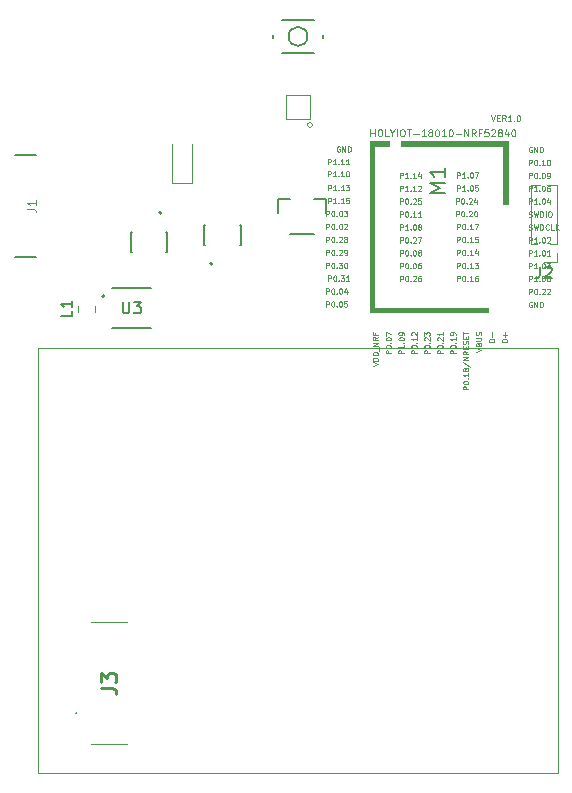
<source format=gbr>
%TF.GenerationSoftware,KiCad,Pcbnew,7.0.6-7.0.6~ubuntu20.04.1*%
%TF.CreationDate,2023-08-02T11:15:27+01:00*%
%TF.ProjectId,concept2creation,636f6e63-6570-4743-9263-72656174696f,rev?*%
%TF.SameCoordinates,Original*%
%TF.FileFunction,Legend,Top*%
%TF.FilePolarity,Positive*%
%FSLAX46Y46*%
G04 Gerber Fmt 4.6, Leading zero omitted, Abs format (unit mm)*
G04 Created by KiCad (PCBNEW 7.0.6-7.0.6~ubuntu20.04.1) date 2023-08-02 11:15:27*
%MOMM*%
%LPD*%
G01*
G04 APERTURE LIST*
%ADD10C,0.150000*%
%ADD11C,0.060960*%
%ADD12C,0.040000*%
%ADD13C,0.052000*%
%ADD14C,0.044000*%
%ADD15C,0.254000*%
%ADD16C,0.120000*%
%ADD17C,0.152400*%
%ADD18C,0.127000*%
%ADD19C,0.200000*%
%ADD20C,0.203200*%
%ADD21C,0.100000*%
G04 APERTURE END LIST*
D10*
X70466666Y-90089819D02*
X70466666Y-90804104D01*
X70466666Y-90804104D02*
X70419047Y-90946961D01*
X70419047Y-90946961D02*
X70323809Y-91042200D01*
X70323809Y-91042200D02*
X70180952Y-91089819D01*
X70180952Y-91089819D02*
X70085714Y-91089819D01*
X70895238Y-90185057D02*
X70942857Y-90137438D01*
X70942857Y-90137438D02*
X71038095Y-90089819D01*
X71038095Y-90089819D02*
X71276190Y-90089819D01*
X71276190Y-90089819D02*
X71371428Y-90137438D01*
X71371428Y-90137438D02*
X71419047Y-90185057D01*
X71419047Y-90185057D02*
X71466666Y-90280295D01*
X71466666Y-90280295D02*
X71466666Y-90375533D01*
X71466666Y-90375533D02*
X71419047Y-90518390D01*
X71419047Y-90518390D02*
X70847619Y-91089819D01*
X70847619Y-91089819D02*
X71466666Y-91089819D01*
D11*
X27080104Y-85183679D02*
X27580847Y-85183679D01*
X27580847Y-85183679D02*
X27680996Y-85217062D01*
X27680996Y-85217062D02*
X27747762Y-85283828D01*
X27747762Y-85283828D02*
X27781144Y-85383976D01*
X27781144Y-85383976D02*
X27781144Y-85450742D01*
X27781144Y-84482639D02*
X27781144Y-84883233D01*
X27781144Y-84682936D02*
X27080104Y-84682936D01*
X27080104Y-84682936D02*
X27180253Y-84749702D01*
X27180253Y-84749702D02*
X27247019Y-84816467D01*
X27247019Y-84816467D02*
X27280402Y-84883233D01*
D10*
X35141895Y-93054819D02*
X35141895Y-93864342D01*
X35141895Y-93864342D02*
X35189514Y-93959580D01*
X35189514Y-93959580D02*
X35237133Y-94007200D01*
X35237133Y-94007200D02*
X35332371Y-94054819D01*
X35332371Y-94054819D02*
X35522847Y-94054819D01*
X35522847Y-94054819D02*
X35618085Y-94007200D01*
X35618085Y-94007200D02*
X35665704Y-93959580D01*
X35665704Y-93959580D02*
X35713323Y-93864342D01*
X35713323Y-93864342D02*
X35713323Y-93054819D01*
X36094276Y-93054819D02*
X36713323Y-93054819D01*
X36713323Y-93054819D02*
X36379990Y-93435771D01*
X36379990Y-93435771D02*
X36522847Y-93435771D01*
X36522847Y-93435771D02*
X36618085Y-93483390D01*
X36618085Y-93483390D02*
X36665704Y-93531009D01*
X36665704Y-93531009D02*
X36713323Y-93626247D01*
X36713323Y-93626247D02*
X36713323Y-93864342D01*
X36713323Y-93864342D02*
X36665704Y-93959580D01*
X36665704Y-93959580D02*
X36618085Y-94007200D01*
X36618085Y-94007200D02*
X36522847Y-94054819D01*
X36522847Y-94054819D02*
X36237133Y-94054819D01*
X36237133Y-94054819D02*
X36141895Y-94007200D01*
X36141895Y-94007200D02*
X36094276Y-93959580D01*
X62427326Y-83866495D02*
X61157326Y-83866495D01*
X61157326Y-83866495D02*
X62064469Y-83443161D01*
X62064469Y-83443161D02*
X61157326Y-83019828D01*
X61157326Y-83019828D02*
X62427326Y-83019828D01*
X62427326Y-81749827D02*
X62427326Y-82475542D01*
X62427326Y-82112685D02*
X61157326Y-82112685D01*
X61157326Y-82112685D02*
X61338754Y-82233637D01*
X61338754Y-82233637D02*
X61459707Y-82354589D01*
X61459707Y-82354589D02*
X61520183Y-82475542D01*
D12*
X69523955Y-86947223D02*
X69589669Y-86969127D01*
X69589669Y-86969127D02*
X69699193Y-86969127D01*
X69699193Y-86969127D02*
X69743002Y-86947223D01*
X69743002Y-86947223D02*
X69764907Y-86925318D01*
X69764907Y-86925318D02*
X69786812Y-86881508D01*
X69786812Y-86881508D02*
X69786812Y-86837699D01*
X69786812Y-86837699D02*
X69764907Y-86793889D01*
X69764907Y-86793889D02*
X69743002Y-86771984D01*
X69743002Y-86771984D02*
X69699193Y-86750080D01*
X69699193Y-86750080D02*
X69611574Y-86728175D01*
X69611574Y-86728175D02*
X69567764Y-86706270D01*
X69567764Y-86706270D02*
X69545859Y-86684365D01*
X69545859Y-86684365D02*
X69523955Y-86640556D01*
X69523955Y-86640556D02*
X69523955Y-86596746D01*
X69523955Y-86596746D02*
X69545859Y-86552937D01*
X69545859Y-86552937D02*
X69567764Y-86531032D01*
X69567764Y-86531032D02*
X69611574Y-86509127D01*
X69611574Y-86509127D02*
X69721097Y-86509127D01*
X69721097Y-86509127D02*
X69786812Y-86531032D01*
X69940145Y-86509127D02*
X70049669Y-86969127D01*
X70049669Y-86969127D02*
X70137288Y-86640556D01*
X70137288Y-86640556D02*
X70224907Y-86969127D01*
X70224907Y-86969127D02*
X70334431Y-86509127D01*
X70509668Y-86969127D02*
X70509668Y-86509127D01*
X70509668Y-86509127D02*
X70619192Y-86509127D01*
X70619192Y-86509127D02*
X70684906Y-86531032D01*
X70684906Y-86531032D02*
X70728716Y-86574842D01*
X70728716Y-86574842D02*
X70750621Y-86618651D01*
X70750621Y-86618651D02*
X70772525Y-86706270D01*
X70772525Y-86706270D02*
X70772525Y-86771984D01*
X70772525Y-86771984D02*
X70750621Y-86859603D01*
X70750621Y-86859603D02*
X70728716Y-86903413D01*
X70728716Y-86903413D02*
X70684906Y-86947223D01*
X70684906Y-86947223D02*
X70619192Y-86969127D01*
X70619192Y-86969127D02*
X70509668Y-86969127D01*
X71232525Y-86925318D02*
X71210621Y-86947223D01*
X71210621Y-86947223D02*
X71144906Y-86969127D01*
X71144906Y-86969127D02*
X71101097Y-86969127D01*
X71101097Y-86969127D02*
X71035383Y-86947223D01*
X71035383Y-86947223D02*
X70991573Y-86903413D01*
X70991573Y-86903413D02*
X70969668Y-86859603D01*
X70969668Y-86859603D02*
X70947764Y-86771984D01*
X70947764Y-86771984D02*
X70947764Y-86706270D01*
X70947764Y-86706270D02*
X70969668Y-86618651D01*
X70969668Y-86618651D02*
X70991573Y-86574842D01*
X70991573Y-86574842D02*
X71035383Y-86531032D01*
X71035383Y-86531032D02*
X71101097Y-86509127D01*
X71101097Y-86509127D02*
X71144906Y-86509127D01*
X71144906Y-86509127D02*
X71210621Y-86531032D01*
X71210621Y-86531032D02*
X71232525Y-86552937D01*
X71648716Y-86969127D02*
X71429668Y-86969127D01*
X71429668Y-86969127D02*
X71429668Y-86509127D01*
X71802049Y-86969127D02*
X71802049Y-86509127D01*
X72064906Y-86969127D02*
X71867764Y-86706270D01*
X72064906Y-86509127D02*
X71802049Y-86771984D01*
X63454169Y-91316624D02*
X63454169Y-90856624D01*
X63454169Y-90856624D02*
X63629407Y-90856624D01*
X63629407Y-90856624D02*
X63673217Y-90878529D01*
X63673217Y-90878529D02*
X63695122Y-90900434D01*
X63695122Y-90900434D02*
X63717026Y-90944243D01*
X63717026Y-90944243D02*
X63717026Y-91009958D01*
X63717026Y-91009958D02*
X63695122Y-91053767D01*
X63695122Y-91053767D02*
X63673217Y-91075672D01*
X63673217Y-91075672D02*
X63629407Y-91097577D01*
X63629407Y-91097577D02*
X63454169Y-91097577D01*
X64001788Y-90856624D02*
X64045598Y-90856624D01*
X64045598Y-90856624D02*
X64089407Y-90878529D01*
X64089407Y-90878529D02*
X64111312Y-90900434D01*
X64111312Y-90900434D02*
X64133217Y-90944243D01*
X64133217Y-90944243D02*
X64155122Y-91031862D01*
X64155122Y-91031862D02*
X64155122Y-91141386D01*
X64155122Y-91141386D02*
X64133217Y-91229005D01*
X64133217Y-91229005D02*
X64111312Y-91272815D01*
X64111312Y-91272815D02*
X64089407Y-91294720D01*
X64089407Y-91294720D02*
X64045598Y-91316624D01*
X64045598Y-91316624D02*
X64001788Y-91316624D01*
X64001788Y-91316624D02*
X63957979Y-91294720D01*
X63957979Y-91294720D02*
X63936074Y-91272815D01*
X63936074Y-91272815D02*
X63914169Y-91229005D01*
X63914169Y-91229005D02*
X63892265Y-91141386D01*
X63892265Y-91141386D02*
X63892265Y-91031862D01*
X63892265Y-91031862D02*
X63914169Y-90944243D01*
X63914169Y-90944243D02*
X63936074Y-90900434D01*
X63936074Y-90900434D02*
X63957979Y-90878529D01*
X63957979Y-90878529D02*
X64001788Y-90856624D01*
X64352264Y-91272815D02*
X64374169Y-91294720D01*
X64374169Y-91294720D02*
X64352264Y-91316624D01*
X64352264Y-91316624D02*
X64330360Y-91294720D01*
X64330360Y-91294720D02*
X64352264Y-91272815D01*
X64352264Y-91272815D02*
X64352264Y-91316624D01*
X64812265Y-91316624D02*
X64549408Y-91316624D01*
X64680836Y-91316624D02*
X64680836Y-90856624D01*
X64680836Y-90856624D02*
X64637027Y-90922339D01*
X64637027Y-90922339D02*
X64593217Y-90966148D01*
X64593217Y-90966148D02*
X64549408Y-90988053D01*
X65206550Y-90856624D02*
X65118931Y-90856624D01*
X65118931Y-90856624D02*
X65075122Y-90878529D01*
X65075122Y-90878529D02*
X65053217Y-90900434D01*
X65053217Y-90900434D02*
X65009407Y-90966148D01*
X65009407Y-90966148D02*
X64987503Y-91053767D01*
X64987503Y-91053767D02*
X64987503Y-91229005D01*
X64987503Y-91229005D02*
X65009407Y-91272815D01*
X65009407Y-91272815D02*
X65031312Y-91294720D01*
X65031312Y-91294720D02*
X65075122Y-91316624D01*
X65075122Y-91316624D02*
X65162741Y-91316624D01*
X65162741Y-91316624D02*
X65206550Y-91294720D01*
X65206550Y-91294720D02*
X65228455Y-91272815D01*
X65228455Y-91272815D02*
X65250360Y-91229005D01*
X65250360Y-91229005D02*
X65250360Y-91119481D01*
X65250360Y-91119481D02*
X65228455Y-91075672D01*
X65228455Y-91075672D02*
X65206550Y-91053767D01*
X65206550Y-91053767D02*
X65162741Y-91031862D01*
X65162741Y-91031862D02*
X65075122Y-91031862D01*
X65075122Y-91031862D02*
X65031312Y-91053767D01*
X65031312Y-91053767D02*
X65009407Y-91075672D01*
X65009407Y-91075672D02*
X64987503Y-91119481D01*
X58630860Y-83685378D02*
X58630860Y-83225378D01*
X58630860Y-83225378D02*
X58806098Y-83225378D01*
X58806098Y-83225378D02*
X58849908Y-83247283D01*
X58849908Y-83247283D02*
X58871813Y-83269188D01*
X58871813Y-83269188D02*
X58893717Y-83312997D01*
X58893717Y-83312997D02*
X58893717Y-83378712D01*
X58893717Y-83378712D02*
X58871813Y-83422521D01*
X58871813Y-83422521D02*
X58849908Y-83444426D01*
X58849908Y-83444426D02*
X58806098Y-83466331D01*
X58806098Y-83466331D02*
X58630860Y-83466331D01*
X59331813Y-83685378D02*
X59068956Y-83685378D01*
X59200384Y-83685378D02*
X59200384Y-83225378D01*
X59200384Y-83225378D02*
X59156575Y-83291093D01*
X59156575Y-83291093D02*
X59112765Y-83334902D01*
X59112765Y-83334902D02*
X59068956Y-83356807D01*
X59528955Y-83641569D02*
X59550860Y-83663474D01*
X59550860Y-83663474D02*
X59528955Y-83685378D01*
X59528955Y-83685378D02*
X59507051Y-83663474D01*
X59507051Y-83663474D02*
X59528955Y-83641569D01*
X59528955Y-83641569D02*
X59528955Y-83685378D01*
X59988956Y-83685378D02*
X59726099Y-83685378D01*
X59857527Y-83685378D02*
X59857527Y-83225378D01*
X59857527Y-83225378D02*
X59813718Y-83291093D01*
X59813718Y-83291093D02*
X59769908Y-83334902D01*
X59769908Y-83334902D02*
X59726099Y-83356807D01*
X60164194Y-83269188D02*
X60186098Y-83247283D01*
X60186098Y-83247283D02*
X60229908Y-83225378D01*
X60229908Y-83225378D02*
X60339432Y-83225378D01*
X60339432Y-83225378D02*
X60383241Y-83247283D01*
X60383241Y-83247283D02*
X60405146Y-83269188D01*
X60405146Y-83269188D02*
X60427051Y-83312997D01*
X60427051Y-83312997D02*
X60427051Y-83356807D01*
X60427051Y-83356807D02*
X60405146Y-83422521D01*
X60405146Y-83422521D02*
X60142289Y-83685378D01*
X60142289Y-83685378D02*
X60427051Y-83685378D01*
X52380860Y-89111624D02*
X52380860Y-88651624D01*
X52380860Y-88651624D02*
X52556098Y-88651624D01*
X52556098Y-88651624D02*
X52599908Y-88673529D01*
X52599908Y-88673529D02*
X52621813Y-88695434D01*
X52621813Y-88695434D02*
X52643717Y-88739243D01*
X52643717Y-88739243D02*
X52643717Y-88804958D01*
X52643717Y-88804958D02*
X52621813Y-88848767D01*
X52621813Y-88848767D02*
X52599908Y-88870672D01*
X52599908Y-88870672D02*
X52556098Y-88892577D01*
X52556098Y-88892577D02*
X52380860Y-88892577D01*
X52928479Y-88651624D02*
X52972289Y-88651624D01*
X52972289Y-88651624D02*
X53016098Y-88673529D01*
X53016098Y-88673529D02*
X53038003Y-88695434D01*
X53038003Y-88695434D02*
X53059908Y-88739243D01*
X53059908Y-88739243D02*
X53081813Y-88826862D01*
X53081813Y-88826862D02*
X53081813Y-88936386D01*
X53081813Y-88936386D02*
X53059908Y-89024005D01*
X53059908Y-89024005D02*
X53038003Y-89067815D01*
X53038003Y-89067815D02*
X53016098Y-89089720D01*
X53016098Y-89089720D02*
X52972289Y-89111624D01*
X52972289Y-89111624D02*
X52928479Y-89111624D01*
X52928479Y-89111624D02*
X52884670Y-89089720D01*
X52884670Y-89089720D02*
X52862765Y-89067815D01*
X52862765Y-89067815D02*
X52840860Y-89024005D01*
X52840860Y-89024005D02*
X52818956Y-88936386D01*
X52818956Y-88936386D02*
X52818956Y-88826862D01*
X52818956Y-88826862D02*
X52840860Y-88739243D01*
X52840860Y-88739243D02*
X52862765Y-88695434D01*
X52862765Y-88695434D02*
X52884670Y-88673529D01*
X52884670Y-88673529D02*
X52928479Y-88651624D01*
X53278955Y-89067815D02*
X53300860Y-89089720D01*
X53300860Y-89089720D02*
X53278955Y-89111624D01*
X53278955Y-89111624D02*
X53257051Y-89089720D01*
X53257051Y-89089720D02*
X53278955Y-89067815D01*
X53278955Y-89067815D02*
X53278955Y-89111624D01*
X53476099Y-88695434D02*
X53498003Y-88673529D01*
X53498003Y-88673529D02*
X53541813Y-88651624D01*
X53541813Y-88651624D02*
X53651337Y-88651624D01*
X53651337Y-88651624D02*
X53695146Y-88673529D01*
X53695146Y-88673529D02*
X53717051Y-88695434D01*
X53717051Y-88695434D02*
X53738956Y-88739243D01*
X53738956Y-88739243D02*
X53738956Y-88783053D01*
X53738956Y-88783053D02*
X53717051Y-88848767D01*
X53717051Y-88848767D02*
X53454194Y-89111624D01*
X53454194Y-89111624D02*
X53738956Y-89111624D01*
X53958003Y-89111624D02*
X54045622Y-89111624D01*
X54045622Y-89111624D02*
X54089432Y-89089720D01*
X54089432Y-89089720D02*
X54111336Y-89067815D01*
X54111336Y-89067815D02*
X54155146Y-89002100D01*
X54155146Y-89002100D02*
X54177051Y-88914481D01*
X54177051Y-88914481D02*
X54177051Y-88739243D01*
X54177051Y-88739243D02*
X54155146Y-88695434D01*
X54155146Y-88695434D02*
X54133241Y-88673529D01*
X54133241Y-88673529D02*
X54089432Y-88651624D01*
X54089432Y-88651624D02*
X54001813Y-88651624D01*
X54001813Y-88651624D02*
X53958003Y-88673529D01*
X53958003Y-88673529D02*
X53936098Y-88695434D01*
X53936098Y-88695434D02*
X53914194Y-88739243D01*
X53914194Y-88739243D02*
X53914194Y-88848767D01*
X53914194Y-88848767D02*
X53936098Y-88892577D01*
X53936098Y-88892577D02*
X53958003Y-88914481D01*
X53958003Y-88914481D02*
X54001813Y-88936386D01*
X54001813Y-88936386D02*
X54089432Y-88936386D01*
X54089432Y-88936386D02*
X54133241Y-88914481D01*
X54133241Y-88914481D02*
X54155146Y-88892577D01*
X54155146Y-88892577D02*
X54177051Y-88848767D01*
X63339842Y-97440120D02*
X62879842Y-97440120D01*
X62879842Y-97440120D02*
X62879842Y-97264882D01*
X62879842Y-97264882D02*
X62901747Y-97221072D01*
X62901747Y-97221072D02*
X62923652Y-97199167D01*
X62923652Y-97199167D02*
X62967461Y-97177263D01*
X62967461Y-97177263D02*
X63033176Y-97177263D01*
X63033176Y-97177263D02*
X63076985Y-97199167D01*
X63076985Y-97199167D02*
X63098890Y-97221072D01*
X63098890Y-97221072D02*
X63120795Y-97264882D01*
X63120795Y-97264882D02*
X63120795Y-97440120D01*
X62879842Y-96892501D02*
X62879842Y-96848691D01*
X62879842Y-96848691D02*
X62901747Y-96804882D01*
X62901747Y-96804882D02*
X62923652Y-96782977D01*
X62923652Y-96782977D02*
X62967461Y-96761072D01*
X62967461Y-96761072D02*
X63055080Y-96739167D01*
X63055080Y-96739167D02*
X63164604Y-96739167D01*
X63164604Y-96739167D02*
X63252223Y-96761072D01*
X63252223Y-96761072D02*
X63296033Y-96782977D01*
X63296033Y-96782977D02*
X63317938Y-96804882D01*
X63317938Y-96804882D02*
X63339842Y-96848691D01*
X63339842Y-96848691D02*
X63339842Y-96892501D01*
X63339842Y-96892501D02*
X63317938Y-96936310D01*
X63317938Y-96936310D02*
X63296033Y-96958215D01*
X63296033Y-96958215D02*
X63252223Y-96980120D01*
X63252223Y-96980120D02*
X63164604Y-97002024D01*
X63164604Y-97002024D02*
X63055080Y-97002024D01*
X63055080Y-97002024D02*
X62967461Y-96980120D01*
X62967461Y-96980120D02*
X62923652Y-96958215D01*
X62923652Y-96958215D02*
X62901747Y-96936310D01*
X62901747Y-96936310D02*
X62879842Y-96892501D01*
X63296033Y-96542025D02*
X63317938Y-96520120D01*
X63317938Y-96520120D02*
X63339842Y-96542025D01*
X63339842Y-96542025D02*
X63317938Y-96563929D01*
X63317938Y-96563929D02*
X63296033Y-96542025D01*
X63296033Y-96542025D02*
X63339842Y-96542025D01*
X63339842Y-96082024D02*
X63339842Y-96344881D01*
X63339842Y-96213453D02*
X62879842Y-96213453D01*
X62879842Y-96213453D02*
X62945557Y-96257262D01*
X62945557Y-96257262D02*
X62989366Y-96301072D01*
X62989366Y-96301072D02*
X63011271Y-96344881D01*
X63339842Y-95862977D02*
X63339842Y-95775358D01*
X63339842Y-95775358D02*
X63317938Y-95731548D01*
X63317938Y-95731548D02*
X63296033Y-95709644D01*
X63296033Y-95709644D02*
X63230318Y-95665834D01*
X63230318Y-95665834D02*
X63142699Y-95643929D01*
X63142699Y-95643929D02*
X62967461Y-95643929D01*
X62967461Y-95643929D02*
X62923652Y-95665834D01*
X62923652Y-95665834D02*
X62901747Y-95687739D01*
X62901747Y-95687739D02*
X62879842Y-95731548D01*
X62879842Y-95731548D02*
X62879842Y-95819167D01*
X62879842Y-95819167D02*
X62901747Y-95862977D01*
X62901747Y-95862977D02*
X62923652Y-95884882D01*
X62923652Y-95884882D02*
X62967461Y-95906786D01*
X62967461Y-95906786D02*
X63076985Y-95906786D01*
X63076985Y-95906786D02*
X63120795Y-95884882D01*
X63120795Y-95884882D02*
X63142699Y-95862977D01*
X63142699Y-95862977D02*
X63164604Y-95819167D01*
X63164604Y-95819167D02*
X63164604Y-95731548D01*
X63164604Y-95731548D02*
X63142699Y-95687739D01*
X63142699Y-95687739D02*
X63120795Y-95665834D01*
X63120795Y-95665834D02*
X63076985Y-95643929D01*
X52527860Y-82456624D02*
X52527860Y-81996624D01*
X52527860Y-81996624D02*
X52703098Y-81996624D01*
X52703098Y-81996624D02*
X52746908Y-82018529D01*
X52746908Y-82018529D02*
X52768813Y-82040434D01*
X52768813Y-82040434D02*
X52790717Y-82084243D01*
X52790717Y-82084243D02*
X52790717Y-82149958D01*
X52790717Y-82149958D02*
X52768813Y-82193767D01*
X52768813Y-82193767D02*
X52746908Y-82215672D01*
X52746908Y-82215672D02*
X52703098Y-82237577D01*
X52703098Y-82237577D02*
X52527860Y-82237577D01*
X53228813Y-82456624D02*
X52965956Y-82456624D01*
X53097384Y-82456624D02*
X53097384Y-81996624D01*
X53097384Y-81996624D02*
X53053575Y-82062339D01*
X53053575Y-82062339D02*
X53009765Y-82106148D01*
X53009765Y-82106148D02*
X52965956Y-82128053D01*
X53425955Y-82412815D02*
X53447860Y-82434720D01*
X53447860Y-82434720D02*
X53425955Y-82456624D01*
X53425955Y-82456624D02*
X53404051Y-82434720D01*
X53404051Y-82434720D02*
X53425955Y-82412815D01*
X53425955Y-82412815D02*
X53425955Y-82456624D01*
X53885956Y-82456624D02*
X53623099Y-82456624D01*
X53754527Y-82456624D02*
X53754527Y-81996624D01*
X53754527Y-81996624D02*
X53710718Y-82062339D01*
X53710718Y-82062339D02*
X53666908Y-82106148D01*
X53666908Y-82106148D02*
X53623099Y-82128053D01*
X54170717Y-81996624D02*
X54214527Y-81996624D01*
X54214527Y-81996624D02*
X54258336Y-82018529D01*
X54258336Y-82018529D02*
X54280241Y-82040434D01*
X54280241Y-82040434D02*
X54302146Y-82084243D01*
X54302146Y-82084243D02*
X54324051Y-82171862D01*
X54324051Y-82171862D02*
X54324051Y-82281386D01*
X54324051Y-82281386D02*
X54302146Y-82369005D01*
X54302146Y-82369005D02*
X54280241Y-82412815D01*
X54280241Y-82412815D02*
X54258336Y-82434720D01*
X54258336Y-82434720D02*
X54214527Y-82456624D01*
X54214527Y-82456624D02*
X54170717Y-82456624D01*
X54170717Y-82456624D02*
X54126908Y-82434720D01*
X54126908Y-82434720D02*
X54105003Y-82412815D01*
X54105003Y-82412815D02*
X54083098Y-82369005D01*
X54083098Y-82369005D02*
X54061194Y-82281386D01*
X54061194Y-82281386D02*
X54061194Y-82171862D01*
X54061194Y-82171862D02*
X54083098Y-82084243D01*
X54083098Y-82084243D02*
X54105003Y-82040434D01*
X54105003Y-82040434D02*
X54126908Y-82018529D01*
X54126908Y-82018529D02*
X54170717Y-81996624D01*
X52527860Y-81440624D02*
X52527860Y-80980624D01*
X52527860Y-80980624D02*
X52703098Y-80980624D01*
X52703098Y-80980624D02*
X52746908Y-81002529D01*
X52746908Y-81002529D02*
X52768813Y-81024434D01*
X52768813Y-81024434D02*
X52790717Y-81068243D01*
X52790717Y-81068243D02*
X52790717Y-81133958D01*
X52790717Y-81133958D02*
X52768813Y-81177767D01*
X52768813Y-81177767D02*
X52746908Y-81199672D01*
X52746908Y-81199672D02*
X52703098Y-81221577D01*
X52703098Y-81221577D02*
X52527860Y-81221577D01*
X53228813Y-81440624D02*
X52965956Y-81440624D01*
X53097384Y-81440624D02*
X53097384Y-80980624D01*
X53097384Y-80980624D02*
X53053575Y-81046339D01*
X53053575Y-81046339D02*
X53009765Y-81090148D01*
X53009765Y-81090148D02*
X52965956Y-81112053D01*
X53425955Y-81396815D02*
X53447860Y-81418720D01*
X53447860Y-81418720D02*
X53425955Y-81440624D01*
X53425955Y-81440624D02*
X53404051Y-81418720D01*
X53404051Y-81418720D02*
X53425955Y-81396815D01*
X53425955Y-81396815D02*
X53425955Y-81440624D01*
X53885956Y-81440624D02*
X53623099Y-81440624D01*
X53754527Y-81440624D02*
X53754527Y-80980624D01*
X53754527Y-80980624D02*
X53710718Y-81046339D01*
X53710718Y-81046339D02*
X53666908Y-81090148D01*
X53666908Y-81090148D02*
X53623099Y-81112053D01*
X54324051Y-81440624D02*
X54061194Y-81440624D01*
X54192622Y-81440624D02*
X54192622Y-80980624D01*
X54192622Y-80980624D02*
X54148813Y-81046339D01*
X54148813Y-81046339D02*
X54105003Y-81090148D01*
X54105003Y-81090148D02*
X54061194Y-81112053D01*
X58630860Y-82591628D02*
X58630860Y-82131628D01*
X58630860Y-82131628D02*
X58806098Y-82131628D01*
X58806098Y-82131628D02*
X58849908Y-82153533D01*
X58849908Y-82153533D02*
X58871813Y-82175438D01*
X58871813Y-82175438D02*
X58893717Y-82219247D01*
X58893717Y-82219247D02*
X58893717Y-82284962D01*
X58893717Y-82284962D02*
X58871813Y-82328771D01*
X58871813Y-82328771D02*
X58849908Y-82350676D01*
X58849908Y-82350676D02*
X58806098Y-82372581D01*
X58806098Y-82372581D02*
X58630860Y-82372581D01*
X59331813Y-82591628D02*
X59068956Y-82591628D01*
X59200384Y-82591628D02*
X59200384Y-82131628D01*
X59200384Y-82131628D02*
X59156575Y-82197343D01*
X59156575Y-82197343D02*
X59112765Y-82241152D01*
X59112765Y-82241152D02*
X59068956Y-82263057D01*
X59528955Y-82547819D02*
X59550860Y-82569724D01*
X59550860Y-82569724D02*
X59528955Y-82591628D01*
X59528955Y-82591628D02*
X59507051Y-82569724D01*
X59507051Y-82569724D02*
X59528955Y-82547819D01*
X59528955Y-82547819D02*
X59528955Y-82591628D01*
X59988956Y-82591628D02*
X59726099Y-82591628D01*
X59857527Y-82591628D02*
X59857527Y-82131628D01*
X59857527Y-82131628D02*
X59813718Y-82197343D01*
X59813718Y-82197343D02*
X59769908Y-82241152D01*
X59769908Y-82241152D02*
X59726099Y-82263057D01*
X60383241Y-82284962D02*
X60383241Y-82591628D01*
X60273717Y-82109724D02*
X60164194Y-82438295D01*
X60164194Y-82438295D02*
X60448955Y-82438295D01*
X63454169Y-89116624D02*
X63454169Y-88656624D01*
X63454169Y-88656624D02*
X63629407Y-88656624D01*
X63629407Y-88656624D02*
X63673217Y-88678529D01*
X63673217Y-88678529D02*
X63695122Y-88700434D01*
X63695122Y-88700434D02*
X63717026Y-88744243D01*
X63717026Y-88744243D02*
X63717026Y-88809958D01*
X63717026Y-88809958D02*
X63695122Y-88853767D01*
X63695122Y-88853767D02*
X63673217Y-88875672D01*
X63673217Y-88875672D02*
X63629407Y-88897577D01*
X63629407Y-88897577D02*
X63454169Y-88897577D01*
X64001788Y-88656624D02*
X64045598Y-88656624D01*
X64045598Y-88656624D02*
X64089407Y-88678529D01*
X64089407Y-88678529D02*
X64111312Y-88700434D01*
X64111312Y-88700434D02*
X64133217Y-88744243D01*
X64133217Y-88744243D02*
X64155122Y-88831862D01*
X64155122Y-88831862D02*
X64155122Y-88941386D01*
X64155122Y-88941386D02*
X64133217Y-89029005D01*
X64133217Y-89029005D02*
X64111312Y-89072815D01*
X64111312Y-89072815D02*
X64089407Y-89094720D01*
X64089407Y-89094720D02*
X64045598Y-89116624D01*
X64045598Y-89116624D02*
X64001788Y-89116624D01*
X64001788Y-89116624D02*
X63957979Y-89094720D01*
X63957979Y-89094720D02*
X63936074Y-89072815D01*
X63936074Y-89072815D02*
X63914169Y-89029005D01*
X63914169Y-89029005D02*
X63892265Y-88941386D01*
X63892265Y-88941386D02*
X63892265Y-88831862D01*
X63892265Y-88831862D02*
X63914169Y-88744243D01*
X63914169Y-88744243D02*
X63936074Y-88700434D01*
X63936074Y-88700434D02*
X63957979Y-88678529D01*
X63957979Y-88678529D02*
X64001788Y-88656624D01*
X64352264Y-89072815D02*
X64374169Y-89094720D01*
X64374169Y-89094720D02*
X64352264Y-89116624D01*
X64352264Y-89116624D02*
X64330360Y-89094720D01*
X64330360Y-89094720D02*
X64352264Y-89072815D01*
X64352264Y-89072815D02*
X64352264Y-89116624D01*
X64812265Y-89116624D02*
X64549408Y-89116624D01*
X64680836Y-89116624D02*
X64680836Y-88656624D01*
X64680836Y-88656624D02*
X64637027Y-88722339D01*
X64637027Y-88722339D02*
X64593217Y-88766148D01*
X64593217Y-88766148D02*
X64549408Y-88788053D01*
X65206550Y-88809958D02*
X65206550Y-89116624D01*
X65097026Y-88634720D02*
X64987503Y-88963291D01*
X64987503Y-88963291D02*
X65272264Y-88963291D01*
X64433589Y-100484885D02*
X63973589Y-100484885D01*
X63973589Y-100484885D02*
X63973589Y-100309647D01*
X63973589Y-100309647D02*
X63995494Y-100265837D01*
X63995494Y-100265837D02*
X64017399Y-100243932D01*
X64017399Y-100243932D02*
X64061208Y-100222028D01*
X64061208Y-100222028D02*
X64126923Y-100222028D01*
X64126923Y-100222028D02*
X64170732Y-100243932D01*
X64170732Y-100243932D02*
X64192637Y-100265837D01*
X64192637Y-100265837D02*
X64214542Y-100309647D01*
X64214542Y-100309647D02*
X64214542Y-100484885D01*
X63973589Y-99937266D02*
X63973589Y-99893456D01*
X63973589Y-99893456D02*
X63995494Y-99849647D01*
X63995494Y-99849647D02*
X64017399Y-99827742D01*
X64017399Y-99827742D02*
X64061208Y-99805837D01*
X64061208Y-99805837D02*
X64148827Y-99783932D01*
X64148827Y-99783932D02*
X64258351Y-99783932D01*
X64258351Y-99783932D02*
X64345970Y-99805837D01*
X64345970Y-99805837D02*
X64389780Y-99827742D01*
X64389780Y-99827742D02*
X64411685Y-99849647D01*
X64411685Y-99849647D02*
X64433589Y-99893456D01*
X64433589Y-99893456D02*
X64433589Y-99937266D01*
X64433589Y-99937266D02*
X64411685Y-99981075D01*
X64411685Y-99981075D02*
X64389780Y-100002980D01*
X64389780Y-100002980D02*
X64345970Y-100024885D01*
X64345970Y-100024885D02*
X64258351Y-100046789D01*
X64258351Y-100046789D02*
X64148827Y-100046789D01*
X64148827Y-100046789D02*
X64061208Y-100024885D01*
X64061208Y-100024885D02*
X64017399Y-100002980D01*
X64017399Y-100002980D02*
X63995494Y-99981075D01*
X63995494Y-99981075D02*
X63973589Y-99937266D01*
X64389780Y-99586790D02*
X64411685Y-99564885D01*
X64411685Y-99564885D02*
X64433589Y-99586790D01*
X64433589Y-99586790D02*
X64411685Y-99608694D01*
X64411685Y-99608694D02*
X64389780Y-99586790D01*
X64389780Y-99586790D02*
X64433589Y-99586790D01*
X64433589Y-99126789D02*
X64433589Y-99389646D01*
X64433589Y-99258218D02*
X63973589Y-99258218D01*
X63973589Y-99258218D02*
X64039304Y-99302027D01*
X64039304Y-99302027D02*
X64083113Y-99345837D01*
X64083113Y-99345837D02*
X64105018Y-99389646D01*
X64170732Y-98863932D02*
X64148827Y-98907742D01*
X64148827Y-98907742D02*
X64126923Y-98929647D01*
X64126923Y-98929647D02*
X64083113Y-98951551D01*
X64083113Y-98951551D02*
X64061208Y-98951551D01*
X64061208Y-98951551D02*
X64017399Y-98929647D01*
X64017399Y-98929647D02*
X63995494Y-98907742D01*
X63995494Y-98907742D02*
X63973589Y-98863932D01*
X63973589Y-98863932D02*
X63973589Y-98776313D01*
X63973589Y-98776313D02*
X63995494Y-98732504D01*
X63995494Y-98732504D02*
X64017399Y-98710599D01*
X64017399Y-98710599D02*
X64061208Y-98688694D01*
X64061208Y-98688694D02*
X64083113Y-98688694D01*
X64083113Y-98688694D02*
X64126923Y-98710599D01*
X64126923Y-98710599D02*
X64148827Y-98732504D01*
X64148827Y-98732504D02*
X64170732Y-98776313D01*
X64170732Y-98776313D02*
X64170732Y-98863932D01*
X64170732Y-98863932D02*
X64192637Y-98907742D01*
X64192637Y-98907742D02*
X64214542Y-98929647D01*
X64214542Y-98929647D02*
X64258351Y-98951551D01*
X64258351Y-98951551D02*
X64345970Y-98951551D01*
X64345970Y-98951551D02*
X64389780Y-98929647D01*
X64389780Y-98929647D02*
X64411685Y-98907742D01*
X64411685Y-98907742D02*
X64433589Y-98863932D01*
X64433589Y-98863932D02*
X64433589Y-98776313D01*
X64433589Y-98776313D02*
X64411685Y-98732504D01*
X64411685Y-98732504D02*
X64389780Y-98710599D01*
X64389780Y-98710599D02*
X64345970Y-98688694D01*
X64345970Y-98688694D02*
X64258351Y-98688694D01*
X64258351Y-98688694D02*
X64214542Y-98710599D01*
X64214542Y-98710599D02*
X64192637Y-98732504D01*
X64192637Y-98732504D02*
X64170732Y-98776313D01*
X63951685Y-98162980D02*
X64543113Y-98557266D01*
X64433589Y-98009647D02*
X63973589Y-98009647D01*
X63973589Y-98009647D02*
X64433589Y-97746790D01*
X64433589Y-97746790D02*
X63973589Y-97746790D01*
X64433589Y-97264885D02*
X64214542Y-97418218D01*
X64433589Y-97527742D02*
X63973589Y-97527742D01*
X63973589Y-97527742D02*
X63973589Y-97352504D01*
X63973589Y-97352504D02*
X63995494Y-97308694D01*
X63995494Y-97308694D02*
X64017399Y-97286789D01*
X64017399Y-97286789D02*
X64061208Y-97264885D01*
X64061208Y-97264885D02*
X64126923Y-97264885D01*
X64126923Y-97264885D02*
X64170732Y-97286789D01*
X64170732Y-97286789D02*
X64192637Y-97308694D01*
X64192637Y-97308694D02*
X64214542Y-97352504D01*
X64214542Y-97352504D02*
X64214542Y-97527742D01*
X64192637Y-97067742D02*
X64192637Y-96914408D01*
X64433589Y-96848694D02*
X64433589Y-97067742D01*
X64433589Y-97067742D02*
X63973589Y-97067742D01*
X63973589Y-97067742D02*
X63973589Y-96848694D01*
X64411685Y-96673456D02*
X64433589Y-96607742D01*
X64433589Y-96607742D02*
X64433589Y-96498218D01*
X64433589Y-96498218D02*
X64411685Y-96454409D01*
X64411685Y-96454409D02*
X64389780Y-96432504D01*
X64389780Y-96432504D02*
X64345970Y-96410599D01*
X64345970Y-96410599D02*
X64302161Y-96410599D01*
X64302161Y-96410599D02*
X64258351Y-96432504D01*
X64258351Y-96432504D02*
X64236446Y-96454409D01*
X64236446Y-96454409D02*
X64214542Y-96498218D01*
X64214542Y-96498218D02*
X64192637Y-96585837D01*
X64192637Y-96585837D02*
X64170732Y-96629647D01*
X64170732Y-96629647D02*
X64148827Y-96651552D01*
X64148827Y-96651552D02*
X64105018Y-96673456D01*
X64105018Y-96673456D02*
X64061208Y-96673456D01*
X64061208Y-96673456D02*
X64017399Y-96651552D01*
X64017399Y-96651552D02*
X63995494Y-96629647D01*
X63995494Y-96629647D02*
X63973589Y-96585837D01*
X63973589Y-96585837D02*
X63973589Y-96476314D01*
X63973589Y-96476314D02*
X63995494Y-96410599D01*
X64192637Y-96213457D02*
X64192637Y-96060123D01*
X64433589Y-95994409D02*
X64433589Y-96213457D01*
X64433589Y-96213457D02*
X63973589Y-96213457D01*
X63973589Y-96213457D02*
X63973589Y-95994409D01*
X63973589Y-95862981D02*
X63973589Y-95600124D01*
X64433589Y-95731552D02*
X63973589Y-95731552D01*
X58630860Y-88060374D02*
X58630860Y-87600374D01*
X58630860Y-87600374D02*
X58806098Y-87600374D01*
X58806098Y-87600374D02*
X58849908Y-87622279D01*
X58849908Y-87622279D02*
X58871813Y-87644184D01*
X58871813Y-87644184D02*
X58893717Y-87687993D01*
X58893717Y-87687993D02*
X58893717Y-87753708D01*
X58893717Y-87753708D02*
X58871813Y-87797517D01*
X58871813Y-87797517D02*
X58849908Y-87819422D01*
X58849908Y-87819422D02*
X58806098Y-87841327D01*
X58806098Y-87841327D02*
X58630860Y-87841327D01*
X59178479Y-87600374D02*
X59222289Y-87600374D01*
X59222289Y-87600374D02*
X59266098Y-87622279D01*
X59266098Y-87622279D02*
X59288003Y-87644184D01*
X59288003Y-87644184D02*
X59309908Y-87687993D01*
X59309908Y-87687993D02*
X59331813Y-87775612D01*
X59331813Y-87775612D02*
X59331813Y-87885136D01*
X59331813Y-87885136D02*
X59309908Y-87972755D01*
X59309908Y-87972755D02*
X59288003Y-88016565D01*
X59288003Y-88016565D02*
X59266098Y-88038470D01*
X59266098Y-88038470D02*
X59222289Y-88060374D01*
X59222289Y-88060374D02*
X59178479Y-88060374D01*
X59178479Y-88060374D02*
X59134670Y-88038470D01*
X59134670Y-88038470D02*
X59112765Y-88016565D01*
X59112765Y-88016565D02*
X59090860Y-87972755D01*
X59090860Y-87972755D02*
X59068956Y-87885136D01*
X59068956Y-87885136D02*
X59068956Y-87775612D01*
X59068956Y-87775612D02*
X59090860Y-87687993D01*
X59090860Y-87687993D02*
X59112765Y-87644184D01*
X59112765Y-87644184D02*
X59134670Y-87622279D01*
X59134670Y-87622279D02*
X59178479Y-87600374D01*
X59528955Y-88016565D02*
X59550860Y-88038470D01*
X59550860Y-88038470D02*
X59528955Y-88060374D01*
X59528955Y-88060374D02*
X59507051Y-88038470D01*
X59507051Y-88038470D02*
X59528955Y-88016565D01*
X59528955Y-88016565D02*
X59528955Y-88060374D01*
X59726099Y-87644184D02*
X59748003Y-87622279D01*
X59748003Y-87622279D02*
X59791813Y-87600374D01*
X59791813Y-87600374D02*
X59901337Y-87600374D01*
X59901337Y-87600374D02*
X59945146Y-87622279D01*
X59945146Y-87622279D02*
X59967051Y-87644184D01*
X59967051Y-87644184D02*
X59988956Y-87687993D01*
X59988956Y-87687993D02*
X59988956Y-87731803D01*
X59988956Y-87731803D02*
X59967051Y-87797517D01*
X59967051Y-87797517D02*
X59704194Y-88060374D01*
X59704194Y-88060374D02*
X59988956Y-88060374D01*
X60142289Y-87600374D02*
X60448955Y-87600374D01*
X60448955Y-87600374D02*
X60251813Y-88060374D01*
X69545859Y-90250374D02*
X69545859Y-89790374D01*
X69545859Y-89790374D02*
X69721097Y-89790374D01*
X69721097Y-89790374D02*
X69764907Y-89812279D01*
X69764907Y-89812279D02*
X69786812Y-89834184D01*
X69786812Y-89834184D02*
X69808716Y-89877993D01*
X69808716Y-89877993D02*
X69808716Y-89943708D01*
X69808716Y-89943708D02*
X69786812Y-89987517D01*
X69786812Y-89987517D02*
X69764907Y-90009422D01*
X69764907Y-90009422D02*
X69721097Y-90031327D01*
X69721097Y-90031327D02*
X69545859Y-90031327D01*
X70246812Y-90250374D02*
X69983955Y-90250374D01*
X70115383Y-90250374D02*
X70115383Y-89790374D01*
X70115383Y-89790374D02*
X70071574Y-89856089D01*
X70071574Y-89856089D02*
X70027764Y-89899898D01*
X70027764Y-89899898D02*
X69983955Y-89921803D01*
X70443954Y-90206565D02*
X70465859Y-90228470D01*
X70465859Y-90228470D02*
X70443954Y-90250374D01*
X70443954Y-90250374D02*
X70422050Y-90228470D01*
X70422050Y-90228470D02*
X70443954Y-90206565D01*
X70443954Y-90206565D02*
X70443954Y-90250374D01*
X70750621Y-89790374D02*
X70794431Y-89790374D01*
X70794431Y-89790374D02*
X70838240Y-89812279D01*
X70838240Y-89812279D02*
X70860145Y-89834184D01*
X70860145Y-89834184D02*
X70882050Y-89877993D01*
X70882050Y-89877993D02*
X70903955Y-89965612D01*
X70903955Y-89965612D02*
X70903955Y-90075136D01*
X70903955Y-90075136D02*
X70882050Y-90162755D01*
X70882050Y-90162755D02*
X70860145Y-90206565D01*
X70860145Y-90206565D02*
X70838240Y-90228470D01*
X70838240Y-90228470D02*
X70794431Y-90250374D01*
X70794431Y-90250374D02*
X70750621Y-90250374D01*
X70750621Y-90250374D02*
X70706812Y-90228470D01*
X70706812Y-90228470D02*
X70684907Y-90206565D01*
X70684907Y-90206565D02*
X70663002Y-90162755D01*
X70663002Y-90162755D02*
X70641098Y-90075136D01*
X70641098Y-90075136D02*
X70641098Y-89965612D01*
X70641098Y-89965612D02*
X70663002Y-89877993D01*
X70663002Y-89877993D02*
X70684907Y-89834184D01*
X70684907Y-89834184D02*
X70706812Y-89812279D01*
X70706812Y-89812279D02*
X70750621Y-89790374D01*
X71057288Y-89790374D02*
X71342050Y-89790374D01*
X71342050Y-89790374D02*
X71188716Y-89965612D01*
X71188716Y-89965612D02*
X71254431Y-89965612D01*
X71254431Y-89965612D02*
X71298240Y-89987517D01*
X71298240Y-89987517D02*
X71320145Y-90009422D01*
X71320145Y-90009422D02*
X71342050Y-90053231D01*
X71342050Y-90053231D02*
X71342050Y-90162755D01*
X71342050Y-90162755D02*
X71320145Y-90206565D01*
X71320145Y-90206565D02*
X71298240Y-90228470D01*
X71298240Y-90228470D02*
X71254431Y-90250374D01*
X71254431Y-90250374D02*
X71123002Y-90250374D01*
X71123002Y-90250374D02*
X71079193Y-90228470D01*
X71079193Y-90228470D02*
X71057288Y-90206565D01*
X69786812Y-79968536D02*
X69743002Y-79946631D01*
X69743002Y-79946631D02*
X69677288Y-79946631D01*
X69677288Y-79946631D02*
X69611574Y-79968536D01*
X69611574Y-79968536D02*
X69567764Y-80012346D01*
X69567764Y-80012346D02*
X69545859Y-80056155D01*
X69545859Y-80056155D02*
X69523955Y-80143774D01*
X69523955Y-80143774D02*
X69523955Y-80209488D01*
X69523955Y-80209488D02*
X69545859Y-80297107D01*
X69545859Y-80297107D02*
X69567764Y-80340917D01*
X69567764Y-80340917D02*
X69611574Y-80384727D01*
X69611574Y-80384727D02*
X69677288Y-80406631D01*
X69677288Y-80406631D02*
X69721097Y-80406631D01*
X69721097Y-80406631D02*
X69786812Y-80384727D01*
X69786812Y-80384727D02*
X69808716Y-80362822D01*
X69808716Y-80362822D02*
X69808716Y-80209488D01*
X69808716Y-80209488D02*
X69721097Y-80209488D01*
X70005859Y-80406631D02*
X70005859Y-79946631D01*
X70005859Y-79946631D02*
X70268716Y-80406631D01*
X70268716Y-80406631D02*
X70268716Y-79946631D01*
X70487764Y-80406631D02*
X70487764Y-79946631D01*
X70487764Y-79946631D02*
X70597288Y-79946631D01*
X70597288Y-79946631D02*
X70663002Y-79968536D01*
X70663002Y-79968536D02*
X70706812Y-80012346D01*
X70706812Y-80012346D02*
X70728717Y-80056155D01*
X70728717Y-80056155D02*
X70750621Y-80143774D01*
X70750621Y-80143774D02*
X70750621Y-80209488D01*
X70750621Y-80209488D02*
X70728717Y-80297107D01*
X70728717Y-80297107D02*
X70706812Y-80340917D01*
X70706812Y-80340917D02*
X70663002Y-80384727D01*
X70663002Y-80384727D02*
X70597288Y-80406631D01*
X70597288Y-80406631D02*
X70487764Y-80406631D01*
X52380860Y-93486620D02*
X52380860Y-93026620D01*
X52380860Y-93026620D02*
X52556098Y-93026620D01*
X52556098Y-93026620D02*
X52599908Y-93048525D01*
X52599908Y-93048525D02*
X52621813Y-93070430D01*
X52621813Y-93070430D02*
X52643717Y-93114239D01*
X52643717Y-93114239D02*
X52643717Y-93179954D01*
X52643717Y-93179954D02*
X52621813Y-93223763D01*
X52621813Y-93223763D02*
X52599908Y-93245668D01*
X52599908Y-93245668D02*
X52556098Y-93267573D01*
X52556098Y-93267573D02*
X52380860Y-93267573D01*
X52928479Y-93026620D02*
X52972289Y-93026620D01*
X52972289Y-93026620D02*
X53016098Y-93048525D01*
X53016098Y-93048525D02*
X53038003Y-93070430D01*
X53038003Y-93070430D02*
X53059908Y-93114239D01*
X53059908Y-93114239D02*
X53081813Y-93201858D01*
X53081813Y-93201858D02*
X53081813Y-93311382D01*
X53081813Y-93311382D02*
X53059908Y-93399001D01*
X53059908Y-93399001D02*
X53038003Y-93442811D01*
X53038003Y-93442811D02*
X53016098Y-93464716D01*
X53016098Y-93464716D02*
X52972289Y-93486620D01*
X52972289Y-93486620D02*
X52928479Y-93486620D01*
X52928479Y-93486620D02*
X52884670Y-93464716D01*
X52884670Y-93464716D02*
X52862765Y-93442811D01*
X52862765Y-93442811D02*
X52840860Y-93399001D01*
X52840860Y-93399001D02*
X52818956Y-93311382D01*
X52818956Y-93311382D02*
X52818956Y-93201858D01*
X52818956Y-93201858D02*
X52840860Y-93114239D01*
X52840860Y-93114239D02*
X52862765Y-93070430D01*
X52862765Y-93070430D02*
X52884670Y-93048525D01*
X52884670Y-93048525D02*
X52928479Y-93026620D01*
X53278955Y-93442811D02*
X53300860Y-93464716D01*
X53300860Y-93464716D02*
X53278955Y-93486620D01*
X53278955Y-93486620D02*
X53257051Y-93464716D01*
X53257051Y-93464716D02*
X53278955Y-93442811D01*
X53278955Y-93442811D02*
X53278955Y-93486620D01*
X53585622Y-93026620D02*
X53629432Y-93026620D01*
X53629432Y-93026620D02*
X53673241Y-93048525D01*
X53673241Y-93048525D02*
X53695146Y-93070430D01*
X53695146Y-93070430D02*
X53717051Y-93114239D01*
X53717051Y-93114239D02*
X53738956Y-93201858D01*
X53738956Y-93201858D02*
X53738956Y-93311382D01*
X53738956Y-93311382D02*
X53717051Y-93399001D01*
X53717051Y-93399001D02*
X53695146Y-93442811D01*
X53695146Y-93442811D02*
X53673241Y-93464716D01*
X53673241Y-93464716D02*
X53629432Y-93486620D01*
X53629432Y-93486620D02*
X53585622Y-93486620D01*
X53585622Y-93486620D02*
X53541813Y-93464716D01*
X53541813Y-93464716D02*
X53519908Y-93442811D01*
X53519908Y-93442811D02*
X53498003Y-93399001D01*
X53498003Y-93399001D02*
X53476099Y-93311382D01*
X53476099Y-93311382D02*
X53476099Y-93201858D01*
X53476099Y-93201858D02*
X53498003Y-93114239D01*
X53498003Y-93114239D02*
X53519908Y-93070430D01*
X53519908Y-93070430D02*
X53541813Y-93048525D01*
X53541813Y-93048525D02*
X53585622Y-93026620D01*
X54155146Y-93026620D02*
X53936098Y-93026620D01*
X53936098Y-93026620D02*
X53914194Y-93245668D01*
X53914194Y-93245668D02*
X53936098Y-93223763D01*
X53936098Y-93223763D02*
X53979908Y-93201858D01*
X53979908Y-93201858D02*
X54089432Y-93201858D01*
X54089432Y-93201858D02*
X54133241Y-93223763D01*
X54133241Y-93223763D02*
X54155146Y-93245668D01*
X54155146Y-93245668D02*
X54177051Y-93289477D01*
X54177051Y-93289477D02*
X54177051Y-93399001D01*
X54177051Y-93399001D02*
X54155146Y-93442811D01*
X54155146Y-93442811D02*
X54133241Y-93464716D01*
X54133241Y-93464716D02*
X54089432Y-93486620D01*
X54089432Y-93486620D02*
X53979908Y-93486620D01*
X53979908Y-93486620D02*
X53936098Y-93464716D01*
X53936098Y-93464716D02*
X53914194Y-93442811D01*
X61152343Y-97440124D02*
X60692343Y-97440124D01*
X60692343Y-97440124D02*
X60692343Y-97264886D01*
X60692343Y-97264886D02*
X60714248Y-97221076D01*
X60714248Y-97221076D02*
X60736153Y-97199171D01*
X60736153Y-97199171D02*
X60779962Y-97177267D01*
X60779962Y-97177267D02*
X60845677Y-97177267D01*
X60845677Y-97177267D02*
X60889486Y-97199171D01*
X60889486Y-97199171D02*
X60911391Y-97221076D01*
X60911391Y-97221076D02*
X60933296Y-97264886D01*
X60933296Y-97264886D02*
X60933296Y-97440124D01*
X60692343Y-96892505D02*
X60692343Y-96848695D01*
X60692343Y-96848695D02*
X60714248Y-96804886D01*
X60714248Y-96804886D02*
X60736153Y-96782981D01*
X60736153Y-96782981D02*
X60779962Y-96761076D01*
X60779962Y-96761076D02*
X60867581Y-96739171D01*
X60867581Y-96739171D02*
X60977105Y-96739171D01*
X60977105Y-96739171D02*
X61064724Y-96761076D01*
X61064724Y-96761076D02*
X61108534Y-96782981D01*
X61108534Y-96782981D02*
X61130439Y-96804886D01*
X61130439Y-96804886D02*
X61152343Y-96848695D01*
X61152343Y-96848695D02*
X61152343Y-96892505D01*
X61152343Y-96892505D02*
X61130439Y-96936314D01*
X61130439Y-96936314D02*
X61108534Y-96958219D01*
X61108534Y-96958219D02*
X61064724Y-96980124D01*
X61064724Y-96980124D02*
X60977105Y-97002028D01*
X60977105Y-97002028D02*
X60867581Y-97002028D01*
X60867581Y-97002028D02*
X60779962Y-96980124D01*
X60779962Y-96980124D02*
X60736153Y-96958219D01*
X60736153Y-96958219D02*
X60714248Y-96936314D01*
X60714248Y-96936314D02*
X60692343Y-96892505D01*
X61108534Y-96542029D02*
X61130439Y-96520124D01*
X61130439Y-96520124D02*
X61152343Y-96542029D01*
X61152343Y-96542029D02*
X61130439Y-96563933D01*
X61130439Y-96563933D02*
X61108534Y-96542029D01*
X61108534Y-96542029D02*
X61152343Y-96542029D01*
X60736153Y-96344885D02*
X60714248Y-96322981D01*
X60714248Y-96322981D02*
X60692343Y-96279171D01*
X60692343Y-96279171D02*
X60692343Y-96169647D01*
X60692343Y-96169647D02*
X60714248Y-96125838D01*
X60714248Y-96125838D02*
X60736153Y-96103933D01*
X60736153Y-96103933D02*
X60779962Y-96082028D01*
X60779962Y-96082028D02*
X60823772Y-96082028D01*
X60823772Y-96082028D02*
X60889486Y-96103933D01*
X60889486Y-96103933D02*
X61152343Y-96366790D01*
X61152343Y-96366790D02*
X61152343Y-96082028D01*
X60692343Y-95928695D02*
X60692343Y-95643933D01*
X60692343Y-95643933D02*
X60867581Y-95797267D01*
X60867581Y-95797267D02*
X60867581Y-95731552D01*
X60867581Y-95731552D02*
X60889486Y-95687743D01*
X60889486Y-95687743D02*
X60911391Y-95665838D01*
X60911391Y-95665838D02*
X60955200Y-95643933D01*
X60955200Y-95643933D02*
X61064724Y-95643933D01*
X61064724Y-95643933D02*
X61108534Y-95665838D01*
X61108534Y-95665838D02*
X61130439Y-95687743D01*
X61130439Y-95687743D02*
X61152343Y-95731552D01*
X61152343Y-95731552D02*
X61152343Y-95862981D01*
X61152343Y-95862981D02*
X61130439Y-95906790D01*
X61130439Y-95906790D02*
X61108534Y-95928695D01*
X67714839Y-96476311D02*
X67254839Y-96476311D01*
X67254839Y-96476311D02*
X67254839Y-96366787D01*
X67254839Y-96366787D02*
X67276744Y-96301073D01*
X67276744Y-96301073D02*
X67320554Y-96257263D01*
X67320554Y-96257263D02*
X67364363Y-96235358D01*
X67364363Y-96235358D02*
X67451982Y-96213454D01*
X67451982Y-96213454D02*
X67517696Y-96213454D01*
X67517696Y-96213454D02*
X67605315Y-96235358D01*
X67605315Y-96235358D02*
X67649125Y-96257263D01*
X67649125Y-96257263D02*
X67692935Y-96301073D01*
X67692935Y-96301073D02*
X67714839Y-96366787D01*
X67714839Y-96366787D02*
X67714839Y-96476311D01*
X67539601Y-96016311D02*
X67539601Y-95665835D01*
X67714839Y-95841073D02*
X67364363Y-95841073D01*
X63454169Y-83660378D02*
X63454169Y-83200378D01*
X63454169Y-83200378D02*
X63629407Y-83200378D01*
X63629407Y-83200378D02*
X63673217Y-83222283D01*
X63673217Y-83222283D02*
X63695122Y-83244188D01*
X63695122Y-83244188D02*
X63717026Y-83287997D01*
X63717026Y-83287997D02*
X63717026Y-83353712D01*
X63717026Y-83353712D02*
X63695122Y-83397521D01*
X63695122Y-83397521D02*
X63673217Y-83419426D01*
X63673217Y-83419426D02*
X63629407Y-83441331D01*
X63629407Y-83441331D02*
X63454169Y-83441331D01*
X64155122Y-83660378D02*
X63892265Y-83660378D01*
X64023693Y-83660378D02*
X64023693Y-83200378D01*
X64023693Y-83200378D02*
X63979884Y-83266093D01*
X63979884Y-83266093D02*
X63936074Y-83309902D01*
X63936074Y-83309902D02*
X63892265Y-83331807D01*
X64352264Y-83616569D02*
X64374169Y-83638474D01*
X64374169Y-83638474D02*
X64352264Y-83660378D01*
X64352264Y-83660378D02*
X64330360Y-83638474D01*
X64330360Y-83638474D02*
X64352264Y-83616569D01*
X64352264Y-83616569D02*
X64352264Y-83660378D01*
X64658931Y-83200378D02*
X64702741Y-83200378D01*
X64702741Y-83200378D02*
X64746550Y-83222283D01*
X64746550Y-83222283D02*
X64768455Y-83244188D01*
X64768455Y-83244188D02*
X64790360Y-83287997D01*
X64790360Y-83287997D02*
X64812265Y-83375616D01*
X64812265Y-83375616D02*
X64812265Y-83485140D01*
X64812265Y-83485140D02*
X64790360Y-83572759D01*
X64790360Y-83572759D02*
X64768455Y-83616569D01*
X64768455Y-83616569D02*
X64746550Y-83638474D01*
X64746550Y-83638474D02*
X64702741Y-83660378D01*
X64702741Y-83660378D02*
X64658931Y-83660378D01*
X64658931Y-83660378D02*
X64615122Y-83638474D01*
X64615122Y-83638474D02*
X64593217Y-83616569D01*
X64593217Y-83616569D02*
X64571312Y-83572759D01*
X64571312Y-83572759D02*
X64549408Y-83485140D01*
X64549408Y-83485140D02*
X64549408Y-83375616D01*
X64549408Y-83375616D02*
X64571312Y-83287997D01*
X64571312Y-83287997D02*
X64593217Y-83244188D01*
X64593217Y-83244188D02*
X64615122Y-83222283D01*
X64615122Y-83222283D02*
X64658931Y-83200378D01*
X65228455Y-83200378D02*
X65009407Y-83200378D01*
X65009407Y-83200378D02*
X64987503Y-83419426D01*
X64987503Y-83419426D02*
X65009407Y-83397521D01*
X65009407Y-83397521D02*
X65053217Y-83375616D01*
X65053217Y-83375616D02*
X65162741Y-83375616D01*
X65162741Y-83375616D02*
X65206550Y-83397521D01*
X65206550Y-83397521D02*
X65228455Y-83419426D01*
X65228455Y-83419426D02*
X65250360Y-83463235D01*
X65250360Y-83463235D02*
X65250360Y-83572759D01*
X65250360Y-83572759D02*
X65228455Y-83616569D01*
X65228455Y-83616569D02*
X65206550Y-83638474D01*
X65206550Y-83638474D02*
X65162741Y-83660378D01*
X65162741Y-83660378D02*
X65053217Y-83660378D01*
X65053217Y-83660378D02*
X65009407Y-83638474D01*
X65009407Y-83638474D02*
X64987503Y-83616569D01*
X57871093Y-97440124D02*
X57411093Y-97440124D01*
X57411093Y-97440124D02*
X57411093Y-97264886D01*
X57411093Y-97264886D02*
X57432998Y-97221076D01*
X57432998Y-97221076D02*
X57454903Y-97199171D01*
X57454903Y-97199171D02*
X57498712Y-97177267D01*
X57498712Y-97177267D02*
X57564427Y-97177267D01*
X57564427Y-97177267D02*
X57608236Y-97199171D01*
X57608236Y-97199171D02*
X57630141Y-97221076D01*
X57630141Y-97221076D02*
X57652046Y-97264886D01*
X57652046Y-97264886D02*
X57652046Y-97440124D01*
X57411093Y-96892505D02*
X57411093Y-96848695D01*
X57411093Y-96848695D02*
X57432998Y-96804886D01*
X57432998Y-96804886D02*
X57454903Y-96782981D01*
X57454903Y-96782981D02*
X57498712Y-96761076D01*
X57498712Y-96761076D02*
X57586331Y-96739171D01*
X57586331Y-96739171D02*
X57695855Y-96739171D01*
X57695855Y-96739171D02*
X57783474Y-96761076D01*
X57783474Y-96761076D02*
X57827284Y-96782981D01*
X57827284Y-96782981D02*
X57849189Y-96804886D01*
X57849189Y-96804886D02*
X57871093Y-96848695D01*
X57871093Y-96848695D02*
X57871093Y-96892505D01*
X57871093Y-96892505D02*
X57849189Y-96936314D01*
X57849189Y-96936314D02*
X57827284Y-96958219D01*
X57827284Y-96958219D02*
X57783474Y-96980124D01*
X57783474Y-96980124D02*
X57695855Y-97002028D01*
X57695855Y-97002028D02*
X57586331Y-97002028D01*
X57586331Y-97002028D02*
X57498712Y-96980124D01*
X57498712Y-96980124D02*
X57454903Y-96958219D01*
X57454903Y-96958219D02*
X57432998Y-96936314D01*
X57432998Y-96936314D02*
X57411093Y-96892505D01*
X57827284Y-96542029D02*
X57849189Y-96520124D01*
X57849189Y-96520124D02*
X57871093Y-96542029D01*
X57871093Y-96542029D02*
X57849189Y-96563933D01*
X57849189Y-96563933D02*
X57827284Y-96542029D01*
X57827284Y-96542029D02*
X57871093Y-96542029D01*
X57411093Y-96235362D02*
X57411093Y-96191552D01*
X57411093Y-96191552D02*
X57432998Y-96147743D01*
X57432998Y-96147743D02*
X57454903Y-96125838D01*
X57454903Y-96125838D02*
X57498712Y-96103933D01*
X57498712Y-96103933D02*
X57586331Y-96082028D01*
X57586331Y-96082028D02*
X57695855Y-96082028D01*
X57695855Y-96082028D02*
X57783474Y-96103933D01*
X57783474Y-96103933D02*
X57827284Y-96125838D01*
X57827284Y-96125838D02*
X57849189Y-96147743D01*
X57849189Y-96147743D02*
X57871093Y-96191552D01*
X57871093Y-96191552D02*
X57871093Y-96235362D01*
X57871093Y-96235362D02*
X57849189Y-96279171D01*
X57849189Y-96279171D02*
X57827284Y-96301076D01*
X57827284Y-96301076D02*
X57783474Y-96322981D01*
X57783474Y-96322981D02*
X57695855Y-96344885D01*
X57695855Y-96344885D02*
X57586331Y-96344885D01*
X57586331Y-96344885D02*
X57498712Y-96322981D01*
X57498712Y-96322981D02*
X57454903Y-96301076D01*
X57454903Y-96301076D02*
X57432998Y-96279171D01*
X57432998Y-96279171D02*
X57411093Y-96235362D01*
X57411093Y-95928695D02*
X57411093Y-95622029D01*
X57411093Y-95622029D02*
X57871093Y-95819171D01*
X63370863Y-84754128D02*
X63370863Y-84294128D01*
X63370863Y-84294128D02*
X63546101Y-84294128D01*
X63546101Y-84294128D02*
X63589911Y-84316033D01*
X63589911Y-84316033D02*
X63611816Y-84337938D01*
X63611816Y-84337938D02*
X63633720Y-84381747D01*
X63633720Y-84381747D02*
X63633720Y-84447462D01*
X63633720Y-84447462D02*
X63611816Y-84491271D01*
X63611816Y-84491271D02*
X63589911Y-84513176D01*
X63589911Y-84513176D02*
X63546101Y-84535081D01*
X63546101Y-84535081D02*
X63370863Y-84535081D01*
X63918482Y-84294128D02*
X63962292Y-84294128D01*
X63962292Y-84294128D02*
X64006101Y-84316033D01*
X64006101Y-84316033D02*
X64028006Y-84337938D01*
X64028006Y-84337938D02*
X64049911Y-84381747D01*
X64049911Y-84381747D02*
X64071816Y-84469366D01*
X64071816Y-84469366D02*
X64071816Y-84578890D01*
X64071816Y-84578890D02*
X64049911Y-84666509D01*
X64049911Y-84666509D02*
X64028006Y-84710319D01*
X64028006Y-84710319D02*
X64006101Y-84732224D01*
X64006101Y-84732224D02*
X63962292Y-84754128D01*
X63962292Y-84754128D02*
X63918482Y-84754128D01*
X63918482Y-84754128D02*
X63874673Y-84732224D01*
X63874673Y-84732224D02*
X63852768Y-84710319D01*
X63852768Y-84710319D02*
X63830863Y-84666509D01*
X63830863Y-84666509D02*
X63808959Y-84578890D01*
X63808959Y-84578890D02*
X63808959Y-84469366D01*
X63808959Y-84469366D02*
X63830863Y-84381747D01*
X63830863Y-84381747D02*
X63852768Y-84337938D01*
X63852768Y-84337938D02*
X63874673Y-84316033D01*
X63874673Y-84316033D02*
X63918482Y-84294128D01*
X64268958Y-84710319D02*
X64290863Y-84732224D01*
X64290863Y-84732224D02*
X64268958Y-84754128D01*
X64268958Y-84754128D02*
X64247054Y-84732224D01*
X64247054Y-84732224D02*
X64268958Y-84710319D01*
X64268958Y-84710319D02*
X64268958Y-84754128D01*
X64466102Y-84337938D02*
X64488006Y-84316033D01*
X64488006Y-84316033D02*
X64531816Y-84294128D01*
X64531816Y-84294128D02*
X64641340Y-84294128D01*
X64641340Y-84294128D02*
X64685149Y-84316033D01*
X64685149Y-84316033D02*
X64707054Y-84337938D01*
X64707054Y-84337938D02*
X64728959Y-84381747D01*
X64728959Y-84381747D02*
X64728959Y-84425557D01*
X64728959Y-84425557D02*
X64707054Y-84491271D01*
X64707054Y-84491271D02*
X64444197Y-84754128D01*
X64444197Y-84754128D02*
X64728959Y-84754128D01*
X65123244Y-84447462D02*
X65123244Y-84754128D01*
X65013720Y-84272224D02*
X64904197Y-84600795D01*
X64904197Y-84600795D02*
X65188958Y-84600795D01*
X52547473Y-91299124D02*
X52547473Y-90839124D01*
X52547473Y-90839124D02*
X52722711Y-90839124D01*
X52722711Y-90839124D02*
X52766521Y-90861029D01*
X52766521Y-90861029D02*
X52788426Y-90882934D01*
X52788426Y-90882934D02*
X52810330Y-90926743D01*
X52810330Y-90926743D02*
X52810330Y-90992458D01*
X52810330Y-90992458D02*
X52788426Y-91036267D01*
X52788426Y-91036267D02*
X52766521Y-91058172D01*
X52766521Y-91058172D02*
X52722711Y-91080077D01*
X52722711Y-91080077D02*
X52547473Y-91080077D01*
X53095092Y-90839124D02*
X53138902Y-90839124D01*
X53138902Y-90839124D02*
X53182711Y-90861029D01*
X53182711Y-90861029D02*
X53204616Y-90882934D01*
X53204616Y-90882934D02*
X53226521Y-90926743D01*
X53226521Y-90926743D02*
X53248426Y-91014362D01*
X53248426Y-91014362D02*
X53248426Y-91123886D01*
X53248426Y-91123886D02*
X53226521Y-91211505D01*
X53226521Y-91211505D02*
X53204616Y-91255315D01*
X53204616Y-91255315D02*
X53182711Y-91277220D01*
X53182711Y-91277220D02*
X53138902Y-91299124D01*
X53138902Y-91299124D02*
X53095092Y-91299124D01*
X53095092Y-91299124D02*
X53051283Y-91277220D01*
X53051283Y-91277220D02*
X53029378Y-91255315D01*
X53029378Y-91255315D02*
X53007473Y-91211505D01*
X53007473Y-91211505D02*
X52985569Y-91123886D01*
X52985569Y-91123886D02*
X52985569Y-91014362D01*
X52985569Y-91014362D02*
X53007473Y-90926743D01*
X53007473Y-90926743D02*
X53029378Y-90882934D01*
X53029378Y-90882934D02*
X53051283Y-90861029D01*
X53051283Y-90861029D02*
X53095092Y-90839124D01*
X53445568Y-91255315D02*
X53467473Y-91277220D01*
X53467473Y-91277220D02*
X53445568Y-91299124D01*
X53445568Y-91299124D02*
X53423664Y-91277220D01*
X53423664Y-91277220D02*
X53445568Y-91255315D01*
X53445568Y-91255315D02*
X53445568Y-91299124D01*
X53620807Y-90839124D02*
X53905569Y-90839124D01*
X53905569Y-90839124D02*
X53752235Y-91014362D01*
X53752235Y-91014362D02*
X53817950Y-91014362D01*
X53817950Y-91014362D02*
X53861759Y-91036267D01*
X53861759Y-91036267D02*
X53883664Y-91058172D01*
X53883664Y-91058172D02*
X53905569Y-91101981D01*
X53905569Y-91101981D02*
X53905569Y-91211505D01*
X53905569Y-91211505D02*
X53883664Y-91255315D01*
X53883664Y-91255315D02*
X53861759Y-91277220D01*
X53861759Y-91277220D02*
X53817950Y-91299124D01*
X53817950Y-91299124D02*
X53686521Y-91299124D01*
X53686521Y-91299124D02*
X53642712Y-91277220D01*
X53642712Y-91277220D02*
X53620807Y-91255315D01*
X54343664Y-91299124D02*
X54080807Y-91299124D01*
X54212235Y-91299124D02*
X54212235Y-90839124D01*
X54212235Y-90839124D02*
X54168426Y-90904839D01*
X54168426Y-90904839D02*
X54124616Y-90948648D01*
X54124616Y-90948648D02*
X54080807Y-90970553D01*
X69545859Y-88062877D02*
X69545859Y-87602877D01*
X69545859Y-87602877D02*
X69721097Y-87602877D01*
X69721097Y-87602877D02*
X69764907Y-87624782D01*
X69764907Y-87624782D02*
X69786812Y-87646687D01*
X69786812Y-87646687D02*
X69808716Y-87690496D01*
X69808716Y-87690496D02*
X69808716Y-87756211D01*
X69808716Y-87756211D02*
X69786812Y-87800020D01*
X69786812Y-87800020D02*
X69764907Y-87821925D01*
X69764907Y-87821925D02*
X69721097Y-87843830D01*
X69721097Y-87843830D02*
X69545859Y-87843830D01*
X70246812Y-88062877D02*
X69983955Y-88062877D01*
X70115383Y-88062877D02*
X70115383Y-87602877D01*
X70115383Y-87602877D02*
X70071574Y-87668592D01*
X70071574Y-87668592D02*
X70027764Y-87712401D01*
X70027764Y-87712401D02*
X69983955Y-87734306D01*
X70443954Y-88019068D02*
X70465859Y-88040973D01*
X70465859Y-88040973D02*
X70443954Y-88062877D01*
X70443954Y-88062877D02*
X70422050Y-88040973D01*
X70422050Y-88040973D02*
X70443954Y-88019068D01*
X70443954Y-88019068D02*
X70443954Y-88062877D01*
X70750621Y-87602877D02*
X70794431Y-87602877D01*
X70794431Y-87602877D02*
X70838240Y-87624782D01*
X70838240Y-87624782D02*
X70860145Y-87646687D01*
X70860145Y-87646687D02*
X70882050Y-87690496D01*
X70882050Y-87690496D02*
X70903955Y-87778115D01*
X70903955Y-87778115D02*
X70903955Y-87887639D01*
X70903955Y-87887639D02*
X70882050Y-87975258D01*
X70882050Y-87975258D02*
X70860145Y-88019068D01*
X70860145Y-88019068D02*
X70838240Y-88040973D01*
X70838240Y-88040973D02*
X70794431Y-88062877D01*
X70794431Y-88062877D02*
X70750621Y-88062877D01*
X70750621Y-88062877D02*
X70706812Y-88040973D01*
X70706812Y-88040973D02*
X70684907Y-88019068D01*
X70684907Y-88019068D02*
X70663002Y-87975258D01*
X70663002Y-87975258D02*
X70641098Y-87887639D01*
X70641098Y-87887639D02*
X70641098Y-87778115D01*
X70641098Y-87778115D02*
X70663002Y-87690496D01*
X70663002Y-87690496D02*
X70684907Y-87646687D01*
X70684907Y-87646687D02*
X70706812Y-87624782D01*
X70706812Y-87624782D02*
X70750621Y-87602877D01*
X71079193Y-87646687D02*
X71101097Y-87624782D01*
X71101097Y-87624782D02*
X71144907Y-87602877D01*
X71144907Y-87602877D02*
X71254431Y-87602877D01*
X71254431Y-87602877D02*
X71298240Y-87624782D01*
X71298240Y-87624782D02*
X71320145Y-87646687D01*
X71320145Y-87646687D02*
X71342050Y-87690496D01*
X71342050Y-87690496D02*
X71342050Y-87734306D01*
X71342050Y-87734306D02*
X71320145Y-87800020D01*
X71320145Y-87800020D02*
X71057288Y-88062877D01*
X71057288Y-88062877D02*
X71342050Y-88062877D01*
D13*
X56136612Y-79064112D02*
X56136612Y-78466112D01*
X56136612Y-78750874D02*
X56478327Y-78750874D01*
X56478327Y-79064112D02*
X56478327Y-78466112D01*
X56876993Y-78466112D02*
X56990898Y-78466112D01*
X56990898Y-78466112D02*
X57047850Y-78494588D01*
X57047850Y-78494588D02*
X57104803Y-78551540D01*
X57104803Y-78551540D02*
X57133279Y-78665445D01*
X57133279Y-78665445D02*
X57133279Y-78864778D01*
X57133279Y-78864778D02*
X57104803Y-78978683D01*
X57104803Y-78978683D02*
X57047850Y-79035636D01*
X57047850Y-79035636D02*
X56990898Y-79064112D01*
X56990898Y-79064112D02*
X56876993Y-79064112D01*
X56876993Y-79064112D02*
X56820041Y-79035636D01*
X56820041Y-79035636D02*
X56763088Y-78978683D01*
X56763088Y-78978683D02*
X56734612Y-78864778D01*
X56734612Y-78864778D02*
X56734612Y-78665445D01*
X56734612Y-78665445D02*
X56763088Y-78551540D01*
X56763088Y-78551540D02*
X56820041Y-78494588D01*
X56820041Y-78494588D02*
X56876993Y-78466112D01*
X57674326Y-79064112D02*
X57389564Y-79064112D01*
X57389564Y-79064112D02*
X57389564Y-78466112D01*
X57987564Y-78779350D02*
X57987564Y-79064112D01*
X57788231Y-78466112D02*
X57987564Y-78779350D01*
X57987564Y-78779350D02*
X58186898Y-78466112D01*
X58386230Y-79064112D02*
X58386230Y-78466112D01*
X58784897Y-78466112D02*
X58898802Y-78466112D01*
X58898802Y-78466112D02*
X58955754Y-78494588D01*
X58955754Y-78494588D02*
X59012707Y-78551540D01*
X59012707Y-78551540D02*
X59041183Y-78665445D01*
X59041183Y-78665445D02*
X59041183Y-78864778D01*
X59041183Y-78864778D02*
X59012707Y-78978683D01*
X59012707Y-78978683D02*
X58955754Y-79035636D01*
X58955754Y-79035636D02*
X58898802Y-79064112D01*
X58898802Y-79064112D02*
X58784897Y-79064112D01*
X58784897Y-79064112D02*
X58727945Y-79035636D01*
X58727945Y-79035636D02*
X58670992Y-78978683D01*
X58670992Y-78978683D02*
X58642516Y-78864778D01*
X58642516Y-78864778D02*
X58642516Y-78665445D01*
X58642516Y-78665445D02*
X58670992Y-78551540D01*
X58670992Y-78551540D02*
X58727945Y-78494588D01*
X58727945Y-78494588D02*
X58784897Y-78466112D01*
X59212040Y-78466112D02*
X59553754Y-78466112D01*
X59382897Y-79064112D02*
X59382897Y-78466112D01*
X59753087Y-78836302D02*
X60208707Y-78836302D01*
X60806707Y-79064112D02*
X60464992Y-79064112D01*
X60635849Y-79064112D02*
X60635849Y-78466112D01*
X60635849Y-78466112D02*
X60578897Y-78551540D01*
X60578897Y-78551540D02*
X60521945Y-78608493D01*
X60521945Y-78608493D02*
X60464992Y-78636969D01*
X61148421Y-78722397D02*
X61091469Y-78693921D01*
X61091469Y-78693921D02*
X61062992Y-78665445D01*
X61062992Y-78665445D02*
X61034516Y-78608493D01*
X61034516Y-78608493D02*
X61034516Y-78580016D01*
X61034516Y-78580016D02*
X61062992Y-78523064D01*
X61062992Y-78523064D02*
X61091469Y-78494588D01*
X61091469Y-78494588D02*
X61148421Y-78466112D01*
X61148421Y-78466112D02*
X61262326Y-78466112D01*
X61262326Y-78466112D02*
X61319278Y-78494588D01*
X61319278Y-78494588D02*
X61347754Y-78523064D01*
X61347754Y-78523064D02*
X61376231Y-78580016D01*
X61376231Y-78580016D02*
X61376231Y-78608493D01*
X61376231Y-78608493D02*
X61347754Y-78665445D01*
X61347754Y-78665445D02*
X61319278Y-78693921D01*
X61319278Y-78693921D02*
X61262326Y-78722397D01*
X61262326Y-78722397D02*
X61148421Y-78722397D01*
X61148421Y-78722397D02*
X61091469Y-78750874D01*
X61091469Y-78750874D02*
X61062992Y-78779350D01*
X61062992Y-78779350D02*
X61034516Y-78836302D01*
X61034516Y-78836302D02*
X61034516Y-78950207D01*
X61034516Y-78950207D02*
X61062992Y-79007159D01*
X61062992Y-79007159D02*
X61091469Y-79035636D01*
X61091469Y-79035636D02*
X61148421Y-79064112D01*
X61148421Y-79064112D02*
X61262326Y-79064112D01*
X61262326Y-79064112D02*
X61319278Y-79035636D01*
X61319278Y-79035636D02*
X61347754Y-79007159D01*
X61347754Y-79007159D02*
X61376231Y-78950207D01*
X61376231Y-78950207D02*
X61376231Y-78836302D01*
X61376231Y-78836302D02*
X61347754Y-78779350D01*
X61347754Y-78779350D02*
X61319278Y-78750874D01*
X61319278Y-78750874D02*
X61262326Y-78722397D01*
X61746421Y-78466112D02*
X61803374Y-78466112D01*
X61803374Y-78466112D02*
X61860326Y-78494588D01*
X61860326Y-78494588D02*
X61888802Y-78523064D01*
X61888802Y-78523064D02*
X61917278Y-78580016D01*
X61917278Y-78580016D02*
X61945755Y-78693921D01*
X61945755Y-78693921D02*
X61945755Y-78836302D01*
X61945755Y-78836302D02*
X61917278Y-78950207D01*
X61917278Y-78950207D02*
X61888802Y-79007159D01*
X61888802Y-79007159D02*
X61860326Y-79035636D01*
X61860326Y-79035636D02*
X61803374Y-79064112D01*
X61803374Y-79064112D02*
X61746421Y-79064112D01*
X61746421Y-79064112D02*
X61689469Y-79035636D01*
X61689469Y-79035636D02*
X61660993Y-79007159D01*
X61660993Y-79007159D02*
X61632516Y-78950207D01*
X61632516Y-78950207D02*
X61604040Y-78836302D01*
X61604040Y-78836302D02*
X61604040Y-78693921D01*
X61604040Y-78693921D02*
X61632516Y-78580016D01*
X61632516Y-78580016D02*
X61660993Y-78523064D01*
X61660993Y-78523064D02*
X61689469Y-78494588D01*
X61689469Y-78494588D02*
X61746421Y-78466112D01*
X62515279Y-79064112D02*
X62173564Y-79064112D01*
X62344421Y-79064112D02*
X62344421Y-78466112D01*
X62344421Y-78466112D02*
X62287469Y-78551540D01*
X62287469Y-78551540D02*
X62230517Y-78608493D01*
X62230517Y-78608493D02*
X62173564Y-78636969D01*
X62885469Y-78466112D02*
X62942422Y-78466112D01*
X62942422Y-78466112D02*
X62999374Y-78494588D01*
X62999374Y-78494588D02*
X63027850Y-78523064D01*
X63027850Y-78523064D02*
X63056326Y-78580016D01*
X63056326Y-78580016D02*
X63084803Y-78693921D01*
X63084803Y-78693921D02*
X63084803Y-78836302D01*
X63084803Y-78836302D02*
X63056326Y-78950207D01*
X63056326Y-78950207D02*
X63027850Y-79007159D01*
X63027850Y-79007159D02*
X62999374Y-79035636D01*
X62999374Y-79035636D02*
X62942422Y-79064112D01*
X62942422Y-79064112D02*
X62885469Y-79064112D01*
X62885469Y-79064112D02*
X62828517Y-79035636D01*
X62828517Y-79035636D02*
X62800041Y-79007159D01*
X62800041Y-79007159D02*
X62771564Y-78950207D01*
X62771564Y-78950207D02*
X62743088Y-78836302D01*
X62743088Y-78836302D02*
X62743088Y-78693921D01*
X62743088Y-78693921D02*
X62771564Y-78580016D01*
X62771564Y-78580016D02*
X62800041Y-78523064D01*
X62800041Y-78523064D02*
X62828517Y-78494588D01*
X62828517Y-78494588D02*
X62885469Y-78466112D01*
X63341088Y-78836302D02*
X63796708Y-78836302D01*
X64081469Y-79064112D02*
X64081469Y-78466112D01*
X64081469Y-78466112D02*
X64423184Y-79064112D01*
X64423184Y-79064112D02*
X64423184Y-78466112D01*
X65049660Y-79064112D02*
X64850326Y-78779350D01*
X64707945Y-79064112D02*
X64707945Y-78466112D01*
X64707945Y-78466112D02*
X64935755Y-78466112D01*
X64935755Y-78466112D02*
X64992707Y-78494588D01*
X64992707Y-78494588D02*
X65021184Y-78523064D01*
X65021184Y-78523064D02*
X65049660Y-78580016D01*
X65049660Y-78580016D02*
X65049660Y-78665445D01*
X65049660Y-78665445D02*
X65021184Y-78722397D01*
X65021184Y-78722397D02*
X64992707Y-78750874D01*
X64992707Y-78750874D02*
X64935755Y-78779350D01*
X64935755Y-78779350D02*
X64707945Y-78779350D01*
X65505279Y-78750874D02*
X65305945Y-78750874D01*
X65305945Y-79064112D02*
X65305945Y-78466112D01*
X65305945Y-78466112D02*
X65590707Y-78466112D01*
X66103278Y-78466112D02*
X65818516Y-78466112D01*
X65818516Y-78466112D02*
X65790040Y-78750874D01*
X65790040Y-78750874D02*
X65818516Y-78722397D01*
X65818516Y-78722397D02*
X65875469Y-78693921D01*
X65875469Y-78693921D02*
X66017850Y-78693921D01*
X66017850Y-78693921D02*
X66074802Y-78722397D01*
X66074802Y-78722397D02*
X66103278Y-78750874D01*
X66103278Y-78750874D02*
X66131755Y-78807826D01*
X66131755Y-78807826D02*
X66131755Y-78950207D01*
X66131755Y-78950207D02*
X66103278Y-79007159D01*
X66103278Y-79007159D02*
X66074802Y-79035636D01*
X66074802Y-79035636D02*
X66017850Y-79064112D01*
X66017850Y-79064112D02*
X65875469Y-79064112D01*
X65875469Y-79064112D02*
X65818516Y-79035636D01*
X65818516Y-79035636D02*
X65790040Y-79007159D01*
X66359564Y-78523064D02*
X66388040Y-78494588D01*
X66388040Y-78494588D02*
X66444993Y-78466112D01*
X66444993Y-78466112D02*
X66587374Y-78466112D01*
X66587374Y-78466112D02*
X66644326Y-78494588D01*
X66644326Y-78494588D02*
X66672802Y-78523064D01*
X66672802Y-78523064D02*
X66701279Y-78580016D01*
X66701279Y-78580016D02*
X66701279Y-78636969D01*
X66701279Y-78636969D02*
X66672802Y-78722397D01*
X66672802Y-78722397D02*
X66331088Y-79064112D01*
X66331088Y-79064112D02*
X66701279Y-79064112D01*
X67042993Y-78722397D02*
X66986041Y-78693921D01*
X66986041Y-78693921D02*
X66957564Y-78665445D01*
X66957564Y-78665445D02*
X66929088Y-78608493D01*
X66929088Y-78608493D02*
X66929088Y-78580016D01*
X66929088Y-78580016D02*
X66957564Y-78523064D01*
X66957564Y-78523064D02*
X66986041Y-78494588D01*
X66986041Y-78494588D02*
X67042993Y-78466112D01*
X67042993Y-78466112D02*
X67156898Y-78466112D01*
X67156898Y-78466112D02*
X67213850Y-78494588D01*
X67213850Y-78494588D02*
X67242326Y-78523064D01*
X67242326Y-78523064D02*
X67270803Y-78580016D01*
X67270803Y-78580016D02*
X67270803Y-78608493D01*
X67270803Y-78608493D02*
X67242326Y-78665445D01*
X67242326Y-78665445D02*
X67213850Y-78693921D01*
X67213850Y-78693921D02*
X67156898Y-78722397D01*
X67156898Y-78722397D02*
X67042993Y-78722397D01*
X67042993Y-78722397D02*
X66986041Y-78750874D01*
X66986041Y-78750874D02*
X66957564Y-78779350D01*
X66957564Y-78779350D02*
X66929088Y-78836302D01*
X66929088Y-78836302D02*
X66929088Y-78950207D01*
X66929088Y-78950207D02*
X66957564Y-79007159D01*
X66957564Y-79007159D02*
X66986041Y-79035636D01*
X66986041Y-79035636D02*
X67042993Y-79064112D01*
X67042993Y-79064112D02*
X67156898Y-79064112D01*
X67156898Y-79064112D02*
X67213850Y-79035636D01*
X67213850Y-79035636D02*
X67242326Y-79007159D01*
X67242326Y-79007159D02*
X67270803Y-78950207D01*
X67270803Y-78950207D02*
X67270803Y-78836302D01*
X67270803Y-78836302D02*
X67242326Y-78779350D01*
X67242326Y-78779350D02*
X67213850Y-78750874D01*
X67213850Y-78750874D02*
X67156898Y-78722397D01*
X67783374Y-78665445D02*
X67783374Y-79064112D01*
X67640993Y-78437636D02*
X67498612Y-78864778D01*
X67498612Y-78864778D02*
X67868803Y-78864778D01*
X68210517Y-78466112D02*
X68267470Y-78466112D01*
X68267470Y-78466112D02*
X68324422Y-78494588D01*
X68324422Y-78494588D02*
X68352898Y-78523064D01*
X68352898Y-78523064D02*
X68381374Y-78580016D01*
X68381374Y-78580016D02*
X68409851Y-78693921D01*
X68409851Y-78693921D02*
X68409851Y-78836302D01*
X68409851Y-78836302D02*
X68381374Y-78950207D01*
X68381374Y-78950207D02*
X68352898Y-79007159D01*
X68352898Y-79007159D02*
X68324422Y-79035636D01*
X68324422Y-79035636D02*
X68267470Y-79064112D01*
X68267470Y-79064112D02*
X68210517Y-79064112D01*
X68210517Y-79064112D02*
X68153565Y-79035636D01*
X68153565Y-79035636D02*
X68125089Y-79007159D01*
X68125089Y-79007159D02*
X68096612Y-78950207D01*
X68096612Y-78950207D02*
X68068136Y-78836302D01*
X68068136Y-78836302D02*
X68068136Y-78693921D01*
X68068136Y-78693921D02*
X68096612Y-78580016D01*
X68096612Y-78580016D02*
X68125089Y-78523064D01*
X68125089Y-78523064D02*
X68153565Y-78494588D01*
X68153565Y-78494588D02*
X68210517Y-78466112D01*
D12*
X63454169Y-90222874D02*
X63454169Y-89762874D01*
X63454169Y-89762874D02*
X63629407Y-89762874D01*
X63629407Y-89762874D02*
X63673217Y-89784779D01*
X63673217Y-89784779D02*
X63695122Y-89806684D01*
X63695122Y-89806684D02*
X63717026Y-89850493D01*
X63717026Y-89850493D02*
X63717026Y-89916208D01*
X63717026Y-89916208D02*
X63695122Y-89960017D01*
X63695122Y-89960017D02*
X63673217Y-89981922D01*
X63673217Y-89981922D02*
X63629407Y-90003827D01*
X63629407Y-90003827D02*
X63454169Y-90003827D01*
X64001788Y-89762874D02*
X64045598Y-89762874D01*
X64045598Y-89762874D02*
X64089407Y-89784779D01*
X64089407Y-89784779D02*
X64111312Y-89806684D01*
X64111312Y-89806684D02*
X64133217Y-89850493D01*
X64133217Y-89850493D02*
X64155122Y-89938112D01*
X64155122Y-89938112D02*
X64155122Y-90047636D01*
X64155122Y-90047636D02*
X64133217Y-90135255D01*
X64133217Y-90135255D02*
X64111312Y-90179065D01*
X64111312Y-90179065D02*
X64089407Y-90200970D01*
X64089407Y-90200970D02*
X64045598Y-90222874D01*
X64045598Y-90222874D02*
X64001788Y-90222874D01*
X64001788Y-90222874D02*
X63957979Y-90200970D01*
X63957979Y-90200970D02*
X63936074Y-90179065D01*
X63936074Y-90179065D02*
X63914169Y-90135255D01*
X63914169Y-90135255D02*
X63892265Y-90047636D01*
X63892265Y-90047636D02*
X63892265Y-89938112D01*
X63892265Y-89938112D02*
X63914169Y-89850493D01*
X63914169Y-89850493D02*
X63936074Y-89806684D01*
X63936074Y-89806684D02*
X63957979Y-89784779D01*
X63957979Y-89784779D02*
X64001788Y-89762874D01*
X64352264Y-90179065D02*
X64374169Y-90200970D01*
X64374169Y-90200970D02*
X64352264Y-90222874D01*
X64352264Y-90222874D02*
X64330360Y-90200970D01*
X64330360Y-90200970D02*
X64352264Y-90179065D01*
X64352264Y-90179065D02*
X64352264Y-90222874D01*
X64812265Y-90222874D02*
X64549408Y-90222874D01*
X64680836Y-90222874D02*
X64680836Y-89762874D01*
X64680836Y-89762874D02*
X64637027Y-89828589D01*
X64637027Y-89828589D02*
X64593217Y-89872398D01*
X64593217Y-89872398D02*
X64549408Y-89894303D01*
X64965598Y-89762874D02*
X65250360Y-89762874D01*
X65250360Y-89762874D02*
X65097026Y-89938112D01*
X65097026Y-89938112D02*
X65162741Y-89938112D01*
X65162741Y-89938112D02*
X65206550Y-89960017D01*
X65206550Y-89960017D02*
X65228455Y-89981922D01*
X65228455Y-89981922D02*
X65250360Y-90025731D01*
X65250360Y-90025731D02*
X65250360Y-90135255D01*
X65250360Y-90135255D02*
X65228455Y-90179065D01*
X65228455Y-90179065D02*
X65206550Y-90200970D01*
X65206550Y-90200970D02*
X65162741Y-90222874D01*
X65162741Y-90222874D02*
X65031312Y-90222874D01*
X65031312Y-90222874D02*
X64987503Y-90200970D01*
X64987503Y-90200970D02*
X64965598Y-90179065D01*
X58630860Y-85872878D02*
X58630860Y-85412878D01*
X58630860Y-85412878D02*
X58806098Y-85412878D01*
X58806098Y-85412878D02*
X58849908Y-85434783D01*
X58849908Y-85434783D02*
X58871813Y-85456688D01*
X58871813Y-85456688D02*
X58893717Y-85500497D01*
X58893717Y-85500497D02*
X58893717Y-85566212D01*
X58893717Y-85566212D02*
X58871813Y-85610021D01*
X58871813Y-85610021D02*
X58849908Y-85631926D01*
X58849908Y-85631926D02*
X58806098Y-85653831D01*
X58806098Y-85653831D02*
X58630860Y-85653831D01*
X59178479Y-85412878D02*
X59222289Y-85412878D01*
X59222289Y-85412878D02*
X59266098Y-85434783D01*
X59266098Y-85434783D02*
X59288003Y-85456688D01*
X59288003Y-85456688D02*
X59309908Y-85500497D01*
X59309908Y-85500497D02*
X59331813Y-85588116D01*
X59331813Y-85588116D02*
X59331813Y-85697640D01*
X59331813Y-85697640D02*
X59309908Y-85785259D01*
X59309908Y-85785259D02*
X59288003Y-85829069D01*
X59288003Y-85829069D02*
X59266098Y-85850974D01*
X59266098Y-85850974D02*
X59222289Y-85872878D01*
X59222289Y-85872878D02*
X59178479Y-85872878D01*
X59178479Y-85872878D02*
X59134670Y-85850974D01*
X59134670Y-85850974D02*
X59112765Y-85829069D01*
X59112765Y-85829069D02*
X59090860Y-85785259D01*
X59090860Y-85785259D02*
X59068956Y-85697640D01*
X59068956Y-85697640D02*
X59068956Y-85588116D01*
X59068956Y-85588116D02*
X59090860Y-85500497D01*
X59090860Y-85500497D02*
X59112765Y-85456688D01*
X59112765Y-85456688D02*
X59134670Y-85434783D01*
X59134670Y-85434783D02*
X59178479Y-85412878D01*
X59528955Y-85829069D02*
X59550860Y-85850974D01*
X59550860Y-85850974D02*
X59528955Y-85872878D01*
X59528955Y-85872878D02*
X59507051Y-85850974D01*
X59507051Y-85850974D02*
X59528955Y-85829069D01*
X59528955Y-85829069D02*
X59528955Y-85872878D01*
X59988956Y-85872878D02*
X59726099Y-85872878D01*
X59857527Y-85872878D02*
X59857527Y-85412878D01*
X59857527Y-85412878D02*
X59813718Y-85478593D01*
X59813718Y-85478593D02*
X59769908Y-85522402D01*
X59769908Y-85522402D02*
X59726099Y-85544307D01*
X60427051Y-85872878D02*
X60164194Y-85872878D01*
X60295622Y-85872878D02*
X60295622Y-85412878D01*
X60295622Y-85412878D02*
X60251813Y-85478593D01*
X60251813Y-85478593D02*
X60208003Y-85522402D01*
X60208003Y-85522402D02*
X60164194Y-85544307D01*
X69545859Y-91344124D02*
X69545859Y-90884124D01*
X69545859Y-90884124D02*
X69721097Y-90884124D01*
X69721097Y-90884124D02*
X69764907Y-90906029D01*
X69764907Y-90906029D02*
X69786812Y-90927934D01*
X69786812Y-90927934D02*
X69808716Y-90971743D01*
X69808716Y-90971743D02*
X69808716Y-91037458D01*
X69808716Y-91037458D02*
X69786812Y-91081267D01*
X69786812Y-91081267D02*
X69764907Y-91103172D01*
X69764907Y-91103172D02*
X69721097Y-91125077D01*
X69721097Y-91125077D02*
X69545859Y-91125077D01*
X70246812Y-91344124D02*
X69983955Y-91344124D01*
X70115383Y-91344124D02*
X70115383Y-90884124D01*
X70115383Y-90884124D02*
X70071574Y-90949839D01*
X70071574Y-90949839D02*
X70027764Y-90993648D01*
X70027764Y-90993648D02*
X69983955Y-91015553D01*
X70443954Y-91300315D02*
X70465859Y-91322220D01*
X70465859Y-91322220D02*
X70443954Y-91344124D01*
X70443954Y-91344124D02*
X70422050Y-91322220D01*
X70422050Y-91322220D02*
X70443954Y-91300315D01*
X70443954Y-91300315D02*
X70443954Y-91344124D01*
X70750621Y-90884124D02*
X70794431Y-90884124D01*
X70794431Y-90884124D02*
X70838240Y-90906029D01*
X70838240Y-90906029D02*
X70860145Y-90927934D01*
X70860145Y-90927934D02*
X70882050Y-90971743D01*
X70882050Y-90971743D02*
X70903955Y-91059362D01*
X70903955Y-91059362D02*
X70903955Y-91168886D01*
X70903955Y-91168886D02*
X70882050Y-91256505D01*
X70882050Y-91256505D02*
X70860145Y-91300315D01*
X70860145Y-91300315D02*
X70838240Y-91322220D01*
X70838240Y-91322220D02*
X70794431Y-91344124D01*
X70794431Y-91344124D02*
X70750621Y-91344124D01*
X70750621Y-91344124D02*
X70706812Y-91322220D01*
X70706812Y-91322220D02*
X70684907Y-91300315D01*
X70684907Y-91300315D02*
X70663002Y-91256505D01*
X70663002Y-91256505D02*
X70641098Y-91168886D01*
X70641098Y-91168886D02*
X70641098Y-91059362D01*
X70641098Y-91059362D02*
X70663002Y-90971743D01*
X70663002Y-90971743D02*
X70684907Y-90927934D01*
X70684907Y-90927934D02*
X70706812Y-90906029D01*
X70706812Y-90906029D02*
X70750621Y-90884124D01*
X71188716Y-90884124D02*
X71232526Y-90884124D01*
X71232526Y-90884124D02*
X71276335Y-90906029D01*
X71276335Y-90906029D02*
X71298240Y-90927934D01*
X71298240Y-90927934D02*
X71320145Y-90971743D01*
X71320145Y-90971743D02*
X71342050Y-91059362D01*
X71342050Y-91059362D02*
X71342050Y-91168886D01*
X71342050Y-91168886D02*
X71320145Y-91256505D01*
X71320145Y-91256505D02*
X71298240Y-91300315D01*
X71298240Y-91300315D02*
X71276335Y-91322220D01*
X71276335Y-91322220D02*
X71232526Y-91344124D01*
X71232526Y-91344124D02*
X71188716Y-91344124D01*
X71188716Y-91344124D02*
X71144907Y-91322220D01*
X71144907Y-91322220D02*
X71123002Y-91300315D01*
X71123002Y-91300315D02*
X71101097Y-91256505D01*
X71101097Y-91256505D02*
X71079193Y-91168886D01*
X71079193Y-91168886D02*
X71079193Y-91059362D01*
X71079193Y-91059362D02*
X71101097Y-90971743D01*
X71101097Y-90971743D02*
X71123002Y-90927934D01*
X71123002Y-90927934D02*
X71144907Y-90906029D01*
X71144907Y-90906029D02*
X71188716Y-90884124D01*
X63454169Y-82566631D02*
X63454169Y-82106631D01*
X63454169Y-82106631D02*
X63629407Y-82106631D01*
X63629407Y-82106631D02*
X63673217Y-82128536D01*
X63673217Y-82128536D02*
X63695122Y-82150441D01*
X63695122Y-82150441D02*
X63717026Y-82194250D01*
X63717026Y-82194250D02*
X63717026Y-82259965D01*
X63717026Y-82259965D02*
X63695122Y-82303774D01*
X63695122Y-82303774D02*
X63673217Y-82325679D01*
X63673217Y-82325679D02*
X63629407Y-82347584D01*
X63629407Y-82347584D02*
X63454169Y-82347584D01*
X64155122Y-82566631D02*
X63892265Y-82566631D01*
X64023693Y-82566631D02*
X64023693Y-82106631D01*
X64023693Y-82106631D02*
X63979884Y-82172346D01*
X63979884Y-82172346D02*
X63936074Y-82216155D01*
X63936074Y-82216155D02*
X63892265Y-82238060D01*
X64352264Y-82522822D02*
X64374169Y-82544727D01*
X64374169Y-82544727D02*
X64352264Y-82566631D01*
X64352264Y-82566631D02*
X64330360Y-82544727D01*
X64330360Y-82544727D02*
X64352264Y-82522822D01*
X64352264Y-82522822D02*
X64352264Y-82566631D01*
X64658931Y-82106631D02*
X64702741Y-82106631D01*
X64702741Y-82106631D02*
X64746550Y-82128536D01*
X64746550Y-82128536D02*
X64768455Y-82150441D01*
X64768455Y-82150441D02*
X64790360Y-82194250D01*
X64790360Y-82194250D02*
X64812265Y-82281869D01*
X64812265Y-82281869D02*
X64812265Y-82391393D01*
X64812265Y-82391393D02*
X64790360Y-82479012D01*
X64790360Y-82479012D02*
X64768455Y-82522822D01*
X64768455Y-82522822D02*
X64746550Y-82544727D01*
X64746550Y-82544727D02*
X64702741Y-82566631D01*
X64702741Y-82566631D02*
X64658931Y-82566631D01*
X64658931Y-82566631D02*
X64615122Y-82544727D01*
X64615122Y-82544727D02*
X64593217Y-82522822D01*
X64593217Y-82522822D02*
X64571312Y-82479012D01*
X64571312Y-82479012D02*
X64549408Y-82391393D01*
X64549408Y-82391393D02*
X64549408Y-82281869D01*
X64549408Y-82281869D02*
X64571312Y-82194250D01*
X64571312Y-82194250D02*
X64593217Y-82150441D01*
X64593217Y-82150441D02*
X64615122Y-82128536D01*
X64615122Y-82128536D02*
X64658931Y-82106631D01*
X64965598Y-82106631D02*
X65272264Y-82106631D01*
X65272264Y-82106631D02*
X65075122Y-82566631D01*
X52380860Y-85830378D02*
X52380860Y-85370378D01*
X52380860Y-85370378D02*
X52556098Y-85370378D01*
X52556098Y-85370378D02*
X52599908Y-85392283D01*
X52599908Y-85392283D02*
X52621813Y-85414188D01*
X52621813Y-85414188D02*
X52643717Y-85457997D01*
X52643717Y-85457997D02*
X52643717Y-85523712D01*
X52643717Y-85523712D02*
X52621813Y-85567521D01*
X52621813Y-85567521D02*
X52599908Y-85589426D01*
X52599908Y-85589426D02*
X52556098Y-85611331D01*
X52556098Y-85611331D02*
X52380860Y-85611331D01*
X52928479Y-85370378D02*
X52972289Y-85370378D01*
X52972289Y-85370378D02*
X53016098Y-85392283D01*
X53016098Y-85392283D02*
X53038003Y-85414188D01*
X53038003Y-85414188D02*
X53059908Y-85457997D01*
X53059908Y-85457997D02*
X53081813Y-85545616D01*
X53081813Y-85545616D02*
X53081813Y-85655140D01*
X53081813Y-85655140D02*
X53059908Y-85742759D01*
X53059908Y-85742759D02*
X53038003Y-85786569D01*
X53038003Y-85786569D02*
X53016098Y-85808474D01*
X53016098Y-85808474D02*
X52972289Y-85830378D01*
X52972289Y-85830378D02*
X52928479Y-85830378D01*
X52928479Y-85830378D02*
X52884670Y-85808474D01*
X52884670Y-85808474D02*
X52862765Y-85786569D01*
X52862765Y-85786569D02*
X52840860Y-85742759D01*
X52840860Y-85742759D02*
X52818956Y-85655140D01*
X52818956Y-85655140D02*
X52818956Y-85545616D01*
X52818956Y-85545616D02*
X52840860Y-85457997D01*
X52840860Y-85457997D02*
X52862765Y-85414188D01*
X52862765Y-85414188D02*
X52884670Y-85392283D01*
X52884670Y-85392283D02*
X52928479Y-85370378D01*
X53278955Y-85786569D02*
X53300860Y-85808474D01*
X53300860Y-85808474D02*
X53278955Y-85830378D01*
X53278955Y-85830378D02*
X53257051Y-85808474D01*
X53257051Y-85808474D02*
X53278955Y-85786569D01*
X53278955Y-85786569D02*
X53278955Y-85830378D01*
X53585622Y-85370378D02*
X53629432Y-85370378D01*
X53629432Y-85370378D02*
X53673241Y-85392283D01*
X53673241Y-85392283D02*
X53695146Y-85414188D01*
X53695146Y-85414188D02*
X53717051Y-85457997D01*
X53717051Y-85457997D02*
X53738956Y-85545616D01*
X53738956Y-85545616D02*
X53738956Y-85655140D01*
X53738956Y-85655140D02*
X53717051Y-85742759D01*
X53717051Y-85742759D02*
X53695146Y-85786569D01*
X53695146Y-85786569D02*
X53673241Y-85808474D01*
X53673241Y-85808474D02*
X53629432Y-85830378D01*
X53629432Y-85830378D02*
X53585622Y-85830378D01*
X53585622Y-85830378D02*
X53541813Y-85808474D01*
X53541813Y-85808474D02*
X53519908Y-85786569D01*
X53519908Y-85786569D02*
X53498003Y-85742759D01*
X53498003Y-85742759D02*
X53476099Y-85655140D01*
X53476099Y-85655140D02*
X53476099Y-85545616D01*
X53476099Y-85545616D02*
X53498003Y-85457997D01*
X53498003Y-85457997D02*
X53519908Y-85414188D01*
X53519908Y-85414188D02*
X53541813Y-85392283D01*
X53541813Y-85392283D02*
X53585622Y-85370378D01*
X53892289Y-85370378D02*
X54177051Y-85370378D01*
X54177051Y-85370378D02*
X54023717Y-85545616D01*
X54023717Y-85545616D02*
X54089432Y-85545616D01*
X54089432Y-85545616D02*
X54133241Y-85567521D01*
X54133241Y-85567521D02*
X54155146Y-85589426D01*
X54155146Y-85589426D02*
X54177051Y-85633235D01*
X54177051Y-85633235D02*
X54177051Y-85742759D01*
X54177051Y-85742759D02*
X54155146Y-85786569D01*
X54155146Y-85786569D02*
X54133241Y-85808474D01*
X54133241Y-85808474D02*
X54089432Y-85830378D01*
X54089432Y-85830378D02*
X53958003Y-85830378D01*
X53958003Y-85830378D02*
X53914194Y-85808474D01*
X53914194Y-85808474D02*
X53892289Y-85786569D01*
X58630860Y-89154124D02*
X58630860Y-88694124D01*
X58630860Y-88694124D02*
X58806098Y-88694124D01*
X58806098Y-88694124D02*
X58849908Y-88716029D01*
X58849908Y-88716029D02*
X58871813Y-88737934D01*
X58871813Y-88737934D02*
X58893717Y-88781743D01*
X58893717Y-88781743D02*
X58893717Y-88847458D01*
X58893717Y-88847458D02*
X58871813Y-88891267D01*
X58871813Y-88891267D02*
X58849908Y-88913172D01*
X58849908Y-88913172D02*
X58806098Y-88935077D01*
X58806098Y-88935077D02*
X58630860Y-88935077D01*
X59178479Y-88694124D02*
X59222289Y-88694124D01*
X59222289Y-88694124D02*
X59266098Y-88716029D01*
X59266098Y-88716029D02*
X59288003Y-88737934D01*
X59288003Y-88737934D02*
X59309908Y-88781743D01*
X59309908Y-88781743D02*
X59331813Y-88869362D01*
X59331813Y-88869362D02*
X59331813Y-88978886D01*
X59331813Y-88978886D02*
X59309908Y-89066505D01*
X59309908Y-89066505D02*
X59288003Y-89110315D01*
X59288003Y-89110315D02*
X59266098Y-89132220D01*
X59266098Y-89132220D02*
X59222289Y-89154124D01*
X59222289Y-89154124D02*
X59178479Y-89154124D01*
X59178479Y-89154124D02*
X59134670Y-89132220D01*
X59134670Y-89132220D02*
X59112765Y-89110315D01*
X59112765Y-89110315D02*
X59090860Y-89066505D01*
X59090860Y-89066505D02*
X59068956Y-88978886D01*
X59068956Y-88978886D02*
X59068956Y-88869362D01*
X59068956Y-88869362D02*
X59090860Y-88781743D01*
X59090860Y-88781743D02*
X59112765Y-88737934D01*
X59112765Y-88737934D02*
X59134670Y-88716029D01*
X59134670Y-88716029D02*
X59178479Y-88694124D01*
X59528955Y-89110315D02*
X59550860Y-89132220D01*
X59550860Y-89132220D02*
X59528955Y-89154124D01*
X59528955Y-89154124D02*
X59507051Y-89132220D01*
X59507051Y-89132220D02*
X59528955Y-89110315D01*
X59528955Y-89110315D02*
X59528955Y-89154124D01*
X59835622Y-88694124D02*
X59879432Y-88694124D01*
X59879432Y-88694124D02*
X59923241Y-88716029D01*
X59923241Y-88716029D02*
X59945146Y-88737934D01*
X59945146Y-88737934D02*
X59967051Y-88781743D01*
X59967051Y-88781743D02*
X59988956Y-88869362D01*
X59988956Y-88869362D02*
X59988956Y-88978886D01*
X59988956Y-88978886D02*
X59967051Y-89066505D01*
X59967051Y-89066505D02*
X59945146Y-89110315D01*
X59945146Y-89110315D02*
X59923241Y-89132220D01*
X59923241Y-89132220D02*
X59879432Y-89154124D01*
X59879432Y-89154124D02*
X59835622Y-89154124D01*
X59835622Y-89154124D02*
X59791813Y-89132220D01*
X59791813Y-89132220D02*
X59769908Y-89110315D01*
X59769908Y-89110315D02*
X59748003Y-89066505D01*
X59748003Y-89066505D02*
X59726099Y-88978886D01*
X59726099Y-88978886D02*
X59726099Y-88869362D01*
X59726099Y-88869362D02*
X59748003Y-88781743D01*
X59748003Y-88781743D02*
X59769908Y-88737934D01*
X59769908Y-88737934D02*
X59791813Y-88716029D01*
X59791813Y-88716029D02*
X59835622Y-88694124D01*
X60251813Y-88891267D02*
X60208003Y-88869362D01*
X60208003Y-88869362D02*
X60186098Y-88847458D01*
X60186098Y-88847458D02*
X60164194Y-88803648D01*
X60164194Y-88803648D02*
X60164194Y-88781743D01*
X60164194Y-88781743D02*
X60186098Y-88737934D01*
X60186098Y-88737934D02*
X60208003Y-88716029D01*
X60208003Y-88716029D02*
X60251813Y-88694124D01*
X60251813Y-88694124D02*
X60339432Y-88694124D01*
X60339432Y-88694124D02*
X60383241Y-88716029D01*
X60383241Y-88716029D02*
X60405146Y-88737934D01*
X60405146Y-88737934D02*
X60427051Y-88781743D01*
X60427051Y-88781743D02*
X60427051Y-88803648D01*
X60427051Y-88803648D02*
X60405146Y-88847458D01*
X60405146Y-88847458D02*
X60383241Y-88869362D01*
X60383241Y-88869362D02*
X60339432Y-88891267D01*
X60339432Y-88891267D02*
X60251813Y-88891267D01*
X60251813Y-88891267D02*
X60208003Y-88913172D01*
X60208003Y-88913172D02*
X60186098Y-88935077D01*
X60186098Y-88935077D02*
X60164194Y-88978886D01*
X60164194Y-88978886D02*
X60164194Y-89066505D01*
X60164194Y-89066505D02*
X60186098Y-89110315D01*
X60186098Y-89110315D02*
X60208003Y-89132220D01*
X60208003Y-89132220D02*
X60251813Y-89154124D01*
X60251813Y-89154124D02*
X60339432Y-89154124D01*
X60339432Y-89154124D02*
X60383241Y-89132220D01*
X60383241Y-89132220D02*
X60405146Y-89110315D01*
X60405146Y-89110315D02*
X60427051Y-89066505D01*
X60427051Y-89066505D02*
X60427051Y-88978886D01*
X60427051Y-88978886D02*
X60405146Y-88935077D01*
X60405146Y-88935077D02*
X60383241Y-88913172D01*
X60383241Y-88913172D02*
X60339432Y-88891267D01*
X52547470Y-83642878D02*
X52547470Y-83182878D01*
X52547470Y-83182878D02*
X52722708Y-83182878D01*
X52722708Y-83182878D02*
X52766518Y-83204783D01*
X52766518Y-83204783D02*
X52788423Y-83226688D01*
X52788423Y-83226688D02*
X52810327Y-83270497D01*
X52810327Y-83270497D02*
X52810327Y-83336212D01*
X52810327Y-83336212D02*
X52788423Y-83380021D01*
X52788423Y-83380021D02*
X52766518Y-83401926D01*
X52766518Y-83401926D02*
X52722708Y-83423831D01*
X52722708Y-83423831D02*
X52547470Y-83423831D01*
X53248423Y-83642878D02*
X52985566Y-83642878D01*
X53116994Y-83642878D02*
X53116994Y-83182878D01*
X53116994Y-83182878D02*
X53073185Y-83248593D01*
X53073185Y-83248593D02*
X53029375Y-83292402D01*
X53029375Y-83292402D02*
X52985566Y-83314307D01*
X53445565Y-83599069D02*
X53467470Y-83620974D01*
X53467470Y-83620974D02*
X53445565Y-83642878D01*
X53445565Y-83642878D02*
X53423661Y-83620974D01*
X53423661Y-83620974D02*
X53445565Y-83599069D01*
X53445565Y-83599069D02*
X53445565Y-83642878D01*
X53905566Y-83642878D02*
X53642709Y-83642878D01*
X53774137Y-83642878D02*
X53774137Y-83182878D01*
X53774137Y-83182878D02*
X53730328Y-83248593D01*
X53730328Y-83248593D02*
X53686518Y-83292402D01*
X53686518Y-83292402D02*
X53642709Y-83314307D01*
X54058899Y-83182878D02*
X54343661Y-83182878D01*
X54343661Y-83182878D02*
X54190327Y-83358116D01*
X54190327Y-83358116D02*
X54256042Y-83358116D01*
X54256042Y-83358116D02*
X54299851Y-83380021D01*
X54299851Y-83380021D02*
X54321756Y-83401926D01*
X54321756Y-83401926D02*
X54343661Y-83445735D01*
X54343661Y-83445735D02*
X54343661Y-83555259D01*
X54343661Y-83555259D02*
X54321756Y-83599069D01*
X54321756Y-83599069D02*
X54299851Y-83620974D01*
X54299851Y-83620974D02*
X54256042Y-83642878D01*
X54256042Y-83642878D02*
X54124613Y-83642878D01*
X54124613Y-83642878D02*
X54080804Y-83620974D01*
X54080804Y-83620974D02*
X54058899Y-83599069D01*
X58964843Y-97440120D02*
X58504843Y-97440120D01*
X58504843Y-97440120D02*
X58504843Y-97264882D01*
X58504843Y-97264882D02*
X58526748Y-97221072D01*
X58526748Y-97221072D02*
X58548653Y-97199167D01*
X58548653Y-97199167D02*
X58592462Y-97177263D01*
X58592462Y-97177263D02*
X58658177Y-97177263D01*
X58658177Y-97177263D02*
X58701986Y-97199167D01*
X58701986Y-97199167D02*
X58723891Y-97221072D01*
X58723891Y-97221072D02*
X58745796Y-97264882D01*
X58745796Y-97264882D02*
X58745796Y-97440120D01*
X58964843Y-96739167D02*
X58964843Y-97002024D01*
X58964843Y-96870596D02*
X58504843Y-96870596D01*
X58504843Y-96870596D02*
X58570558Y-96914405D01*
X58570558Y-96914405D02*
X58614367Y-96958215D01*
X58614367Y-96958215D02*
X58636272Y-97002024D01*
X58921034Y-96542025D02*
X58942939Y-96520120D01*
X58942939Y-96520120D02*
X58964843Y-96542025D01*
X58964843Y-96542025D02*
X58942939Y-96563929D01*
X58942939Y-96563929D02*
X58921034Y-96542025D01*
X58921034Y-96542025D02*
X58964843Y-96542025D01*
X58504843Y-96235358D02*
X58504843Y-96191548D01*
X58504843Y-96191548D02*
X58526748Y-96147739D01*
X58526748Y-96147739D02*
X58548653Y-96125834D01*
X58548653Y-96125834D02*
X58592462Y-96103929D01*
X58592462Y-96103929D02*
X58680081Y-96082024D01*
X58680081Y-96082024D02*
X58789605Y-96082024D01*
X58789605Y-96082024D02*
X58877224Y-96103929D01*
X58877224Y-96103929D02*
X58921034Y-96125834D01*
X58921034Y-96125834D02*
X58942939Y-96147739D01*
X58942939Y-96147739D02*
X58964843Y-96191548D01*
X58964843Y-96191548D02*
X58964843Y-96235358D01*
X58964843Y-96235358D02*
X58942939Y-96279167D01*
X58942939Y-96279167D02*
X58921034Y-96301072D01*
X58921034Y-96301072D02*
X58877224Y-96322977D01*
X58877224Y-96322977D02*
X58789605Y-96344881D01*
X58789605Y-96344881D02*
X58680081Y-96344881D01*
X58680081Y-96344881D02*
X58592462Y-96322977D01*
X58592462Y-96322977D02*
X58548653Y-96301072D01*
X58548653Y-96301072D02*
X58526748Y-96279167D01*
X58526748Y-96279167D02*
X58504843Y-96235358D01*
X58964843Y-95862977D02*
X58964843Y-95775358D01*
X58964843Y-95775358D02*
X58942939Y-95731548D01*
X58942939Y-95731548D02*
X58921034Y-95709644D01*
X58921034Y-95709644D02*
X58855319Y-95665834D01*
X58855319Y-95665834D02*
X58767700Y-95643929D01*
X58767700Y-95643929D02*
X58592462Y-95643929D01*
X58592462Y-95643929D02*
X58548653Y-95665834D01*
X58548653Y-95665834D02*
X58526748Y-95687739D01*
X58526748Y-95687739D02*
X58504843Y-95731548D01*
X58504843Y-95731548D02*
X58504843Y-95819167D01*
X58504843Y-95819167D02*
X58526748Y-95862977D01*
X58526748Y-95862977D02*
X58548653Y-95884882D01*
X58548653Y-95884882D02*
X58592462Y-95906786D01*
X58592462Y-95906786D02*
X58701986Y-95906786D01*
X58701986Y-95906786D02*
X58745796Y-95884882D01*
X58745796Y-95884882D02*
X58767700Y-95862977D01*
X58767700Y-95862977D02*
X58789605Y-95819167D01*
X58789605Y-95819167D02*
X58789605Y-95731548D01*
X58789605Y-95731548D02*
X58767700Y-95687739D01*
X58767700Y-95687739D02*
X58745796Y-95665834D01*
X58745796Y-95665834D02*
X58701986Y-95643929D01*
X52380860Y-90205374D02*
X52380860Y-89745374D01*
X52380860Y-89745374D02*
X52556098Y-89745374D01*
X52556098Y-89745374D02*
X52599908Y-89767279D01*
X52599908Y-89767279D02*
X52621813Y-89789184D01*
X52621813Y-89789184D02*
X52643717Y-89832993D01*
X52643717Y-89832993D02*
X52643717Y-89898708D01*
X52643717Y-89898708D02*
X52621813Y-89942517D01*
X52621813Y-89942517D02*
X52599908Y-89964422D01*
X52599908Y-89964422D02*
X52556098Y-89986327D01*
X52556098Y-89986327D02*
X52380860Y-89986327D01*
X52928479Y-89745374D02*
X52972289Y-89745374D01*
X52972289Y-89745374D02*
X53016098Y-89767279D01*
X53016098Y-89767279D02*
X53038003Y-89789184D01*
X53038003Y-89789184D02*
X53059908Y-89832993D01*
X53059908Y-89832993D02*
X53081813Y-89920612D01*
X53081813Y-89920612D02*
X53081813Y-90030136D01*
X53081813Y-90030136D02*
X53059908Y-90117755D01*
X53059908Y-90117755D02*
X53038003Y-90161565D01*
X53038003Y-90161565D02*
X53016098Y-90183470D01*
X53016098Y-90183470D02*
X52972289Y-90205374D01*
X52972289Y-90205374D02*
X52928479Y-90205374D01*
X52928479Y-90205374D02*
X52884670Y-90183470D01*
X52884670Y-90183470D02*
X52862765Y-90161565D01*
X52862765Y-90161565D02*
X52840860Y-90117755D01*
X52840860Y-90117755D02*
X52818956Y-90030136D01*
X52818956Y-90030136D02*
X52818956Y-89920612D01*
X52818956Y-89920612D02*
X52840860Y-89832993D01*
X52840860Y-89832993D02*
X52862765Y-89789184D01*
X52862765Y-89789184D02*
X52884670Y-89767279D01*
X52884670Y-89767279D02*
X52928479Y-89745374D01*
X53278955Y-90161565D02*
X53300860Y-90183470D01*
X53300860Y-90183470D02*
X53278955Y-90205374D01*
X53278955Y-90205374D02*
X53257051Y-90183470D01*
X53257051Y-90183470D02*
X53278955Y-90161565D01*
X53278955Y-90161565D02*
X53278955Y-90205374D01*
X53454194Y-89745374D02*
X53738956Y-89745374D01*
X53738956Y-89745374D02*
X53585622Y-89920612D01*
X53585622Y-89920612D02*
X53651337Y-89920612D01*
X53651337Y-89920612D02*
X53695146Y-89942517D01*
X53695146Y-89942517D02*
X53717051Y-89964422D01*
X53717051Y-89964422D02*
X53738956Y-90008231D01*
X53738956Y-90008231D02*
X53738956Y-90117755D01*
X53738956Y-90117755D02*
X53717051Y-90161565D01*
X53717051Y-90161565D02*
X53695146Y-90183470D01*
X53695146Y-90183470D02*
X53651337Y-90205374D01*
X53651337Y-90205374D02*
X53519908Y-90205374D01*
X53519908Y-90205374D02*
X53476099Y-90183470D01*
X53476099Y-90183470D02*
X53454194Y-90161565D01*
X54023717Y-89745374D02*
X54067527Y-89745374D01*
X54067527Y-89745374D02*
X54111336Y-89767279D01*
X54111336Y-89767279D02*
X54133241Y-89789184D01*
X54133241Y-89789184D02*
X54155146Y-89832993D01*
X54155146Y-89832993D02*
X54177051Y-89920612D01*
X54177051Y-89920612D02*
X54177051Y-90030136D01*
X54177051Y-90030136D02*
X54155146Y-90117755D01*
X54155146Y-90117755D02*
X54133241Y-90161565D01*
X54133241Y-90161565D02*
X54111336Y-90183470D01*
X54111336Y-90183470D02*
X54067527Y-90205374D01*
X54067527Y-90205374D02*
X54023717Y-90205374D01*
X54023717Y-90205374D02*
X53979908Y-90183470D01*
X53979908Y-90183470D02*
X53958003Y-90161565D01*
X53958003Y-90161565D02*
X53936098Y-90117755D01*
X53936098Y-90117755D02*
X53914194Y-90030136D01*
X53914194Y-90030136D02*
X53914194Y-89920612D01*
X53914194Y-89920612D02*
X53936098Y-89832993D01*
X53936098Y-89832993D02*
X53958003Y-89789184D01*
X53958003Y-89789184D02*
X53979908Y-89767279D01*
X53979908Y-89767279D02*
X54023717Y-89745374D01*
X69523955Y-85853474D02*
X69589669Y-85875378D01*
X69589669Y-85875378D02*
X69699193Y-85875378D01*
X69699193Y-85875378D02*
X69743002Y-85853474D01*
X69743002Y-85853474D02*
X69764907Y-85831569D01*
X69764907Y-85831569D02*
X69786812Y-85787759D01*
X69786812Y-85787759D02*
X69786812Y-85743950D01*
X69786812Y-85743950D02*
X69764907Y-85700140D01*
X69764907Y-85700140D02*
X69743002Y-85678235D01*
X69743002Y-85678235D02*
X69699193Y-85656331D01*
X69699193Y-85656331D02*
X69611574Y-85634426D01*
X69611574Y-85634426D02*
X69567764Y-85612521D01*
X69567764Y-85612521D02*
X69545859Y-85590616D01*
X69545859Y-85590616D02*
X69523955Y-85546807D01*
X69523955Y-85546807D02*
X69523955Y-85502997D01*
X69523955Y-85502997D02*
X69545859Y-85459188D01*
X69545859Y-85459188D02*
X69567764Y-85437283D01*
X69567764Y-85437283D02*
X69611574Y-85415378D01*
X69611574Y-85415378D02*
X69721097Y-85415378D01*
X69721097Y-85415378D02*
X69786812Y-85437283D01*
X69940145Y-85415378D02*
X70049669Y-85875378D01*
X70049669Y-85875378D02*
X70137288Y-85546807D01*
X70137288Y-85546807D02*
X70224907Y-85875378D01*
X70224907Y-85875378D02*
X70334431Y-85415378D01*
X70509668Y-85875378D02*
X70509668Y-85415378D01*
X70509668Y-85415378D02*
X70619192Y-85415378D01*
X70619192Y-85415378D02*
X70684906Y-85437283D01*
X70684906Y-85437283D02*
X70728716Y-85481093D01*
X70728716Y-85481093D02*
X70750621Y-85524902D01*
X70750621Y-85524902D02*
X70772525Y-85612521D01*
X70772525Y-85612521D02*
X70772525Y-85678235D01*
X70772525Y-85678235D02*
X70750621Y-85765854D01*
X70750621Y-85765854D02*
X70728716Y-85809664D01*
X70728716Y-85809664D02*
X70684906Y-85853474D01*
X70684906Y-85853474D02*
X70619192Y-85875378D01*
X70619192Y-85875378D02*
X70509668Y-85875378D01*
X70969668Y-85875378D02*
X70969668Y-85415378D01*
X71276335Y-85415378D02*
X71363954Y-85415378D01*
X71363954Y-85415378D02*
X71407764Y-85437283D01*
X71407764Y-85437283D02*
X71451573Y-85481093D01*
X71451573Y-85481093D02*
X71473478Y-85568712D01*
X71473478Y-85568712D02*
X71473478Y-85722045D01*
X71473478Y-85722045D02*
X71451573Y-85809664D01*
X71451573Y-85809664D02*
X71407764Y-85853474D01*
X71407764Y-85853474D02*
X71363954Y-85875378D01*
X71363954Y-85875378D02*
X71276335Y-85875378D01*
X71276335Y-85875378D02*
X71232526Y-85853474D01*
X71232526Y-85853474D02*
X71188716Y-85809664D01*
X71188716Y-85809664D02*
X71166812Y-85722045D01*
X71166812Y-85722045D02*
X71166812Y-85568712D01*
X71166812Y-85568712D02*
X71188716Y-85481093D01*
X71188716Y-85481093D02*
X71232526Y-85437283D01*
X71232526Y-85437283D02*
X71276335Y-85415378D01*
X69545859Y-83687881D02*
X69545859Y-83227881D01*
X69545859Y-83227881D02*
X69721097Y-83227881D01*
X69721097Y-83227881D02*
X69764907Y-83249786D01*
X69764907Y-83249786D02*
X69786812Y-83271691D01*
X69786812Y-83271691D02*
X69808716Y-83315500D01*
X69808716Y-83315500D02*
X69808716Y-83381215D01*
X69808716Y-83381215D02*
X69786812Y-83425024D01*
X69786812Y-83425024D02*
X69764907Y-83446929D01*
X69764907Y-83446929D02*
X69721097Y-83468834D01*
X69721097Y-83468834D02*
X69545859Y-83468834D01*
X70246812Y-83687881D02*
X69983955Y-83687881D01*
X70115383Y-83687881D02*
X70115383Y-83227881D01*
X70115383Y-83227881D02*
X70071574Y-83293596D01*
X70071574Y-83293596D02*
X70027764Y-83337405D01*
X70027764Y-83337405D02*
X69983955Y-83359310D01*
X70443954Y-83644072D02*
X70465859Y-83665977D01*
X70465859Y-83665977D02*
X70443954Y-83687881D01*
X70443954Y-83687881D02*
X70422050Y-83665977D01*
X70422050Y-83665977D02*
X70443954Y-83644072D01*
X70443954Y-83644072D02*
X70443954Y-83687881D01*
X70750621Y-83227881D02*
X70794431Y-83227881D01*
X70794431Y-83227881D02*
X70838240Y-83249786D01*
X70838240Y-83249786D02*
X70860145Y-83271691D01*
X70860145Y-83271691D02*
X70882050Y-83315500D01*
X70882050Y-83315500D02*
X70903955Y-83403119D01*
X70903955Y-83403119D02*
X70903955Y-83512643D01*
X70903955Y-83512643D02*
X70882050Y-83600262D01*
X70882050Y-83600262D02*
X70860145Y-83644072D01*
X70860145Y-83644072D02*
X70838240Y-83665977D01*
X70838240Y-83665977D02*
X70794431Y-83687881D01*
X70794431Y-83687881D02*
X70750621Y-83687881D01*
X70750621Y-83687881D02*
X70706812Y-83665977D01*
X70706812Y-83665977D02*
X70684907Y-83644072D01*
X70684907Y-83644072D02*
X70663002Y-83600262D01*
X70663002Y-83600262D02*
X70641098Y-83512643D01*
X70641098Y-83512643D02*
X70641098Y-83403119D01*
X70641098Y-83403119D02*
X70663002Y-83315500D01*
X70663002Y-83315500D02*
X70684907Y-83271691D01*
X70684907Y-83271691D02*
X70706812Y-83249786D01*
X70706812Y-83249786D02*
X70750621Y-83227881D01*
X71298240Y-83227881D02*
X71210621Y-83227881D01*
X71210621Y-83227881D02*
X71166812Y-83249786D01*
X71166812Y-83249786D02*
X71144907Y-83271691D01*
X71144907Y-83271691D02*
X71101097Y-83337405D01*
X71101097Y-83337405D02*
X71079193Y-83425024D01*
X71079193Y-83425024D02*
X71079193Y-83600262D01*
X71079193Y-83600262D02*
X71101097Y-83644072D01*
X71101097Y-83644072D02*
X71123002Y-83665977D01*
X71123002Y-83665977D02*
X71166812Y-83687881D01*
X71166812Y-83687881D02*
X71254431Y-83687881D01*
X71254431Y-83687881D02*
X71298240Y-83665977D01*
X71298240Y-83665977D02*
X71320145Y-83644072D01*
X71320145Y-83644072D02*
X71342050Y-83600262D01*
X71342050Y-83600262D02*
X71342050Y-83490738D01*
X71342050Y-83490738D02*
X71320145Y-83446929D01*
X71320145Y-83446929D02*
X71298240Y-83425024D01*
X71298240Y-83425024D02*
X71254431Y-83403119D01*
X71254431Y-83403119D02*
X71166812Y-83403119D01*
X71166812Y-83403119D02*
X71123002Y-83425024D01*
X71123002Y-83425024D02*
X71101097Y-83446929D01*
X71101097Y-83446929D02*
X71079193Y-83490738D01*
X53538182Y-79923536D02*
X53494372Y-79901631D01*
X53494372Y-79901631D02*
X53428658Y-79901631D01*
X53428658Y-79901631D02*
X53362944Y-79923536D01*
X53362944Y-79923536D02*
X53319134Y-79967346D01*
X53319134Y-79967346D02*
X53297229Y-80011155D01*
X53297229Y-80011155D02*
X53275325Y-80098774D01*
X53275325Y-80098774D02*
X53275325Y-80164488D01*
X53275325Y-80164488D02*
X53297229Y-80252107D01*
X53297229Y-80252107D02*
X53319134Y-80295917D01*
X53319134Y-80295917D02*
X53362944Y-80339727D01*
X53362944Y-80339727D02*
X53428658Y-80361631D01*
X53428658Y-80361631D02*
X53472467Y-80361631D01*
X53472467Y-80361631D02*
X53538182Y-80339727D01*
X53538182Y-80339727D02*
X53560086Y-80317822D01*
X53560086Y-80317822D02*
X53560086Y-80164488D01*
X53560086Y-80164488D02*
X53472467Y-80164488D01*
X53757229Y-80361631D02*
X53757229Y-79901631D01*
X53757229Y-79901631D02*
X54020086Y-80361631D01*
X54020086Y-80361631D02*
X54020086Y-79901631D01*
X54239134Y-80361631D02*
X54239134Y-79901631D01*
X54239134Y-79901631D02*
X54348658Y-79901631D01*
X54348658Y-79901631D02*
X54414372Y-79923536D01*
X54414372Y-79923536D02*
X54458182Y-79967346D01*
X54458182Y-79967346D02*
X54480087Y-80011155D01*
X54480087Y-80011155D02*
X54501991Y-80098774D01*
X54501991Y-80098774D02*
X54501991Y-80164488D01*
X54501991Y-80164488D02*
X54480087Y-80252107D01*
X54480087Y-80252107D02*
X54458182Y-80295917D01*
X54458182Y-80295917D02*
X54414372Y-80339727D01*
X54414372Y-80339727D02*
X54348658Y-80361631D01*
X54348658Y-80361631D02*
X54239134Y-80361631D01*
X56317346Y-98513458D02*
X56777346Y-98360125D01*
X56777346Y-98360125D02*
X56317346Y-98206791D01*
X56777346Y-98053458D02*
X56317346Y-98053458D01*
X56317346Y-98053458D02*
X56317346Y-97943934D01*
X56317346Y-97943934D02*
X56339251Y-97878220D01*
X56339251Y-97878220D02*
X56383061Y-97834410D01*
X56383061Y-97834410D02*
X56426870Y-97812505D01*
X56426870Y-97812505D02*
X56514489Y-97790601D01*
X56514489Y-97790601D02*
X56580203Y-97790601D01*
X56580203Y-97790601D02*
X56667822Y-97812505D01*
X56667822Y-97812505D02*
X56711632Y-97834410D01*
X56711632Y-97834410D02*
X56755442Y-97878220D01*
X56755442Y-97878220D02*
X56777346Y-97943934D01*
X56777346Y-97943934D02*
X56777346Y-98053458D01*
X56777346Y-97593458D02*
X56317346Y-97593458D01*
X56317346Y-97593458D02*
X56317346Y-97483934D01*
X56317346Y-97483934D02*
X56339251Y-97418220D01*
X56339251Y-97418220D02*
X56383061Y-97374410D01*
X56383061Y-97374410D02*
X56426870Y-97352505D01*
X56426870Y-97352505D02*
X56514489Y-97330601D01*
X56514489Y-97330601D02*
X56580203Y-97330601D01*
X56580203Y-97330601D02*
X56667822Y-97352505D01*
X56667822Y-97352505D02*
X56711632Y-97374410D01*
X56711632Y-97374410D02*
X56755442Y-97418220D01*
X56755442Y-97418220D02*
X56777346Y-97483934D01*
X56777346Y-97483934D02*
X56777346Y-97593458D01*
X56821156Y-97242982D02*
X56821156Y-96892505D01*
X56777346Y-96782982D02*
X56317346Y-96782982D01*
X56317346Y-96782982D02*
X56777346Y-96520125D01*
X56777346Y-96520125D02*
X56317346Y-96520125D01*
X56777346Y-96038220D02*
X56558299Y-96191553D01*
X56777346Y-96301077D02*
X56317346Y-96301077D01*
X56317346Y-96301077D02*
X56317346Y-96125839D01*
X56317346Y-96125839D02*
X56339251Y-96082029D01*
X56339251Y-96082029D02*
X56361156Y-96060124D01*
X56361156Y-96060124D02*
X56404965Y-96038220D01*
X56404965Y-96038220D02*
X56470680Y-96038220D01*
X56470680Y-96038220D02*
X56514489Y-96060124D01*
X56514489Y-96060124D02*
X56536394Y-96082029D01*
X56536394Y-96082029D02*
X56558299Y-96125839D01*
X56558299Y-96125839D02*
X56558299Y-96301077D01*
X56536394Y-95687743D02*
X56536394Y-95841077D01*
X56777346Y-95841077D02*
X56317346Y-95841077D01*
X56317346Y-95841077D02*
X56317346Y-95622029D01*
X69545859Y-89156627D02*
X69545859Y-88696627D01*
X69545859Y-88696627D02*
X69721097Y-88696627D01*
X69721097Y-88696627D02*
X69764907Y-88718532D01*
X69764907Y-88718532D02*
X69786812Y-88740437D01*
X69786812Y-88740437D02*
X69808716Y-88784246D01*
X69808716Y-88784246D02*
X69808716Y-88849961D01*
X69808716Y-88849961D02*
X69786812Y-88893770D01*
X69786812Y-88893770D02*
X69764907Y-88915675D01*
X69764907Y-88915675D02*
X69721097Y-88937580D01*
X69721097Y-88937580D02*
X69545859Y-88937580D01*
X70246812Y-89156627D02*
X69983955Y-89156627D01*
X70115383Y-89156627D02*
X70115383Y-88696627D01*
X70115383Y-88696627D02*
X70071574Y-88762342D01*
X70071574Y-88762342D02*
X70027764Y-88806151D01*
X70027764Y-88806151D02*
X69983955Y-88828056D01*
X70443954Y-89112818D02*
X70465859Y-89134723D01*
X70465859Y-89134723D02*
X70443954Y-89156627D01*
X70443954Y-89156627D02*
X70422050Y-89134723D01*
X70422050Y-89134723D02*
X70443954Y-89112818D01*
X70443954Y-89112818D02*
X70443954Y-89156627D01*
X70750621Y-88696627D02*
X70794431Y-88696627D01*
X70794431Y-88696627D02*
X70838240Y-88718532D01*
X70838240Y-88718532D02*
X70860145Y-88740437D01*
X70860145Y-88740437D02*
X70882050Y-88784246D01*
X70882050Y-88784246D02*
X70903955Y-88871865D01*
X70903955Y-88871865D02*
X70903955Y-88981389D01*
X70903955Y-88981389D02*
X70882050Y-89069008D01*
X70882050Y-89069008D02*
X70860145Y-89112818D01*
X70860145Y-89112818D02*
X70838240Y-89134723D01*
X70838240Y-89134723D02*
X70794431Y-89156627D01*
X70794431Y-89156627D02*
X70750621Y-89156627D01*
X70750621Y-89156627D02*
X70706812Y-89134723D01*
X70706812Y-89134723D02*
X70684907Y-89112818D01*
X70684907Y-89112818D02*
X70663002Y-89069008D01*
X70663002Y-89069008D02*
X70641098Y-88981389D01*
X70641098Y-88981389D02*
X70641098Y-88871865D01*
X70641098Y-88871865D02*
X70663002Y-88784246D01*
X70663002Y-88784246D02*
X70684907Y-88740437D01*
X70684907Y-88740437D02*
X70706812Y-88718532D01*
X70706812Y-88718532D02*
X70750621Y-88696627D01*
X71342050Y-89156627D02*
X71079193Y-89156627D01*
X71210621Y-89156627D02*
X71210621Y-88696627D01*
X71210621Y-88696627D02*
X71166812Y-88762342D01*
X71166812Y-88762342D02*
X71123002Y-88806151D01*
X71123002Y-88806151D02*
X71079193Y-88828056D01*
X58630860Y-90247874D02*
X58630860Y-89787874D01*
X58630860Y-89787874D02*
X58806098Y-89787874D01*
X58806098Y-89787874D02*
X58849908Y-89809779D01*
X58849908Y-89809779D02*
X58871813Y-89831684D01*
X58871813Y-89831684D02*
X58893717Y-89875493D01*
X58893717Y-89875493D02*
X58893717Y-89941208D01*
X58893717Y-89941208D02*
X58871813Y-89985017D01*
X58871813Y-89985017D02*
X58849908Y-90006922D01*
X58849908Y-90006922D02*
X58806098Y-90028827D01*
X58806098Y-90028827D02*
X58630860Y-90028827D01*
X59178479Y-89787874D02*
X59222289Y-89787874D01*
X59222289Y-89787874D02*
X59266098Y-89809779D01*
X59266098Y-89809779D02*
X59288003Y-89831684D01*
X59288003Y-89831684D02*
X59309908Y-89875493D01*
X59309908Y-89875493D02*
X59331813Y-89963112D01*
X59331813Y-89963112D02*
X59331813Y-90072636D01*
X59331813Y-90072636D02*
X59309908Y-90160255D01*
X59309908Y-90160255D02*
X59288003Y-90204065D01*
X59288003Y-90204065D02*
X59266098Y-90225970D01*
X59266098Y-90225970D02*
X59222289Y-90247874D01*
X59222289Y-90247874D02*
X59178479Y-90247874D01*
X59178479Y-90247874D02*
X59134670Y-90225970D01*
X59134670Y-90225970D02*
X59112765Y-90204065D01*
X59112765Y-90204065D02*
X59090860Y-90160255D01*
X59090860Y-90160255D02*
X59068956Y-90072636D01*
X59068956Y-90072636D02*
X59068956Y-89963112D01*
X59068956Y-89963112D02*
X59090860Y-89875493D01*
X59090860Y-89875493D02*
X59112765Y-89831684D01*
X59112765Y-89831684D02*
X59134670Y-89809779D01*
X59134670Y-89809779D02*
X59178479Y-89787874D01*
X59528955Y-90204065D02*
X59550860Y-90225970D01*
X59550860Y-90225970D02*
X59528955Y-90247874D01*
X59528955Y-90247874D02*
X59507051Y-90225970D01*
X59507051Y-90225970D02*
X59528955Y-90204065D01*
X59528955Y-90204065D02*
X59528955Y-90247874D01*
X59835622Y-89787874D02*
X59879432Y-89787874D01*
X59879432Y-89787874D02*
X59923241Y-89809779D01*
X59923241Y-89809779D02*
X59945146Y-89831684D01*
X59945146Y-89831684D02*
X59967051Y-89875493D01*
X59967051Y-89875493D02*
X59988956Y-89963112D01*
X59988956Y-89963112D02*
X59988956Y-90072636D01*
X59988956Y-90072636D02*
X59967051Y-90160255D01*
X59967051Y-90160255D02*
X59945146Y-90204065D01*
X59945146Y-90204065D02*
X59923241Y-90225970D01*
X59923241Y-90225970D02*
X59879432Y-90247874D01*
X59879432Y-90247874D02*
X59835622Y-90247874D01*
X59835622Y-90247874D02*
X59791813Y-90225970D01*
X59791813Y-90225970D02*
X59769908Y-90204065D01*
X59769908Y-90204065D02*
X59748003Y-90160255D01*
X59748003Y-90160255D02*
X59726099Y-90072636D01*
X59726099Y-90072636D02*
X59726099Y-89963112D01*
X59726099Y-89963112D02*
X59748003Y-89875493D01*
X59748003Y-89875493D02*
X59769908Y-89831684D01*
X59769908Y-89831684D02*
X59791813Y-89809779D01*
X59791813Y-89809779D02*
X59835622Y-89787874D01*
X60383241Y-89787874D02*
X60295622Y-89787874D01*
X60295622Y-89787874D02*
X60251813Y-89809779D01*
X60251813Y-89809779D02*
X60229908Y-89831684D01*
X60229908Y-89831684D02*
X60186098Y-89897398D01*
X60186098Y-89897398D02*
X60164194Y-89985017D01*
X60164194Y-89985017D02*
X60164194Y-90160255D01*
X60164194Y-90160255D02*
X60186098Y-90204065D01*
X60186098Y-90204065D02*
X60208003Y-90225970D01*
X60208003Y-90225970D02*
X60251813Y-90247874D01*
X60251813Y-90247874D02*
X60339432Y-90247874D01*
X60339432Y-90247874D02*
X60383241Y-90225970D01*
X60383241Y-90225970D02*
X60405146Y-90204065D01*
X60405146Y-90204065D02*
X60427051Y-90160255D01*
X60427051Y-90160255D02*
X60427051Y-90050731D01*
X60427051Y-90050731D02*
X60405146Y-90006922D01*
X60405146Y-90006922D02*
X60383241Y-89985017D01*
X60383241Y-89985017D02*
X60339432Y-89963112D01*
X60339432Y-89963112D02*
X60251813Y-89963112D01*
X60251813Y-89963112D02*
X60208003Y-89985017D01*
X60208003Y-89985017D02*
X60186098Y-90006922D01*
X60186098Y-90006922D02*
X60164194Y-90050731D01*
X60058593Y-97440124D02*
X59598593Y-97440124D01*
X59598593Y-97440124D02*
X59598593Y-97264886D01*
X59598593Y-97264886D02*
X59620498Y-97221076D01*
X59620498Y-97221076D02*
X59642403Y-97199171D01*
X59642403Y-97199171D02*
X59686212Y-97177267D01*
X59686212Y-97177267D02*
X59751927Y-97177267D01*
X59751927Y-97177267D02*
X59795736Y-97199171D01*
X59795736Y-97199171D02*
X59817641Y-97221076D01*
X59817641Y-97221076D02*
X59839546Y-97264886D01*
X59839546Y-97264886D02*
X59839546Y-97440124D01*
X59598593Y-96892505D02*
X59598593Y-96848695D01*
X59598593Y-96848695D02*
X59620498Y-96804886D01*
X59620498Y-96804886D02*
X59642403Y-96782981D01*
X59642403Y-96782981D02*
X59686212Y-96761076D01*
X59686212Y-96761076D02*
X59773831Y-96739171D01*
X59773831Y-96739171D02*
X59883355Y-96739171D01*
X59883355Y-96739171D02*
X59970974Y-96761076D01*
X59970974Y-96761076D02*
X60014784Y-96782981D01*
X60014784Y-96782981D02*
X60036689Y-96804886D01*
X60036689Y-96804886D02*
X60058593Y-96848695D01*
X60058593Y-96848695D02*
X60058593Y-96892505D01*
X60058593Y-96892505D02*
X60036689Y-96936314D01*
X60036689Y-96936314D02*
X60014784Y-96958219D01*
X60014784Y-96958219D02*
X59970974Y-96980124D01*
X59970974Y-96980124D02*
X59883355Y-97002028D01*
X59883355Y-97002028D02*
X59773831Y-97002028D01*
X59773831Y-97002028D02*
X59686212Y-96980124D01*
X59686212Y-96980124D02*
X59642403Y-96958219D01*
X59642403Y-96958219D02*
X59620498Y-96936314D01*
X59620498Y-96936314D02*
X59598593Y-96892505D01*
X60014784Y-96542029D02*
X60036689Y-96520124D01*
X60036689Y-96520124D02*
X60058593Y-96542029D01*
X60058593Y-96542029D02*
X60036689Y-96563933D01*
X60036689Y-96563933D02*
X60014784Y-96542029D01*
X60014784Y-96542029D02*
X60058593Y-96542029D01*
X60058593Y-96082028D02*
X60058593Y-96344885D01*
X60058593Y-96213457D02*
X59598593Y-96213457D01*
X59598593Y-96213457D02*
X59664308Y-96257266D01*
X59664308Y-96257266D02*
X59708117Y-96301076D01*
X59708117Y-96301076D02*
X59730022Y-96344885D01*
X59642403Y-95906790D02*
X59620498Y-95884886D01*
X59620498Y-95884886D02*
X59598593Y-95841076D01*
X59598593Y-95841076D02*
X59598593Y-95731552D01*
X59598593Y-95731552D02*
X59620498Y-95687743D01*
X59620498Y-95687743D02*
X59642403Y-95665838D01*
X59642403Y-95665838D02*
X59686212Y-95643933D01*
X59686212Y-95643933D02*
X59730022Y-95643933D01*
X59730022Y-95643933D02*
X59795736Y-95665838D01*
X59795736Y-95665838D02*
X60058593Y-95928695D01*
X60058593Y-95928695D02*
X60058593Y-95643933D01*
D14*
X66332158Y-77274787D02*
X66500825Y-77780787D01*
X66500825Y-77780787D02*
X66669491Y-77274787D01*
X66838158Y-77515739D02*
X67006824Y-77515739D01*
X67079110Y-77780787D02*
X66838158Y-77780787D01*
X66838158Y-77780787D02*
X66838158Y-77274787D01*
X66838158Y-77274787D02*
X67079110Y-77274787D01*
X67585111Y-77780787D02*
X67416444Y-77539834D01*
X67295968Y-77780787D02*
X67295968Y-77274787D01*
X67295968Y-77274787D02*
X67488730Y-77274787D01*
X67488730Y-77274787D02*
X67536920Y-77298882D01*
X67536920Y-77298882D02*
X67561015Y-77322977D01*
X67561015Y-77322977D02*
X67585111Y-77371168D01*
X67585111Y-77371168D02*
X67585111Y-77443453D01*
X67585111Y-77443453D02*
X67561015Y-77491644D01*
X67561015Y-77491644D02*
X67536920Y-77515739D01*
X67536920Y-77515739D02*
X67488730Y-77539834D01*
X67488730Y-77539834D02*
X67295968Y-77539834D01*
X68067015Y-77780787D02*
X67777872Y-77780787D01*
X67922444Y-77780787D02*
X67922444Y-77274787D01*
X67922444Y-77274787D02*
X67874253Y-77347072D01*
X67874253Y-77347072D02*
X67826063Y-77395263D01*
X67826063Y-77395263D02*
X67777872Y-77419358D01*
X68283873Y-77732596D02*
X68307968Y-77756692D01*
X68307968Y-77756692D02*
X68283873Y-77780787D01*
X68283873Y-77780787D02*
X68259777Y-77756692D01*
X68259777Y-77756692D02*
X68283873Y-77732596D01*
X68283873Y-77732596D02*
X68283873Y-77780787D01*
X68621206Y-77274787D02*
X68669396Y-77274787D01*
X68669396Y-77274787D02*
X68717587Y-77298882D01*
X68717587Y-77298882D02*
X68741682Y-77322977D01*
X68741682Y-77322977D02*
X68765777Y-77371168D01*
X68765777Y-77371168D02*
X68789872Y-77467549D01*
X68789872Y-77467549D02*
X68789872Y-77588025D01*
X68789872Y-77588025D02*
X68765777Y-77684406D01*
X68765777Y-77684406D02*
X68741682Y-77732596D01*
X68741682Y-77732596D02*
X68717587Y-77756692D01*
X68717587Y-77756692D02*
X68669396Y-77780787D01*
X68669396Y-77780787D02*
X68621206Y-77780787D01*
X68621206Y-77780787D02*
X68573015Y-77756692D01*
X68573015Y-77756692D02*
X68548920Y-77732596D01*
X68548920Y-77732596D02*
X68524825Y-77684406D01*
X68524825Y-77684406D02*
X68500729Y-77588025D01*
X68500729Y-77588025D02*
X68500729Y-77467549D01*
X68500729Y-77467549D02*
X68524825Y-77371168D01*
X68524825Y-77371168D02*
X68548920Y-77322977D01*
X68548920Y-77322977D02*
X68573015Y-77298882D01*
X68573015Y-77298882D02*
X68621206Y-77274787D01*
D12*
X65067339Y-97286791D02*
X65527339Y-97133458D01*
X65527339Y-97133458D02*
X65067339Y-96980124D01*
X65286387Y-96673457D02*
X65308292Y-96607743D01*
X65308292Y-96607743D02*
X65330196Y-96585838D01*
X65330196Y-96585838D02*
X65374006Y-96563934D01*
X65374006Y-96563934D02*
X65439720Y-96563934D01*
X65439720Y-96563934D02*
X65483530Y-96585838D01*
X65483530Y-96585838D02*
X65505435Y-96607743D01*
X65505435Y-96607743D02*
X65527339Y-96651553D01*
X65527339Y-96651553D02*
X65527339Y-96826791D01*
X65527339Y-96826791D02*
X65067339Y-96826791D01*
X65067339Y-96826791D02*
X65067339Y-96673457D01*
X65067339Y-96673457D02*
X65089244Y-96629648D01*
X65089244Y-96629648D02*
X65111149Y-96607743D01*
X65111149Y-96607743D02*
X65154958Y-96585838D01*
X65154958Y-96585838D02*
X65198768Y-96585838D01*
X65198768Y-96585838D02*
X65242577Y-96607743D01*
X65242577Y-96607743D02*
X65264482Y-96629648D01*
X65264482Y-96629648D02*
X65286387Y-96673457D01*
X65286387Y-96673457D02*
X65286387Y-96826791D01*
X65067339Y-96366791D02*
X65439720Y-96366791D01*
X65439720Y-96366791D02*
X65483530Y-96344886D01*
X65483530Y-96344886D02*
X65505435Y-96322981D01*
X65505435Y-96322981D02*
X65527339Y-96279172D01*
X65527339Y-96279172D02*
X65527339Y-96191553D01*
X65527339Y-96191553D02*
X65505435Y-96147743D01*
X65505435Y-96147743D02*
X65483530Y-96125838D01*
X65483530Y-96125838D02*
X65439720Y-96103934D01*
X65439720Y-96103934D02*
X65067339Y-96103934D01*
X65505435Y-95906790D02*
X65527339Y-95841076D01*
X65527339Y-95841076D02*
X65527339Y-95731552D01*
X65527339Y-95731552D02*
X65505435Y-95687743D01*
X65505435Y-95687743D02*
X65483530Y-95665838D01*
X65483530Y-95665838D02*
X65439720Y-95643933D01*
X65439720Y-95643933D02*
X65395911Y-95643933D01*
X65395911Y-95643933D02*
X65352101Y-95665838D01*
X65352101Y-95665838D02*
X65330196Y-95687743D01*
X65330196Y-95687743D02*
X65308292Y-95731552D01*
X65308292Y-95731552D02*
X65286387Y-95819171D01*
X65286387Y-95819171D02*
X65264482Y-95862981D01*
X65264482Y-95862981D02*
X65242577Y-95884886D01*
X65242577Y-95884886D02*
X65198768Y-95906790D01*
X65198768Y-95906790D02*
X65154958Y-95906790D01*
X65154958Y-95906790D02*
X65111149Y-95884886D01*
X65111149Y-95884886D02*
X65089244Y-95862981D01*
X65089244Y-95862981D02*
X65067339Y-95819171D01*
X65067339Y-95819171D02*
X65067339Y-95709648D01*
X65067339Y-95709648D02*
X65089244Y-95643933D01*
X69545859Y-84781628D02*
X69545859Y-84321628D01*
X69545859Y-84321628D02*
X69721097Y-84321628D01*
X69721097Y-84321628D02*
X69764907Y-84343533D01*
X69764907Y-84343533D02*
X69786812Y-84365438D01*
X69786812Y-84365438D02*
X69808716Y-84409247D01*
X69808716Y-84409247D02*
X69808716Y-84474962D01*
X69808716Y-84474962D02*
X69786812Y-84518771D01*
X69786812Y-84518771D02*
X69764907Y-84540676D01*
X69764907Y-84540676D02*
X69721097Y-84562581D01*
X69721097Y-84562581D02*
X69545859Y-84562581D01*
X70246812Y-84781628D02*
X69983955Y-84781628D01*
X70115383Y-84781628D02*
X70115383Y-84321628D01*
X70115383Y-84321628D02*
X70071574Y-84387343D01*
X70071574Y-84387343D02*
X70027764Y-84431152D01*
X70027764Y-84431152D02*
X69983955Y-84453057D01*
X70443954Y-84737819D02*
X70465859Y-84759724D01*
X70465859Y-84759724D02*
X70443954Y-84781628D01*
X70443954Y-84781628D02*
X70422050Y-84759724D01*
X70422050Y-84759724D02*
X70443954Y-84737819D01*
X70443954Y-84737819D02*
X70443954Y-84781628D01*
X70750621Y-84321628D02*
X70794431Y-84321628D01*
X70794431Y-84321628D02*
X70838240Y-84343533D01*
X70838240Y-84343533D02*
X70860145Y-84365438D01*
X70860145Y-84365438D02*
X70882050Y-84409247D01*
X70882050Y-84409247D02*
X70903955Y-84496866D01*
X70903955Y-84496866D02*
X70903955Y-84606390D01*
X70903955Y-84606390D02*
X70882050Y-84694009D01*
X70882050Y-84694009D02*
X70860145Y-84737819D01*
X70860145Y-84737819D02*
X70838240Y-84759724D01*
X70838240Y-84759724D02*
X70794431Y-84781628D01*
X70794431Y-84781628D02*
X70750621Y-84781628D01*
X70750621Y-84781628D02*
X70706812Y-84759724D01*
X70706812Y-84759724D02*
X70684907Y-84737819D01*
X70684907Y-84737819D02*
X70663002Y-84694009D01*
X70663002Y-84694009D02*
X70641098Y-84606390D01*
X70641098Y-84606390D02*
X70641098Y-84496866D01*
X70641098Y-84496866D02*
X70663002Y-84409247D01*
X70663002Y-84409247D02*
X70684907Y-84365438D01*
X70684907Y-84365438D02*
X70706812Y-84343533D01*
X70706812Y-84343533D02*
X70750621Y-84321628D01*
X71298240Y-84474962D02*
X71298240Y-84781628D01*
X71188716Y-84299724D02*
X71079193Y-84628295D01*
X71079193Y-84628295D02*
X71363954Y-84628295D01*
X58630860Y-91341624D02*
X58630860Y-90881624D01*
X58630860Y-90881624D02*
X58806098Y-90881624D01*
X58806098Y-90881624D02*
X58849908Y-90903529D01*
X58849908Y-90903529D02*
X58871813Y-90925434D01*
X58871813Y-90925434D02*
X58893717Y-90969243D01*
X58893717Y-90969243D02*
X58893717Y-91034958D01*
X58893717Y-91034958D02*
X58871813Y-91078767D01*
X58871813Y-91078767D02*
X58849908Y-91100672D01*
X58849908Y-91100672D02*
X58806098Y-91122577D01*
X58806098Y-91122577D02*
X58630860Y-91122577D01*
X59178479Y-90881624D02*
X59222289Y-90881624D01*
X59222289Y-90881624D02*
X59266098Y-90903529D01*
X59266098Y-90903529D02*
X59288003Y-90925434D01*
X59288003Y-90925434D02*
X59309908Y-90969243D01*
X59309908Y-90969243D02*
X59331813Y-91056862D01*
X59331813Y-91056862D02*
X59331813Y-91166386D01*
X59331813Y-91166386D02*
X59309908Y-91254005D01*
X59309908Y-91254005D02*
X59288003Y-91297815D01*
X59288003Y-91297815D02*
X59266098Y-91319720D01*
X59266098Y-91319720D02*
X59222289Y-91341624D01*
X59222289Y-91341624D02*
X59178479Y-91341624D01*
X59178479Y-91341624D02*
X59134670Y-91319720D01*
X59134670Y-91319720D02*
X59112765Y-91297815D01*
X59112765Y-91297815D02*
X59090860Y-91254005D01*
X59090860Y-91254005D02*
X59068956Y-91166386D01*
X59068956Y-91166386D02*
X59068956Y-91056862D01*
X59068956Y-91056862D02*
X59090860Y-90969243D01*
X59090860Y-90969243D02*
X59112765Y-90925434D01*
X59112765Y-90925434D02*
X59134670Y-90903529D01*
X59134670Y-90903529D02*
X59178479Y-90881624D01*
X59528955Y-91297815D02*
X59550860Y-91319720D01*
X59550860Y-91319720D02*
X59528955Y-91341624D01*
X59528955Y-91341624D02*
X59507051Y-91319720D01*
X59507051Y-91319720D02*
X59528955Y-91297815D01*
X59528955Y-91297815D02*
X59528955Y-91341624D01*
X59726099Y-90925434D02*
X59748003Y-90903529D01*
X59748003Y-90903529D02*
X59791813Y-90881624D01*
X59791813Y-90881624D02*
X59901337Y-90881624D01*
X59901337Y-90881624D02*
X59945146Y-90903529D01*
X59945146Y-90903529D02*
X59967051Y-90925434D01*
X59967051Y-90925434D02*
X59988956Y-90969243D01*
X59988956Y-90969243D02*
X59988956Y-91013053D01*
X59988956Y-91013053D02*
X59967051Y-91078767D01*
X59967051Y-91078767D02*
X59704194Y-91341624D01*
X59704194Y-91341624D02*
X59988956Y-91341624D01*
X60383241Y-90881624D02*
X60295622Y-90881624D01*
X60295622Y-90881624D02*
X60251813Y-90903529D01*
X60251813Y-90903529D02*
X60229908Y-90925434D01*
X60229908Y-90925434D02*
X60186098Y-90991148D01*
X60186098Y-90991148D02*
X60164194Y-91078767D01*
X60164194Y-91078767D02*
X60164194Y-91254005D01*
X60164194Y-91254005D02*
X60186098Y-91297815D01*
X60186098Y-91297815D02*
X60208003Y-91319720D01*
X60208003Y-91319720D02*
X60251813Y-91341624D01*
X60251813Y-91341624D02*
X60339432Y-91341624D01*
X60339432Y-91341624D02*
X60383241Y-91319720D01*
X60383241Y-91319720D02*
X60405146Y-91297815D01*
X60405146Y-91297815D02*
X60427051Y-91254005D01*
X60427051Y-91254005D02*
X60427051Y-91144481D01*
X60427051Y-91144481D02*
X60405146Y-91100672D01*
X60405146Y-91100672D02*
X60383241Y-91078767D01*
X60383241Y-91078767D02*
X60339432Y-91056862D01*
X60339432Y-91056862D02*
X60251813Y-91056862D01*
X60251813Y-91056862D02*
X60208003Y-91078767D01*
X60208003Y-91078767D02*
X60186098Y-91100672D01*
X60186098Y-91100672D02*
X60164194Y-91144481D01*
X63454169Y-88035377D02*
X63454169Y-87575377D01*
X63454169Y-87575377D02*
X63629407Y-87575377D01*
X63629407Y-87575377D02*
X63673217Y-87597282D01*
X63673217Y-87597282D02*
X63695122Y-87619187D01*
X63695122Y-87619187D02*
X63717026Y-87662996D01*
X63717026Y-87662996D02*
X63717026Y-87728711D01*
X63717026Y-87728711D02*
X63695122Y-87772520D01*
X63695122Y-87772520D02*
X63673217Y-87794425D01*
X63673217Y-87794425D02*
X63629407Y-87816330D01*
X63629407Y-87816330D02*
X63454169Y-87816330D01*
X64001788Y-87575377D02*
X64045598Y-87575377D01*
X64045598Y-87575377D02*
X64089407Y-87597282D01*
X64089407Y-87597282D02*
X64111312Y-87619187D01*
X64111312Y-87619187D02*
X64133217Y-87662996D01*
X64133217Y-87662996D02*
X64155122Y-87750615D01*
X64155122Y-87750615D02*
X64155122Y-87860139D01*
X64155122Y-87860139D02*
X64133217Y-87947758D01*
X64133217Y-87947758D02*
X64111312Y-87991568D01*
X64111312Y-87991568D02*
X64089407Y-88013473D01*
X64089407Y-88013473D02*
X64045598Y-88035377D01*
X64045598Y-88035377D02*
X64001788Y-88035377D01*
X64001788Y-88035377D02*
X63957979Y-88013473D01*
X63957979Y-88013473D02*
X63936074Y-87991568D01*
X63936074Y-87991568D02*
X63914169Y-87947758D01*
X63914169Y-87947758D02*
X63892265Y-87860139D01*
X63892265Y-87860139D02*
X63892265Y-87750615D01*
X63892265Y-87750615D02*
X63914169Y-87662996D01*
X63914169Y-87662996D02*
X63936074Y-87619187D01*
X63936074Y-87619187D02*
X63957979Y-87597282D01*
X63957979Y-87597282D02*
X64001788Y-87575377D01*
X64352264Y-87991568D02*
X64374169Y-88013473D01*
X64374169Y-88013473D02*
X64352264Y-88035377D01*
X64352264Y-88035377D02*
X64330360Y-88013473D01*
X64330360Y-88013473D02*
X64352264Y-87991568D01*
X64352264Y-87991568D02*
X64352264Y-88035377D01*
X64812265Y-88035377D02*
X64549408Y-88035377D01*
X64680836Y-88035377D02*
X64680836Y-87575377D01*
X64680836Y-87575377D02*
X64637027Y-87641092D01*
X64637027Y-87641092D02*
X64593217Y-87684901D01*
X64593217Y-87684901D02*
X64549408Y-87706806D01*
X65228455Y-87575377D02*
X65009407Y-87575377D01*
X65009407Y-87575377D02*
X64987503Y-87794425D01*
X64987503Y-87794425D02*
X65009407Y-87772520D01*
X65009407Y-87772520D02*
X65053217Y-87750615D01*
X65053217Y-87750615D02*
X65162741Y-87750615D01*
X65162741Y-87750615D02*
X65206550Y-87772520D01*
X65206550Y-87772520D02*
X65228455Y-87794425D01*
X65228455Y-87794425D02*
X65250360Y-87838234D01*
X65250360Y-87838234D02*
X65250360Y-87947758D01*
X65250360Y-87947758D02*
X65228455Y-87991568D01*
X65228455Y-87991568D02*
X65206550Y-88013473D01*
X65206550Y-88013473D02*
X65162741Y-88035377D01*
X65162741Y-88035377D02*
X65053217Y-88035377D01*
X65053217Y-88035377D02*
X65009407Y-88013473D01*
X65009407Y-88013473D02*
X64987503Y-87991568D01*
X69545859Y-92437874D02*
X69545859Y-91977874D01*
X69545859Y-91977874D02*
X69721097Y-91977874D01*
X69721097Y-91977874D02*
X69764907Y-91999779D01*
X69764907Y-91999779D02*
X69786812Y-92021684D01*
X69786812Y-92021684D02*
X69808716Y-92065493D01*
X69808716Y-92065493D02*
X69808716Y-92131208D01*
X69808716Y-92131208D02*
X69786812Y-92175017D01*
X69786812Y-92175017D02*
X69764907Y-92196922D01*
X69764907Y-92196922D02*
X69721097Y-92218827D01*
X69721097Y-92218827D02*
X69545859Y-92218827D01*
X70093478Y-91977874D02*
X70137288Y-91977874D01*
X70137288Y-91977874D02*
X70181097Y-91999779D01*
X70181097Y-91999779D02*
X70203002Y-92021684D01*
X70203002Y-92021684D02*
X70224907Y-92065493D01*
X70224907Y-92065493D02*
X70246812Y-92153112D01*
X70246812Y-92153112D02*
X70246812Y-92262636D01*
X70246812Y-92262636D02*
X70224907Y-92350255D01*
X70224907Y-92350255D02*
X70203002Y-92394065D01*
X70203002Y-92394065D02*
X70181097Y-92415970D01*
X70181097Y-92415970D02*
X70137288Y-92437874D01*
X70137288Y-92437874D02*
X70093478Y-92437874D01*
X70093478Y-92437874D02*
X70049669Y-92415970D01*
X70049669Y-92415970D02*
X70027764Y-92394065D01*
X70027764Y-92394065D02*
X70005859Y-92350255D01*
X70005859Y-92350255D02*
X69983955Y-92262636D01*
X69983955Y-92262636D02*
X69983955Y-92153112D01*
X69983955Y-92153112D02*
X70005859Y-92065493D01*
X70005859Y-92065493D02*
X70027764Y-92021684D01*
X70027764Y-92021684D02*
X70049669Y-91999779D01*
X70049669Y-91999779D02*
X70093478Y-91977874D01*
X70443954Y-92394065D02*
X70465859Y-92415970D01*
X70465859Y-92415970D02*
X70443954Y-92437874D01*
X70443954Y-92437874D02*
X70422050Y-92415970D01*
X70422050Y-92415970D02*
X70443954Y-92394065D01*
X70443954Y-92394065D02*
X70443954Y-92437874D01*
X70641098Y-92021684D02*
X70663002Y-91999779D01*
X70663002Y-91999779D02*
X70706812Y-91977874D01*
X70706812Y-91977874D02*
X70816336Y-91977874D01*
X70816336Y-91977874D02*
X70860145Y-91999779D01*
X70860145Y-91999779D02*
X70882050Y-92021684D01*
X70882050Y-92021684D02*
X70903955Y-92065493D01*
X70903955Y-92065493D02*
X70903955Y-92109303D01*
X70903955Y-92109303D02*
X70882050Y-92175017D01*
X70882050Y-92175017D02*
X70619193Y-92437874D01*
X70619193Y-92437874D02*
X70903955Y-92437874D01*
X71079193Y-92021684D02*
X71101097Y-91999779D01*
X71101097Y-91999779D02*
X71144907Y-91977874D01*
X71144907Y-91977874D02*
X71254431Y-91977874D01*
X71254431Y-91977874D02*
X71298240Y-91999779D01*
X71298240Y-91999779D02*
X71320145Y-92021684D01*
X71320145Y-92021684D02*
X71342050Y-92065493D01*
X71342050Y-92065493D02*
X71342050Y-92109303D01*
X71342050Y-92109303D02*
X71320145Y-92175017D01*
X71320145Y-92175017D02*
X71057288Y-92437874D01*
X71057288Y-92437874D02*
X71342050Y-92437874D01*
X62246093Y-97440124D02*
X61786093Y-97440124D01*
X61786093Y-97440124D02*
X61786093Y-97264886D01*
X61786093Y-97264886D02*
X61807998Y-97221076D01*
X61807998Y-97221076D02*
X61829903Y-97199171D01*
X61829903Y-97199171D02*
X61873712Y-97177267D01*
X61873712Y-97177267D02*
X61939427Y-97177267D01*
X61939427Y-97177267D02*
X61983236Y-97199171D01*
X61983236Y-97199171D02*
X62005141Y-97221076D01*
X62005141Y-97221076D02*
X62027046Y-97264886D01*
X62027046Y-97264886D02*
X62027046Y-97440124D01*
X61786093Y-96892505D02*
X61786093Y-96848695D01*
X61786093Y-96848695D02*
X61807998Y-96804886D01*
X61807998Y-96804886D02*
X61829903Y-96782981D01*
X61829903Y-96782981D02*
X61873712Y-96761076D01*
X61873712Y-96761076D02*
X61961331Y-96739171D01*
X61961331Y-96739171D02*
X62070855Y-96739171D01*
X62070855Y-96739171D02*
X62158474Y-96761076D01*
X62158474Y-96761076D02*
X62202284Y-96782981D01*
X62202284Y-96782981D02*
X62224189Y-96804886D01*
X62224189Y-96804886D02*
X62246093Y-96848695D01*
X62246093Y-96848695D02*
X62246093Y-96892505D01*
X62246093Y-96892505D02*
X62224189Y-96936314D01*
X62224189Y-96936314D02*
X62202284Y-96958219D01*
X62202284Y-96958219D02*
X62158474Y-96980124D01*
X62158474Y-96980124D02*
X62070855Y-97002028D01*
X62070855Y-97002028D02*
X61961331Y-97002028D01*
X61961331Y-97002028D02*
X61873712Y-96980124D01*
X61873712Y-96980124D02*
X61829903Y-96958219D01*
X61829903Y-96958219D02*
X61807998Y-96936314D01*
X61807998Y-96936314D02*
X61786093Y-96892505D01*
X62202284Y-96542029D02*
X62224189Y-96520124D01*
X62224189Y-96520124D02*
X62246093Y-96542029D01*
X62246093Y-96542029D02*
X62224189Y-96563933D01*
X62224189Y-96563933D02*
X62202284Y-96542029D01*
X62202284Y-96542029D02*
X62246093Y-96542029D01*
X61829903Y-96344885D02*
X61807998Y-96322981D01*
X61807998Y-96322981D02*
X61786093Y-96279171D01*
X61786093Y-96279171D02*
X61786093Y-96169647D01*
X61786093Y-96169647D02*
X61807998Y-96125838D01*
X61807998Y-96125838D02*
X61829903Y-96103933D01*
X61829903Y-96103933D02*
X61873712Y-96082028D01*
X61873712Y-96082028D02*
X61917522Y-96082028D01*
X61917522Y-96082028D02*
X61983236Y-96103933D01*
X61983236Y-96103933D02*
X62246093Y-96366790D01*
X62246093Y-96366790D02*
X62246093Y-96082028D01*
X62246093Y-95643933D02*
X62246093Y-95906790D01*
X62246093Y-95775362D02*
X61786093Y-95775362D01*
X61786093Y-95775362D02*
X61851808Y-95819171D01*
X61851808Y-95819171D02*
X61895617Y-95862981D01*
X61895617Y-95862981D02*
X61917522Y-95906790D01*
X52380860Y-92392874D02*
X52380860Y-91932874D01*
X52380860Y-91932874D02*
X52556098Y-91932874D01*
X52556098Y-91932874D02*
X52599908Y-91954779D01*
X52599908Y-91954779D02*
X52621813Y-91976684D01*
X52621813Y-91976684D02*
X52643717Y-92020493D01*
X52643717Y-92020493D02*
X52643717Y-92086208D01*
X52643717Y-92086208D02*
X52621813Y-92130017D01*
X52621813Y-92130017D02*
X52599908Y-92151922D01*
X52599908Y-92151922D02*
X52556098Y-92173827D01*
X52556098Y-92173827D02*
X52380860Y-92173827D01*
X52928479Y-91932874D02*
X52972289Y-91932874D01*
X52972289Y-91932874D02*
X53016098Y-91954779D01*
X53016098Y-91954779D02*
X53038003Y-91976684D01*
X53038003Y-91976684D02*
X53059908Y-92020493D01*
X53059908Y-92020493D02*
X53081813Y-92108112D01*
X53081813Y-92108112D02*
X53081813Y-92217636D01*
X53081813Y-92217636D02*
X53059908Y-92305255D01*
X53059908Y-92305255D02*
X53038003Y-92349065D01*
X53038003Y-92349065D02*
X53016098Y-92370970D01*
X53016098Y-92370970D02*
X52972289Y-92392874D01*
X52972289Y-92392874D02*
X52928479Y-92392874D01*
X52928479Y-92392874D02*
X52884670Y-92370970D01*
X52884670Y-92370970D02*
X52862765Y-92349065D01*
X52862765Y-92349065D02*
X52840860Y-92305255D01*
X52840860Y-92305255D02*
X52818956Y-92217636D01*
X52818956Y-92217636D02*
X52818956Y-92108112D01*
X52818956Y-92108112D02*
X52840860Y-92020493D01*
X52840860Y-92020493D02*
X52862765Y-91976684D01*
X52862765Y-91976684D02*
X52884670Y-91954779D01*
X52884670Y-91954779D02*
X52928479Y-91932874D01*
X53278955Y-92349065D02*
X53300860Y-92370970D01*
X53300860Y-92370970D02*
X53278955Y-92392874D01*
X53278955Y-92392874D02*
X53257051Y-92370970D01*
X53257051Y-92370970D02*
X53278955Y-92349065D01*
X53278955Y-92349065D02*
X53278955Y-92392874D01*
X53585622Y-91932874D02*
X53629432Y-91932874D01*
X53629432Y-91932874D02*
X53673241Y-91954779D01*
X53673241Y-91954779D02*
X53695146Y-91976684D01*
X53695146Y-91976684D02*
X53717051Y-92020493D01*
X53717051Y-92020493D02*
X53738956Y-92108112D01*
X53738956Y-92108112D02*
X53738956Y-92217636D01*
X53738956Y-92217636D02*
X53717051Y-92305255D01*
X53717051Y-92305255D02*
X53695146Y-92349065D01*
X53695146Y-92349065D02*
X53673241Y-92370970D01*
X53673241Y-92370970D02*
X53629432Y-92392874D01*
X53629432Y-92392874D02*
X53585622Y-92392874D01*
X53585622Y-92392874D02*
X53541813Y-92370970D01*
X53541813Y-92370970D02*
X53519908Y-92349065D01*
X53519908Y-92349065D02*
X53498003Y-92305255D01*
X53498003Y-92305255D02*
X53476099Y-92217636D01*
X53476099Y-92217636D02*
X53476099Y-92108112D01*
X53476099Y-92108112D02*
X53498003Y-92020493D01*
X53498003Y-92020493D02*
X53519908Y-91976684D01*
X53519908Y-91976684D02*
X53541813Y-91954779D01*
X53541813Y-91954779D02*
X53585622Y-91932874D01*
X54133241Y-92086208D02*
X54133241Y-92392874D01*
X54023717Y-91910970D02*
X53914194Y-92239541D01*
X53914194Y-92239541D02*
X54198955Y-92239541D01*
X63454169Y-86941627D02*
X63454169Y-86481627D01*
X63454169Y-86481627D02*
X63629407Y-86481627D01*
X63629407Y-86481627D02*
X63673217Y-86503532D01*
X63673217Y-86503532D02*
X63695122Y-86525437D01*
X63695122Y-86525437D02*
X63717026Y-86569246D01*
X63717026Y-86569246D02*
X63717026Y-86634961D01*
X63717026Y-86634961D02*
X63695122Y-86678770D01*
X63695122Y-86678770D02*
X63673217Y-86700675D01*
X63673217Y-86700675D02*
X63629407Y-86722580D01*
X63629407Y-86722580D02*
X63454169Y-86722580D01*
X64001788Y-86481627D02*
X64045598Y-86481627D01*
X64045598Y-86481627D02*
X64089407Y-86503532D01*
X64089407Y-86503532D02*
X64111312Y-86525437D01*
X64111312Y-86525437D02*
X64133217Y-86569246D01*
X64133217Y-86569246D02*
X64155122Y-86656865D01*
X64155122Y-86656865D02*
X64155122Y-86766389D01*
X64155122Y-86766389D02*
X64133217Y-86854008D01*
X64133217Y-86854008D02*
X64111312Y-86897818D01*
X64111312Y-86897818D02*
X64089407Y-86919723D01*
X64089407Y-86919723D02*
X64045598Y-86941627D01*
X64045598Y-86941627D02*
X64001788Y-86941627D01*
X64001788Y-86941627D02*
X63957979Y-86919723D01*
X63957979Y-86919723D02*
X63936074Y-86897818D01*
X63936074Y-86897818D02*
X63914169Y-86854008D01*
X63914169Y-86854008D02*
X63892265Y-86766389D01*
X63892265Y-86766389D02*
X63892265Y-86656865D01*
X63892265Y-86656865D02*
X63914169Y-86569246D01*
X63914169Y-86569246D02*
X63936074Y-86525437D01*
X63936074Y-86525437D02*
X63957979Y-86503532D01*
X63957979Y-86503532D02*
X64001788Y-86481627D01*
X64352264Y-86897818D02*
X64374169Y-86919723D01*
X64374169Y-86919723D02*
X64352264Y-86941627D01*
X64352264Y-86941627D02*
X64330360Y-86919723D01*
X64330360Y-86919723D02*
X64352264Y-86897818D01*
X64352264Y-86897818D02*
X64352264Y-86941627D01*
X64812265Y-86941627D02*
X64549408Y-86941627D01*
X64680836Y-86941627D02*
X64680836Y-86481627D01*
X64680836Y-86481627D02*
X64637027Y-86547342D01*
X64637027Y-86547342D02*
X64593217Y-86591151D01*
X64593217Y-86591151D02*
X64549408Y-86613056D01*
X64965598Y-86481627D02*
X65272264Y-86481627D01*
X65272264Y-86481627D02*
X65075122Y-86941627D01*
X58630860Y-86966624D02*
X58630860Y-86506624D01*
X58630860Y-86506624D02*
X58806098Y-86506624D01*
X58806098Y-86506624D02*
X58849908Y-86528529D01*
X58849908Y-86528529D02*
X58871813Y-86550434D01*
X58871813Y-86550434D02*
X58893717Y-86594243D01*
X58893717Y-86594243D02*
X58893717Y-86659958D01*
X58893717Y-86659958D02*
X58871813Y-86703767D01*
X58871813Y-86703767D02*
X58849908Y-86725672D01*
X58849908Y-86725672D02*
X58806098Y-86747577D01*
X58806098Y-86747577D02*
X58630860Y-86747577D01*
X59331813Y-86966624D02*
X59068956Y-86966624D01*
X59200384Y-86966624D02*
X59200384Y-86506624D01*
X59200384Y-86506624D02*
X59156575Y-86572339D01*
X59156575Y-86572339D02*
X59112765Y-86616148D01*
X59112765Y-86616148D02*
X59068956Y-86638053D01*
X59528955Y-86922815D02*
X59550860Y-86944720D01*
X59550860Y-86944720D02*
X59528955Y-86966624D01*
X59528955Y-86966624D02*
X59507051Y-86944720D01*
X59507051Y-86944720D02*
X59528955Y-86922815D01*
X59528955Y-86922815D02*
X59528955Y-86966624D01*
X59835622Y-86506624D02*
X59879432Y-86506624D01*
X59879432Y-86506624D02*
X59923241Y-86528529D01*
X59923241Y-86528529D02*
X59945146Y-86550434D01*
X59945146Y-86550434D02*
X59967051Y-86594243D01*
X59967051Y-86594243D02*
X59988956Y-86681862D01*
X59988956Y-86681862D02*
X59988956Y-86791386D01*
X59988956Y-86791386D02*
X59967051Y-86879005D01*
X59967051Y-86879005D02*
X59945146Y-86922815D01*
X59945146Y-86922815D02*
X59923241Y-86944720D01*
X59923241Y-86944720D02*
X59879432Y-86966624D01*
X59879432Y-86966624D02*
X59835622Y-86966624D01*
X59835622Y-86966624D02*
X59791813Y-86944720D01*
X59791813Y-86944720D02*
X59769908Y-86922815D01*
X59769908Y-86922815D02*
X59748003Y-86879005D01*
X59748003Y-86879005D02*
X59726099Y-86791386D01*
X59726099Y-86791386D02*
X59726099Y-86681862D01*
X59726099Y-86681862D02*
X59748003Y-86594243D01*
X59748003Y-86594243D02*
X59769908Y-86550434D01*
X59769908Y-86550434D02*
X59791813Y-86528529D01*
X59791813Y-86528529D02*
X59835622Y-86506624D01*
X60251813Y-86703767D02*
X60208003Y-86681862D01*
X60208003Y-86681862D02*
X60186098Y-86659958D01*
X60186098Y-86659958D02*
X60164194Y-86616148D01*
X60164194Y-86616148D02*
X60164194Y-86594243D01*
X60164194Y-86594243D02*
X60186098Y-86550434D01*
X60186098Y-86550434D02*
X60208003Y-86528529D01*
X60208003Y-86528529D02*
X60251813Y-86506624D01*
X60251813Y-86506624D02*
X60339432Y-86506624D01*
X60339432Y-86506624D02*
X60383241Y-86528529D01*
X60383241Y-86528529D02*
X60405146Y-86550434D01*
X60405146Y-86550434D02*
X60427051Y-86594243D01*
X60427051Y-86594243D02*
X60427051Y-86616148D01*
X60427051Y-86616148D02*
X60405146Y-86659958D01*
X60405146Y-86659958D02*
X60383241Y-86681862D01*
X60383241Y-86681862D02*
X60339432Y-86703767D01*
X60339432Y-86703767D02*
X60251813Y-86703767D01*
X60251813Y-86703767D02*
X60208003Y-86725672D01*
X60208003Y-86725672D02*
X60186098Y-86747577D01*
X60186098Y-86747577D02*
X60164194Y-86791386D01*
X60164194Y-86791386D02*
X60164194Y-86879005D01*
X60164194Y-86879005D02*
X60186098Y-86922815D01*
X60186098Y-86922815D02*
X60208003Y-86944720D01*
X60208003Y-86944720D02*
X60251813Y-86966624D01*
X60251813Y-86966624D02*
X60339432Y-86966624D01*
X60339432Y-86966624D02*
X60383241Y-86944720D01*
X60383241Y-86944720D02*
X60405146Y-86922815D01*
X60405146Y-86922815D02*
X60427051Y-86879005D01*
X60427051Y-86879005D02*
X60427051Y-86791386D01*
X60427051Y-86791386D02*
X60405146Y-86747577D01*
X60405146Y-86747577D02*
X60383241Y-86725672D01*
X60383241Y-86725672D02*
X60339432Y-86703767D01*
X69786812Y-93093529D02*
X69743002Y-93071624D01*
X69743002Y-93071624D02*
X69677288Y-93071624D01*
X69677288Y-93071624D02*
X69611574Y-93093529D01*
X69611574Y-93093529D02*
X69567764Y-93137339D01*
X69567764Y-93137339D02*
X69545859Y-93181148D01*
X69545859Y-93181148D02*
X69523955Y-93268767D01*
X69523955Y-93268767D02*
X69523955Y-93334481D01*
X69523955Y-93334481D02*
X69545859Y-93422100D01*
X69545859Y-93422100D02*
X69567764Y-93465910D01*
X69567764Y-93465910D02*
X69611574Y-93509720D01*
X69611574Y-93509720D02*
X69677288Y-93531624D01*
X69677288Y-93531624D02*
X69721097Y-93531624D01*
X69721097Y-93531624D02*
X69786812Y-93509720D01*
X69786812Y-93509720D02*
X69808716Y-93487815D01*
X69808716Y-93487815D02*
X69808716Y-93334481D01*
X69808716Y-93334481D02*
X69721097Y-93334481D01*
X70005859Y-93531624D02*
X70005859Y-93071624D01*
X70005859Y-93071624D02*
X70268716Y-93531624D01*
X70268716Y-93531624D02*
X70268716Y-93071624D01*
X70487764Y-93531624D02*
X70487764Y-93071624D01*
X70487764Y-93071624D02*
X70597288Y-93071624D01*
X70597288Y-93071624D02*
X70663002Y-93093529D01*
X70663002Y-93093529D02*
X70706812Y-93137339D01*
X70706812Y-93137339D02*
X70728717Y-93181148D01*
X70728717Y-93181148D02*
X70750621Y-93268767D01*
X70750621Y-93268767D02*
X70750621Y-93334481D01*
X70750621Y-93334481D02*
X70728717Y-93422100D01*
X70728717Y-93422100D02*
X70706812Y-93465910D01*
X70706812Y-93465910D02*
X70663002Y-93509720D01*
X70663002Y-93509720D02*
X70597288Y-93531624D01*
X70597288Y-93531624D02*
X70487764Y-93531624D01*
X58630860Y-84779128D02*
X58630860Y-84319128D01*
X58630860Y-84319128D02*
X58806098Y-84319128D01*
X58806098Y-84319128D02*
X58849908Y-84341033D01*
X58849908Y-84341033D02*
X58871813Y-84362938D01*
X58871813Y-84362938D02*
X58893717Y-84406747D01*
X58893717Y-84406747D02*
X58893717Y-84472462D01*
X58893717Y-84472462D02*
X58871813Y-84516271D01*
X58871813Y-84516271D02*
X58849908Y-84538176D01*
X58849908Y-84538176D02*
X58806098Y-84560081D01*
X58806098Y-84560081D02*
X58630860Y-84560081D01*
X59178479Y-84319128D02*
X59222289Y-84319128D01*
X59222289Y-84319128D02*
X59266098Y-84341033D01*
X59266098Y-84341033D02*
X59288003Y-84362938D01*
X59288003Y-84362938D02*
X59309908Y-84406747D01*
X59309908Y-84406747D02*
X59331813Y-84494366D01*
X59331813Y-84494366D02*
X59331813Y-84603890D01*
X59331813Y-84603890D02*
X59309908Y-84691509D01*
X59309908Y-84691509D02*
X59288003Y-84735319D01*
X59288003Y-84735319D02*
X59266098Y-84757224D01*
X59266098Y-84757224D02*
X59222289Y-84779128D01*
X59222289Y-84779128D02*
X59178479Y-84779128D01*
X59178479Y-84779128D02*
X59134670Y-84757224D01*
X59134670Y-84757224D02*
X59112765Y-84735319D01*
X59112765Y-84735319D02*
X59090860Y-84691509D01*
X59090860Y-84691509D02*
X59068956Y-84603890D01*
X59068956Y-84603890D02*
X59068956Y-84494366D01*
X59068956Y-84494366D02*
X59090860Y-84406747D01*
X59090860Y-84406747D02*
X59112765Y-84362938D01*
X59112765Y-84362938D02*
X59134670Y-84341033D01*
X59134670Y-84341033D02*
X59178479Y-84319128D01*
X59528955Y-84735319D02*
X59550860Y-84757224D01*
X59550860Y-84757224D02*
X59528955Y-84779128D01*
X59528955Y-84779128D02*
X59507051Y-84757224D01*
X59507051Y-84757224D02*
X59528955Y-84735319D01*
X59528955Y-84735319D02*
X59528955Y-84779128D01*
X59726099Y-84362938D02*
X59748003Y-84341033D01*
X59748003Y-84341033D02*
X59791813Y-84319128D01*
X59791813Y-84319128D02*
X59901337Y-84319128D01*
X59901337Y-84319128D02*
X59945146Y-84341033D01*
X59945146Y-84341033D02*
X59967051Y-84362938D01*
X59967051Y-84362938D02*
X59988956Y-84406747D01*
X59988956Y-84406747D02*
X59988956Y-84450557D01*
X59988956Y-84450557D02*
X59967051Y-84516271D01*
X59967051Y-84516271D02*
X59704194Y-84779128D01*
X59704194Y-84779128D02*
X59988956Y-84779128D01*
X60405146Y-84319128D02*
X60186098Y-84319128D01*
X60186098Y-84319128D02*
X60164194Y-84538176D01*
X60164194Y-84538176D02*
X60186098Y-84516271D01*
X60186098Y-84516271D02*
X60229908Y-84494366D01*
X60229908Y-84494366D02*
X60339432Y-84494366D01*
X60339432Y-84494366D02*
X60383241Y-84516271D01*
X60383241Y-84516271D02*
X60405146Y-84538176D01*
X60405146Y-84538176D02*
X60427051Y-84581985D01*
X60427051Y-84581985D02*
X60427051Y-84691509D01*
X60427051Y-84691509D02*
X60405146Y-84735319D01*
X60405146Y-84735319D02*
X60383241Y-84757224D01*
X60383241Y-84757224D02*
X60339432Y-84779128D01*
X60339432Y-84779128D02*
X60229908Y-84779128D01*
X60229908Y-84779128D02*
X60186098Y-84757224D01*
X60186098Y-84757224D02*
X60164194Y-84735319D01*
X63370863Y-85847878D02*
X63370863Y-85387878D01*
X63370863Y-85387878D02*
X63546101Y-85387878D01*
X63546101Y-85387878D02*
X63589911Y-85409783D01*
X63589911Y-85409783D02*
X63611816Y-85431688D01*
X63611816Y-85431688D02*
X63633720Y-85475497D01*
X63633720Y-85475497D02*
X63633720Y-85541212D01*
X63633720Y-85541212D02*
X63611816Y-85585021D01*
X63611816Y-85585021D02*
X63589911Y-85606926D01*
X63589911Y-85606926D02*
X63546101Y-85628831D01*
X63546101Y-85628831D02*
X63370863Y-85628831D01*
X63918482Y-85387878D02*
X63962292Y-85387878D01*
X63962292Y-85387878D02*
X64006101Y-85409783D01*
X64006101Y-85409783D02*
X64028006Y-85431688D01*
X64028006Y-85431688D02*
X64049911Y-85475497D01*
X64049911Y-85475497D02*
X64071816Y-85563116D01*
X64071816Y-85563116D02*
X64071816Y-85672640D01*
X64071816Y-85672640D02*
X64049911Y-85760259D01*
X64049911Y-85760259D02*
X64028006Y-85804069D01*
X64028006Y-85804069D02*
X64006101Y-85825974D01*
X64006101Y-85825974D02*
X63962292Y-85847878D01*
X63962292Y-85847878D02*
X63918482Y-85847878D01*
X63918482Y-85847878D02*
X63874673Y-85825974D01*
X63874673Y-85825974D02*
X63852768Y-85804069D01*
X63852768Y-85804069D02*
X63830863Y-85760259D01*
X63830863Y-85760259D02*
X63808959Y-85672640D01*
X63808959Y-85672640D02*
X63808959Y-85563116D01*
X63808959Y-85563116D02*
X63830863Y-85475497D01*
X63830863Y-85475497D02*
X63852768Y-85431688D01*
X63852768Y-85431688D02*
X63874673Y-85409783D01*
X63874673Y-85409783D02*
X63918482Y-85387878D01*
X64268958Y-85804069D02*
X64290863Y-85825974D01*
X64290863Y-85825974D02*
X64268958Y-85847878D01*
X64268958Y-85847878D02*
X64247054Y-85825974D01*
X64247054Y-85825974D02*
X64268958Y-85804069D01*
X64268958Y-85804069D02*
X64268958Y-85847878D01*
X64466102Y-85431688D02*
X64488006Y-85409783D01*
X64488006Y-85409783D02*
X64531816Y-85387878D01*
X64531816Y-85387878D02*
X64641340Y-85387878D01*
X64641340Y-85387878D02*
X64685149Y-85409783D01*
X64685149Y-85409783D02*
X64707054Y-85431688D01*
X64707054Y-85431688D02*
X64728959Y-85475497D01*
X64728959Y-85475497D02*
X64728959Y-85519307D01*
X64728959Y-85519307D02*
X64707054Y-85585021D01*
X64707054Y-85585021D02*
X64444197Y-85847878D01*
X64444197Y-85847878D02*
X64728959Y-85847878D01*
X65013720Y-85387878D02*
X65057530Y-85387878D01*
X65057530Y-85387878D02*
X65101339Y-85409783D01*
X65101339Y-85409783D02*
X65123244Y-85431688D01*
X65123244Y-85431688D02*
X65145149Y-85475497D01*
X65145149Y-85475497D02*
X65167054Y-85563116D01*
X65167054Y-85563116D02*
X65167054Y-85672640D01*
X65167054Y-85672640D02*
X65145149Y-85760259D01*
X65145149Y-85760259D02*
X65123244Y-85804069D01*
X65123244Y-85804069D02*
X65101339Y-85825974D01*
X65101339Y-85825974D02*
X65057530Y-85847878D01*
X65057530Y-85847878D02*
X65013720Y-85847878D01*
X65013720Y-85847878D02*
X64969911Y-85825974D01*
X64969911Y-85825974D02*
X64948006Y-85804069D01*
X64948006Y-85804069D02*
X64926101Y-85760259D01*
X64926101Y-85760259D02*
X64904197Y-85672640D01*
X64904197Y-85672640D02*
X64904197Y-85563116D01*
X64904197Y-85563116D02*
X64926101Y-85475497D01*
X64926101Y-85475497D02*
X64948006Y-85431688D01*
X64948006Y-85431688D02*
X64969911Y-85409783D01*
X64969911Y-85409783D02*
X65013720Y-85387878D01*
X52380860Y-88017874D02*
X52380860Y-87557874D01*
X52380860Y-87557874D02*
X52556098Y-87557874D01*
X52556098Y-87557874D02*
X52599908Y-87579779D01*
X52599908Y-87579779D02*
X52621813Y-87601684D01*
X52621813Y-87601684D02*
X52643717Y-87645493D01*
X52643717Y-87645493D02*
X52643717Y-87711208D01*
X52643717Y-87711208D02*
X52621813Y-87755017D01*
X52621813Y-87755017D02*
X52599908Y-87776922D01*
X52599908Y-87776922D02*
X52556098Y-87798827D01*
X52556098Y-87798827D02*
X52380860Y-87798827D01*
X52928479Y-87557874D02*
X52972289Y-87557874D01*
X52972289Y-87557874D02*
X53016098Y-87579779D01*
X53016098Y-87579779D02*
X53038003Y-87601684D01*
X53038003Y-87601684D02*
X53059908Y-87645493D01*
X53059908Y-87645493D02*
X53081813Y-87733112D01*
X53081813Y-87733112D02*
X53081813Y-87842636D01*
X53081813Y-87842636D02*
X53059908Y-87930255D01*
X53059908Y-87930255D02*
X53038003Y-87974065D01*
X53038003Y-87974065D02*
X53016098Y-87995970D01*
X53016098Y-87995970D02*
X52972289Y-88017874D01*
X52972289Y-88017874D02*
X52928479Y-88017874D01*
X52928479Y-88017874D02*
X52884670Y-87995970D01*
X52884670Y-87995970D02*
X52862765Y-87974065D01*
X52862765Y-87974065D02*
X52840860Y-87930255D01*
X52840860Y-87930255D02*
X52818956Y-87842636D01*
X52818956Y-87842636D02*
X52818956Y-87733112D01*
X52818956Y-87733112D02*
X52840860Y-87645493D01*
X52840860Y-87645493D02*
X52862765Y-87601684D01*
X52862765Y-87601684D02*
X52884670Y-87579779D01*
X52884670Y-87579779D02*
X52928479Y-87557874D01*
X53278955Y-87974065D02*
X53300860Y-87995970D01*
X53300860Y-87995970D02*
X53278955Y-88017874D01*
X53278955Y-88017874D02*
X53257051Y-87995970D01*
X53257051Y-87995970D02*
X53278955Y-87974065D01*
X53278955Y-87974065D02*
X53278955Y-88017874D01*
X53476099Y-87601684D02*
X53498003Y-87579779D01*
X53498003Y-87579779D02*
X53541813Y-87557874D01*
X53541813Y-87557874D02*
X53651337Y-87557874D01*
X53651337Y-87557874D02*
X53695146Y-87579779D01*
X53695146Y-87579779D02*
X53717051Y-87601684D01*
X53717051Y-87601684D02*
X53738956Y-87645493D01*
X53738956Y-87645493D02*
X53738956Y-87689303D01*
X53738956Y-87689303D02*
X53717051Y-87755017D01*
X53717051Y-87755017D02*
X53454194Y-88017874D01*
X53454194Y-88017874D02*
X53738956Y-88017874D01*
X54001813Y-87755017D02*
X53958003Y-87733112D01*
X53958003Y-87733112D02*
X53936098Y-87711208D01*
X53936098Y-87711208D02*
X53914194Y-87667398D01*
X53914194Y-87667398D02*
X53914194Y-87645493D01*
X53914194Y-87645493D02*
X53936098Y-87601684D01*
X53936098Y-87601684D02*
X53958003Y-87579779D01*
X53958003Y-87579779D02*
X54001813Y-87557874D01*
X54001813Y-87557874D02*
X54089432Y-87557874D01*
X54089432Y-87557874D02*
X54133241Y-87579779D01*
X54133241Y-87579779D02*
X54155146Y-87601684D01*
X54155146Y-87601684D02*
X54177051Y-87645493D01*
X54177051Y-87645493D02*
X54177051Y-87667398D01*
X54177051Y-87667398D02*
X54155146Y-87711208D01*
X54155146Y-87711208D02*
X54133241Y-87733112D01*
X54133241Y-87733112D02*
X54089432Y-87755017D01*
X54089432Y-87755017D02*
X54001813Y-87755017D01*
X54001813Y-87755017D02*
X53958003Y-87776922D01*
X53958003Y-87776922D02*
X53936098Y-87798827D01*
X53936098Y-87798827D02*
X53914194Y-87842636D01*
X53914194Y-87842636D02*
X53914194Y-87930255D01*
X53914194Y-87930255D02*
X53936098Y-87974065D01*
X53936098Y-87974065D02*
X53958003Y-87995970D01*
X53958003Y-87995970D02*
X54001813Y-88017874D01*
X54001813Y-88017874D02*
X54089432Y-88017874D01*
X54089432Y-88017874D02*
X54133241Y-87995970D01*
X54133241Y-87995970D02*
X54155146Y-87974065D01*
X54155146Y-87974065D02*
X54177051Y-87930255D01*
X54177051Y-87930255D02*
X54177051Y-87842636D01*
X54177051Y-87842636D02*
X54155146Y-87798827D01*
X54155146Y-87798827D02*
X54133241Y-87776922D01*
X54133241Y-87776922D02*
X54089432Y-87755017D01*
X52547470Y-84736628D02*
X52547470Y-84276628D01*
X52547470Y-84276628D02*
X52722708Y-84276628D01*
X52722708Y-84276628D02*
X52766518Y-84298533D01*
X52766518Y-84298533D02*
X52788423Y-84320438D01*
X52788423Y-84320438D02*
X52810327Y-84364247D01*
X52810327Y-84364247D02*
X52810327Y-84429962D01*
X52810327Y-84429962D02*
X52788423Y-84473771D01*
X52788423Y-84473771D02*
X52766518Y-84495676D01*
X52766518Y-84495676D02*
X52722708Y-84517581D01*
X52722708Y-84517581D02*
X52547470Y-84517581D01*
X53248423Y-84736628D02*
X52985566Y-84736628D01*
X53116994Y-84736628D02*
X53116994Y-84276628D01*
X53116994Y-84276628D02*
X53073185Y-84342343D01*
X53073185Y-84342343D02*
X53029375Y-84386152D01*
X53029375Y-84386152D02*
X52985566Y-84408057D01*
X53445565Y-84692819D02*
X53467470Y-84714724D01*
X53467470Y-84714724D02*
X53445565Y-84736628D01*
X53445565Y-84736628D02*
X53423661Y-84714724D01*
X53423661Y-84714724D02*
X53445565Y-84692819D01*
X53445565Y-84692819D02*
X53445565Y-84736628D01*
X53905566Y-84736628D02*
X53642709Y-84736628D01*
X53774137Y-84736628D02*
X53774137Y-84276628D01*
X53774137Y-84276628D02*
X53730328Y-84342343D01*
X53730328Y-84342343D02*
X53686518Y-84386152D01*
X53686518Y-84386152D02*
X53642709Y-84408057D01*
X54321756Y-84276628D02*
X54102708Y-84276628D01*
X54102708Y-84276628D02*
X54080804Y-84495676D01*
X54080804Y-84495676D02*
X54102708Y-84473771D01*
X54102708Y-84473771D02*
X54146518Y-84451866D01*
X54146518Y-84451866D02*
X54256042Y-84451866D01*
X54256042Y-84451866D02*
X54299851Y-84473771D01*
X54299851Y-84473771D02*
X54321756Y-84495676D01*
X54321756Y-84495676D02*
X54343661Y-84539485D01*
X54343661Y-84539485D02*
X54343661Y-84649009D01*
X54343661Y-84649009D02*
X54321756Y-84692819D01*
X54321756Y-84692819D02*
X54299851Y-84714724D01*
X54299851Y-84714724D02*
X54256042Y-84736628D01*
X54256042Y-84736628D02*
X54146518Y-84736628D01*
X54146518Y-84736628D02*
X54102708Y-84714724D01*
X54102708Y-84714724D02*
X54080804Y-84692819D01*
X66621089Y-96476315D02*
X66161089Y-96476315D01*
X66161089Y-96476315D02*
X66161089Y-96366791D01*
X66161089Y-96366791D02*
X66182994Y-96301077D01*
X66182994Y-96301077D02*
X66226804Y-96257267D01*
X66226804Y-96257267D02*
X66270613Y-96235362D01*
X66270613Y-96235362D02*
X66358232Y-96213458D01*
X66358232Y-96213458D02*
X66423946Y-96213458D01*
X66423946Y-96213458D02*
X66511565Y-96235362D01*
X66511565Y-96235362D02*
X66555375Y-96257267D01*
X66555375Y-96257267D02*
X66599185Y-96301077D01*
X66599185Y-96301077D02*
X66621089Y-96366791D01*
X66621089Y-96366791D02*
X66621089Y-96476315D01*
X66445851Y-96016315D02*
X66445851Y-95665839D01*
X52380860Y-86924127D02*
X52380860Y-86464127D01*
X52380860Y-86464127D02*
X52556098Y-86464127D01*
X52556098Y-86464127D02*
X52599908Y-86486032D01*
X52599908Y-86486032D02*
X52621813Y-86507937D01*
X52621813Y-86507937D02*
X52643717Y-86551746D01*
X52643717Y-86551746D02*
X52643717Y-86617461D01*
X52643717Y-86617461D02*
X52621813Y-86661270D01*
X52621813Y-86661270D02*
X52599908Y-86683175D01*
X52599908Y-86683175D02*
X52556098Y-86705080D01*
X52556098Y-86705080D02*
X52380860Y-86705080D01*
X52928479Y-86464127D02*
X52972289Y-86464127D01*
X52972289Y-86464127D02*
X53016098Y-86486032D01*
X53016098Y-86486032D02*
X53038003Y-86507937D01*
X53038003Y-86507937D02*
X53059908Y-86551746D01*
X53059908Y-86551746D02*
X53081813Y-86639365D01*
X53081813Y-86639365D02*
X53081813Y-86748889D01*
X53081813Y-86748889D02*
X53059908Y-86836508D01*
X53059908Y-86836508D02*
X53038003Y-86880318D01*
X53038003Y-86880318D02*
X53016098Y-86902223D01*
X53016098Y-86902223D02*
X52972289Y-86924127D01*
X52972289Y-86924127D02*
X52928479Y-86924127D01*
X52928479Y-86924127D02*
X52884670Y-86902223D01*
X52884670Y-86902223D02*
X52862765Y-86880318D01*
X52862765Y-86880318D02*
X52840860Y-86836508D01*
X52840860Y-86836508D02*
X52818956Y-86748889D01*
X52818956Y-86748889D02*
X52818956Y-86639365D01*
X52818956Y-86639365D02*
X52840860Y-86551746D01*
X52840860Y-86551746D02*
X52862765Y-86507937D01*
X52862765Y-86507937D02*
X52884670Y-86486032D01*
X52884670Y-86486032D02*
X52928479Y-86464127D01*
X53278955Y-86880318D02*
X53300860Y-86902223D01*
X53300860Y-86902223D02*
X53278955Y-86924127D01*
X53278955Y-86924127D02*
X53257051Y-86902223D01*
X53257051Y-86902223D02*
X53278955Y-86880318D01*
X53278955Y-86880318D02*
X53278955Y-86924127D01*
X53585622Y-86464127D02*
X53629432Y-86464127D01*
X53629432Y-86464127D02*
X53673241Y-86486032D01*
X53673241Y-86486032D02*
X53695146Y-86507937D01*
X53695146Y-86507937D02*
X53717051Y-86551746D01*
X53717051Y-86551746D02*
X53738956Y-86639365D01*
X53738956Y-86639365D02*
X53738956Y-86748889D01*
X53738956Y-86748889D02*
X53717051Y-86836508D01*
X53717051Y-86836508D02*
X53695146Y-86880318D01*
X53695146Y-86880318D02*
X53673241Y-86902223D01*
X53673241Y-86902223D02*
X53629432Y-86924127D01*
X53629432Y-86924127D02*
X53585622Y-86924127D01*
X53585622Y-86924127D02*
X53541813Y-86902223D01*
X53541813Y-86902223D02*
X53519908Y-86880318D01*
X53519908Y-86880318D02*
X53498003Y-86836508D01*
X53498003Y-86836508D02*
X53476099Y-86748889D01*
X53476099Y-86748889D02*
X53476099Y-86639365D01*
X53476099Y-86639365D02*
X53498003Y-86551746D01*
X53498003Y-86551746D02*
X53519908Y-86507937D01*
X53519908Y-86507937D02*
X53541813Y-86486032D01*
X53541813Y-86486032D02*
X53585622Y-86464127D01*
X53914194Y-86507937D02*
X53936098Y-86486032D01*
X53936098Y-86486032D02*
X53979908Y-86464127D01*
X53979908Y-86464127D02*
X54089432Y-86464127D01*
X54089432Y-86464127D02*
X54133241Y-86486032D01*
X54133241Y-86486032D02*
X54155146Y-86507937D01*
X54155146Y-86507937D02*
X54177051Y-86551746D01*
X54177051Y-86551746D02*
X54177051Y-86595556D01*
X54177051Y-86595556D02*
X54155146Y-86661270D01*
X54155146Y-86661270D02*
X53892289Y-86924127D01*
X53892289Y-86924127D02*
X54177051Y-86924127D01*
X69545859Y-82594131D02*
X69545859Y-82134131D01*
X69545859Y-82134131D02*
X69721097Y-82134131D01*
X69721097Y-82134131D02*
X69764907Y-82156036D01*
X69764907Y-82156036D02*
X69786812Y-82177941D01*
X69786812Y-82177941D02*
X69808716Y-82221750D01*
X69808716Y-82221750D02*
X69808716Y-82287465D01*
X69808716Y-82287465D02*
X69786812Y-82331274D01*
X69786812Y-82331274D02*
X69764907Y-82353179D01*
X69764907Y-82353179D02*
X69721097Y-82375084D01*
X69721097Y-82375084D02*
X69545859Y-82375084D01*
X70093478Y-82134131D02*
X70137288Y-82134131D01*
X70137288Y-82134131D02*
X70181097Y-82156036D01*
X70181097Y-82156036D02*
X70203002Y-82177941D01*
X70203002Y-82177941D02*
X70224907Y-82221750D01*
X70224907Y-82221750D02*
X70246812Y-82309369D01*
X70246812Y-82309369D02*
X70246812Y-82418893D01*
X70246812Y-82418893D02*
X70224907Y-82506512D01*
X70224907Y-82506512D02*
X70203002Y-82550322D01*
X70203002Y-82550322D02*
X70181097Y-82572227D01*
X70181097Y-82572227D02*
X70137288Y-82594131D01*
X70137288Y-82594131D02*
X70093478Y-82594131D01*
X70093478Y-82594131D02*
X70049669Y-82572227D01*
X70049669Y-82572227D02*
X70027764Y-82550322D01*
X70027764Y-82550322D02*
X70005859Y-82506512D01*
X70005859Y-82506512D02*
X69983955Y-82418893D01*
X69983955Y-82418893D02*
X69983955Y-82309369D01*
X69983955Y-82309369D02*
X70005859Y-82221750D01*
X70005859Y-82221750D02*
X70027764Y-82177941D01*
X70027764Y-82177941D02*
X70049669Y-82156036D01*
X70049669Y-82156036D02*
X70093478Y-82134131D01*
X70443954Y-82550322D02*
X70465859Y-82572227D01*
X70465859Y-82572227D02*
X70443954Y-82594131D01*
X70443954Y-82594131D02*
X70422050Y-82572227D01*
X70422050Y-82572227D02*
X70443954Y-82550322D01*
X70443954Y-82550322D02*
X70443954Y-82594131D01*
X70750621Y-82134131D02*
X70794431Y-82134131D01*
X70794431Y-82134131D02*
X70838240Y-82156036D01*
X70838240Y-82156036D02*
X70860145Y-82177941D01*
X70860145Y-82177941D02*
X70882050Y-82221750D01*
X70882050Y-82221750D02*
X70903955Y-82309369D01*
X70903955Y-82309369D02*
X70903955Y-82418893D01*
X70903955Y-82418893D02*
X70882050Y-82506512D01*
X70882050Y-82506512D02*
X70860145Y-82550322D01*
X70860145Y-82550322D02*
X70838240Y-82572227D01*
X70838240Y-82572227D02*
X70794431Y-82594131D01*
X70794431Y-82594131D02*
X70750621Y-82594131D01*
X70750621Y-82594131D02*
X70706812Y-82572227D01*
X70706812Y-82572227D02*
X70684907Y-82550322D01*
X70684907Y-82550322D02*
X70663002Y-82506512D01*
X70663002Y-82506512D02*
X70641098Y-82418893D01*
X70641098Y-82418893D02*
X70641098Y-82309369D01*
X70641098Y-82309369D02*
X70663002Y-82221750D01*
X70663002Y-82221750D02*
X70684907Y-82177941D01*
X70684907Y-82177941D02*
X70706812Y-82156036D01*
X70706812Y-82156036D02*
X70750621Y-82134131D01*
X71123002Y-82594131D02*
X71210621Y-82594131D01*
X71210621Y-82594131D02*
X71254431Y-82572227D01*
X71254431Y-82572227D02*
X71276335Y-82550322D01*
X71276335Y-82550322D02*
X71320145Y-82484607D01*
X71320145Y-82484607D02*
X71342050Y-82396988D01*
X71342050Y-82396988D02*
X71342050Y-82221750D01*
X71342050Y-82221750D02*
X71320145Y-82177941D01*
X71320145Y-82177941D02*
X71298240Y-82156036D01*
X71298240Y-82156036D02*
X71254431Y-82134131D01*
X71254431Y-82134131D02*
X71166812Y-82134131D01*
X71166812Y-82134131D02*
X71123002Y-82156036D01*
X71123002Y-82156036D02*
X71101097Y-82177941D01*
X71101097Y-82177941D02*
X71079193Y-82221750D01*
X71079193Y-82221750D02*
X71079193Y-82331274D01*
X71079193Y-82331274D02*
X71101097Y-82375084D01*
X71101097Y-82375084D02*
X71123002Y-82396988D01*
X71123002Y-82396988D02*
X71166812Y-82418893D01*
X71166812Y-82418893D02*
X71254431Y-82418893D01*
X71254431Y-82418893D02*
X71298240Y-82396988D01*
X71298240Y-82396988D02*
X71320145Y-82375084D01*
X71320145Y-82375084D02*
X71342050Y-82331274D01*
X69545859Y-81500381D02*
X69545859Y-81040381D01*
X69545859Y-81040381D02*
X69721097Y-81040381D01*
X69721097Y-81040381D02*
X69764907Y-81062286D01*
X69764907Y-81062286D02*
X69786812Y-81084191D01*
X69786812Y-81084191D02*
X69808716Y-81128000D01*
X69808716Y-81128000D02*
X69808716Y-81193715D01*
X69808716Y-81193715D02*
X69786812Y-81237524D01*
X69786812Y-81237524D02*
X69764907Y-81259429D01*
X69764907Y-81259429D02*
X69721097Y-81281334D01*
X69721097Y-81281334D02*
X69545859Y-81281334D01*
X70093478Y-81040381D02*
X70137288Y-81040381D01*
X70137288Y-81040381D02*
X70181097Y-81062286D01*
X70181097Y-81062286D02*
X70203002Y-81084191D01*
X70203002Y-81084191D02*
X70224907Y-81128000D01*
X70224907Y-81128000D02*
X70246812Y-81215619D01*
X70246812Y-81215619D02*
X70246812Y-81325143D01*
X70246812Y-81325143D02*
X70224907Y-81412762D01*
X70224907Y-81412762D02*
X70203002Y-81456572D01*
X70203002Y-81456572D02*
X70181097Y-81478477D01*
X70181097Y-81478477D02*
X70137288Y-81500381D01*
X70137288Y-81500381D02*
X70093478Y-81500381D01*
X70093478Y-81500381D02*
X70049669Y-81478477D01*
X70049669Y-81478477D02*
X70027764Y-81456572D01*
X70027764Y-81456572D02*
X70005859Y-81412762D01*
X70005859Y-81412762D02*
X69983955Y-81325143D01*
X69983955Y-81325143D02*
X69983955Y-81215619D01*
X69983955Y-81215619D02*
X70005859Y-81128000D01*
X70005859Y-81128000D02*
X70027764Y-81084191D01*
X70027764Y-81084191D02*
X70049669Y-81062286D01*
X70049669Y-81062286D02*
X70093478Y-81040381D01*
X70443954Y-81456572D02*
X70465859Y-81478477D01*
X70465859Y-81478477D02*
X70443954Y-81500381D01*
X70443954Y-81500381D02*
X70422050Y-81478477D01*
X70422050Y-81478477D02*
X70443954Y-81456572D01*
X70443954Y-81456572D02*
X70443954Y-81500381D01*
X70903955Y-81500381D02*
X70641098Y-81500381D01*
X70772526Y-81500381D02*
X70772526Y-81040381D01*
X70772526Y-81040381D02*
X70728717Y-81106096D01*
X70728717Y-81106096D02*
X70684907Y-81149905D01*
X70684907Y-81149905D02*
X70641098Y-81171810D01*
X71188716Y-81040381D02*
X71232526Y-81040381D01*
X71232526Y-81040381D02*
X71276335Y-81062286D01*
X71276335Y-81062286D02*
X71298240Y-81084191D01*
X71298240Y-81084191D02*
X71320145Y-81128000D01*
X71320145Y-81128000D02*
X71342050Y-81215619D01*
X71342050Y-81215619D02*
X71342050Y-81325143D01*
X71342050Y-81325143D02*
X71320145Y-81412762D01*
X71320145Y-81412762D02*
X71298240Y-81456572D01*
X71298240Y-81456572D02*
X71276335Y-81478477D01*
X71276335Y-81478477D02*
X71232526Y-81500381D01*
X71232526Y-81500381D02*
X71188716Y-81500381D01*
X71188716Y-81500381D02*
X71144907Y-81478477D01*
X71144907Y-81478477D02*
X71123002Y-81456572D01*
X71123002Y-81456572D02*
X71101097Y-81412762D01*
X71101097Y-81412762D02*
X71079193Y-81325143D01*
X71079193Y-81325143D02*
X71079193Y-81215619D01*
X71079193Y-81215619D02*
X71101097Y-81128000D01*
X71101097Y-81128000D02*
X71123002Y-81084191D01*
X71123002Y-81084191D02*
X71144907Y-81062286D01*
X71144907Y-81062286D02*
X71188716Y-81040381D01*
D15*
X33339318Y-125773332D02*
X34246461Y-125773332D01*
X34246461Y-125773332D02*
X34427889Y-125833809D01*
X34427889Y-125833809D02*
X34548842Y-125954761D01*
X34548842Y-125954761D02*
X34609318Y-126136190D01*
X34609318Y-126136190D02*
X34609318Y-126257142D01*
X33339318Y-125289523D02*
X33339318Y-124503332D01*
X33339318Y-124503332D02*
X33823127Y-124926666D01*
X33823127Y-124926666D02*
X33823127Y-124745237D01*
X33823127Y-124745237D02*
X33883603Y-124624285D01*
X33883603Y-124624285D02*
X33944080Y-124563809D01*
X33944080Y-124563809D02*
X34065032Y-124503332D01*
X34065032Y-124503332D02*
X34367413Y-124503332D01*
X34367413Y-124503332D02*
X34488365Y-124563809D01*
X34488365Y-124563809D02*
X34548842Y-124624285D01*
X34548842Y-124624285D02*
X34609318Y-124745237D01*
X34609318Y-124745237D02*
X34609318Y-125108094D01*
X34609318Y-125108094D02*
X34548842Y-125229047D01*
X34548842Y-125229047D02*
X34488365Y-125289523D01*
D10*
X30900620Y-93818666D02*
X30900620Y-94294856D01*
X30900620Y-94294856D02*
X29900620Y-94294856D01*
X30900620Y-92961523D02*
X30900620Y-93532951D01*
X30900620Y-93247237D02*
X29900620Y-93247237D01*
X29900620Y-93247237D02*
X30043477Y-93342475D01*
X30043477Y-93342475D02*
X30138715Y-93437713D01*
X30138715Y-93437713D02*
X30186334Y-93532951D01*
D16*
%TO.C,J2*%
X71910000Y-89700000D02*
X70800000Y-89700000D01*
X71910000Y-88940000D02*
X71910000Y-89700000D01*
X71910000Y-88180000D02*
X71910000Y-83165000D01*
X71910000Y-88180000D02*
X71363471Y-88180000D01*
X71910000Y-83165000D02*
X71107530Y-83165000D01*
X70492470Y-83165000D02*
X69690000Y-83165000D01*
X70236529Y-88180000D02*
X69690000Y-88180000D01*
X69690000Y-88180000D02*
X69690000Y-83165000D01*
%TO.C,D122*%
X39350000Y-83010000D02*
X41050000Y-83010000D01*
X39350000Y-83010000D02*
X39350000Y-79750000D01*
X41050000Y-83010000D02*
X41050000Y-79750000D01*
D17*
%TO.C,J1*%
X27800000Y-80630000D02*
X26000000Y-80630000D01*
X27800000Y-89270000D02*
X26000000Y-89270000D01*
%TO.C,U3*%
X34227400Y-95276400D02*
X37580200Y-95276400D01*
X37580200Y-91923600D02*
X34227400Y-91923600D01*
X33605201Y-92600000D02*
G75*
G03*
X33605201Y-92600000I-101600J0D01*
G01*
D18*
%TO.C,VREG1*%
X38950000Y-87150000D02*
X38850000Y-87150000D01*
X35850000Y-87150000D02*
X35950000Y-87150000D01*
X38950000Y-88850000D02*
X38950000Y-87150000D01*
X38950000Y-88850000D02*
X38850000Y-88850000D01*
X35850000Y-88850000D02*
X35850000Y-87150000D01*
X35850000Y-88850000D02*
X35950000Y-88850000D01*
D19*
X38450000Y-85531000D02*
G75*
G03*
X38450000Y-85531000I-100000J0D01*
G01*
D20*
%TO.C,S1*%
X52100000Y-70730000D02*
X52100000Y-70470000D01*
X51338000Y-72000000D02*
X48662000Y-72000000D01*
X48662000Y-69200000D02*
X51338000Y-69200000D01*
X47900000Y-70470000D02*
X47900000Y-70730000D01*
D18*
X50805000Y-70600000D02*
G75*
G03*
X50805000Y-70600000I-805000J0D01*
G01*
%TO.C,M1*%
G36*
X57780016Y-79945000D02*
G01*
X56110022Y-79945000D01*
X56110022Y-79495000D01*
X57780016Y-79495000D01*
X57780016Y-79945000D01*
G37*
G36*
X66140015Y-94060000D02*
G01*
X56110022Y-94060000D01*
X56110022Y-93620000D01*
X66140015Y-93620000D01*
X66140015Y-94060000D01*
G37*
G36*
X56545022Y-94060000D02*
G01*
X56110029Y-94060000D01*
X56110029Y-79590000D01*
X56545022Y-79590000D01*
X56545022Y-94060000D01*
G37*
G36*
X67895021Y-79940000D02*
G01*
X58710010Y-79940000D01*
X58710010Y-79480000D01*
X67895021Y-79480000D01*
X67895021Y-79940000D01*
G37*
G36*
X67895021Y-84900000D02*
G01*
X67365021Y-84900000D01*
X67365021Y-79480000D01*
X67895021Y-79480000D01*
X67895021Y-84900000D01*
G37*
D16*
%TO.C,J3*%
X72000000Y-133000000D02*
X72000000Y-97000000D01*
X72000000Y-97000000D02*
X28000000Y-97000000D01*
D21*
X35560000Y-130495000D02*
X32510000Y-130495000D01*
X32510000Y-120205000D02*
X35560000Y-120205000D01*
D16*
X28000000Y-133000000D02*
X72000000Y-133000000D01*
X28000000Y-115000000D02*
X28000000Y-133000000D01*
X28000000Y-97000000D02*
X28000000Y-115000000D01*
D19*
X31220000Y-127890000D02*
G75*
G03*
X31220000Y-127890000I-50000J0D01*
G01*
D16*
%TO.C,L1*%
X31385801Y-93913252D02*
X31385801Y-93390748D01*
X32805801Y-93913252D02*
X32805801Y-93390748D01*
D18*
%TO.C,U1*%
X42050000Y-88250000D02*
X42150000Y-88250000D01*
X45150000Y-88250000D02*
X45050000Y-88250000D01*
X42050000Y-86550000D02*
X42050000Y-88250000D01*
X42050000Y-86550000D02*
X42150000Y-86550000D01*
X45150000Y-86550000D02*
X45150000Y-88250000D01*
X45150000Y-86550000D02*
X45050000Y-86550000D01*
D19*
X42750000Y-89869000D02*
G75*
G03*
X42750000Y-89869000I-100000J0D01*
G01*
D16*
%TO.C,LED1*%
X49000000Y-77600000D02*
X49000000Y-75600000D01*
X51000000Y-77600000D02*
X49000000Y-77600000D01*
X49000000Y-75600000D02*
X50950000Y-75600000D01*
X50950000Y-75600000D02*
X51000000Y-75600000D01*
X51000000Y-75600000D02*
X51000000Y-77600000D01*
X51206155Y-78100000D02*
G75*
G03*
X51206155Y-78100000I-206155J0D01*
G01*
D17*
%TO.C,X1*%
X48339600Y-84400000D02*
X49339600Y-84400000D01*
X48339600Y-85525000D02*
X48339600Y-84400000D01*
X51339600Y-84400000D02*
X52339600Y-84400000D01*
X51339600Y-87300000D02*
X49339600Y-87300000D01*
X52339600Y-84400000D02*
X52339600Y-85525000D01*
%TD*%
M02*

</source>
